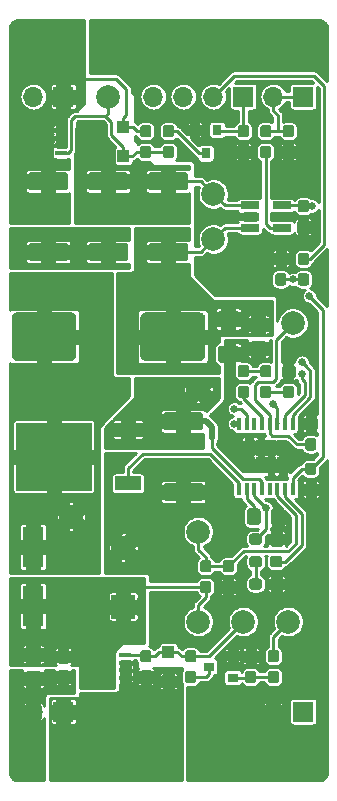
<source format=gbr>
G04 #@! TF.GenerationSoftware,KiCad,Pcbnew,(5.1.2)-2*
G04 #@! TF.CreationDate,2019-08-19T00:47:59-07:00*
G04 #@! TF.ProjectId,Charger SubBoard 0-2,43686172-6765-4722-9053-7562426f6172,rev?*
G04 #@! TF.SameCoordinates,Original*
G04 #@! TF.FileFunction,Copper,L1,Top*
G04 #@! TF.FilePolarity,Positive*
%FSLAX46Y46*%
G04 Gerber Fmt 4.6, Leading zero omitted, Abs format (unit mm)*
G04 Created by KiCad (PCBNEW (5.1.2)-2) date 2019-08-19 00:47:59*
%MOMM*%
%LPD*%
G04 APERTURE LIST*
G04 #@! TA.AperFunction,EtchedComponent*
%ADD10C,0.100000*%
G04 #@! TD*
G04 #@! TA.AperFunction,Conductor*
%ADD11C,0.100000*%
G04 #@! TD*
G04 #@! TA.AperFunction,SMDPad,CuDef*
%ADD12C,0.950000*%
G04 #@! TD*
G04 #@! TA.AperFunction,SMDPad,CuDef*
%ADD13C,4.100000*%
G04 #@! TD*
G04 #@! TA.AperFunction,ComponentPad*
%ADD14C,2.000000*%
G04 #@! TD*
G04 #@! TA.AperFunction,ComponentPad*
%ADD15R,2.000000X2.000000*%
G04 #@! TD*
G04 #@! TA.AperFunction,SMDPad,CuDef*
%ADD16R,0.895000X1.470000*%
G04 #@! TD*
G04 #@! TA.AperFunction,SMDPad,CuDef*
%ADD17R,0.450000X1.050000*%
G04 #@! TD*
G04 #@! TA.AperFunction,SMDPad,CuDef*
%ADD18R,1.560000X0.650000*%
G04 #@! TD*
G04 #@! TA.AperFunction,SMDPad,CuDef*
%ADD19C,1.525000*%
G04 #@! TD*
G04 #@! TA.AperFunction,SMDPad,CuDef*
%ADD20C,1.725000*%
G04 #@! TD*
G04 #@! TA.AperFunction,SMDPad,CuDef*
%ADD21R,0.990000X0.405000*%
G04 #@! TD*
G04 #@! TA.AperFunction,SMDPad,CuDef*
%ADD22R,0.900000X0.800000*%
G04 #@! TD*
G04 #@! TA.AperFunction,SMDPad,CuDef*
%ADD23R,6.400000X5.800000*%
G04 #@! TD*
G04 #@! TA.AperFunction,SMDPad,CuDef*
%ADD24R,2.200000X1.200000*%
G04 #@! TD*
G04 #@! TA.AperFunction,SMDPad,CuDef*
%ADD25R,0.800000X0.900000*%
G04 #@! TD*
G04 #@! TA.AperFunction,Conductor*
%ADD26C,0.500000*%
G04 #@! TD*
G04 #@! TA.AperFunction,ComponentPad*
%ADD27O,1.700000X1.700000*%
G04 #@! TD*
G04 #@! TA.AperFunction,ComponentPad*
%ADD28R,1.700000X1.700000*%
G04 #@! TD*
G04 #@! TA.AperFunction,SMDPad,CuDef*
%ADD29R,1.000000X1.000000*%
G04 #@! TD*
G04 #@! TA.AperFunction,SMDPad,CuDef*
%ADD30R,1.800000X3.500000*%
G04 #@! TD*
G04 #@! TA.AperFunction,SMDPad,CuDef*
%ADD31C,1.150000*%
G04 #@! TD*
G04 #@! TA.AperFunction,SMDPad,CuDef*
%ADD32C,1.425000*%
G04 #@! TD*
G04 #@! TA.AperFunction,ViaPad*
%ADD33C,0.635000*%
G04 #@! TD*
G04 #@! TA.AperFunction,Conductor*
%ADD34C,0.254000*%
G04 #@! TD*
G04 #@! TA.AperFunction,Conductor*
%ADD35C,0.500000*%
G04 #@! TD*
G04 APERTURE END LIST*
D10*
G04 #@! TO.C,NT1*
G36*
X155833000Y-84828000D02*
G01*
X155833000Y-83828000D01*
X156333000Y-83828000D01*
X156333000Y-84828000D01*
X155833000Y-84828000D01*
G37*
G04 #@! TD*
D11*
G04 #@! TO.N,/ILIM*
G04 #@! TO.C,R21*
G36*
X164090779Y-69086144D02*
G01*
X164113834Y-69089563D01*
X164136443Y-69095227D01*
X164158387Y-69103079D01*
X164179457Y-69113044D01*
X164199448Y-69125026D01*
X164218168Y-69138910D01*
X164235438Y-69154562D01*
X164251090Y-69171832D01*
X164264974Y-69190552D01*
X164276956Y-69210543D01*
X164286921Y-69231613D01*
X164294773Y-69253557D01*
X164300437Y-69276166D01*
X164303856Y-69299221D01*
X164305000Y-69322500D01*
X164305000Y-69897500D01*
X164303856Y-69920779D01*
X164300437Y-69943834D01*
X164294773Y-69966443D01*
X164286921Y-69988387D01*
X164276956Y-70009457D01*
X164264974Y-70029448D01*
X164251090Y-70048168D01*
X164235438Y-70065438D01*
X164218168Y-70081090D01*
X164199448Y-70094974D01*
X164179457Y-70106956D01*
X164158387Y-70116921D01*
X164136443Y-70124773D01*
X164113834Y-70130437D01*
X164090779Y-70133856D01*
X164067500Y-70135000D01*
X163592500Y-70135000D01*
X163569221Y-70133856D01*
X163546166Y-70130437D01*
X163523557Y-70124773D01*
X163501613Y-70116921D01*
X163480543Y-70106956D01*
X163460552Y-70094974D01*
X163441832Y-70081090D01*
X163424562Y-70065438D01*
X163408910Y-70048168D01*
X163395026Y-70029448D01*
X163383044Y-70009457D01*
X163373079Y-69988387D01*
X163365227Y-69966443D01*
X163359563Y-69943834D01*
X163356144Y-69920779D01*
X163355000Y-69897500D01*
X163355000Y-69322500D01*
X163356144Y-69299221D01*
X163359563Y-69276166D01*
X163365227Y-69253557D01*
X163373079Y-69231613D01*
X163383044Y-69210543D01*
X163395026Y-69190552D01*
X163408910Y-69171832D01*
X163424562Y-69154562D01*
X163441832Y-69138910D01*
X163460552Y-69125026D01*
X163480543Y-69113044D01*
X163501613Y-69103079D01*
X163523557Y-69095227D01*
X163546166Y-69089563D01*
X163569221Y-69086144D01*
X163592500Y-69085000D01*
X164067500Y-69085000D01*
X164090779Y-69086144D01*
X164090779Y-69086144D01*
G37*
D12*
G04 #@! TD*
G04 #@! TO.P,R21,2*
G04 #@! TO.N,/ILIM*
X163830000Y-69610000D03*
D11*
G04 #@! TO.N,Net-(C11-Pad1)*
G04 #@! TO.C,R21*
G36*
X164090779Y-70836144D02*
G01*
X164113834Y-70839563D01*
X164136443Y-70845227D01*
X164158387Y-70853079D01*
X164179457Y-70863044D01*
X164199448Y-70875026D01*
X164218168Y-70888910D01*
X164235438Y-70904562D01*
X164251090Y-70921832D01*
X164264974Y-70940552D01*
X164276956Y-70960543D01*
X164286921Y-70981613D01*
X164294773Y-71003557D01*
X164300437Y-71026166D01*
X164303856Y-71049221D01*
X164305000Y-71072500D01*
X164305000Y-71647500D01*
X164303856Y-71670779D01*
X164300437Y-71693834D01*
X164294773Y-71716443D01*
X164286921Y-71738387D01*
X164276956Y-71759457D01*
X164264974Y-71779448D01*
X164251090Y-71798168D01*
X164235438Y-71815438D01*
X164218168Y-71831090D01*
X164199448Y-71844974D01*
X164179457Y-71856956D01*
X164158387Y-71866921D01*
X164136443Y-71874773D01*
X164113834Y-71880437D01*
X164090779Y-71883856D01*
X164067500Y-71885000D01*
X163592500Y-71885000D01*
X163569221Y-71883856D01*
X163546166Y-71880437D01*
X163523557Y-71874773D01*
X163501613Y-71866921D01*
X163480543Y-71856956D01*
X163460552Y-71844974D01*
X163441832Y-71831090D01*
X163424562Y-71815438D01*
X163408910Y-71798168D01*
X163395026Y-71779448D01*
X163383044Y-71759457D01*
X163373079Y-71738387D01*
X163365227Y-71716443D01*
X163359563Y-71693834D01*
X163356144Y-71670779D01*
X163355000Y-71647500D01*
X163355000Y-71072500D01*
X163356144Y-71049221D01*
X163359563Y-71026166D01*
X163365227Y-71003557D01*
X163373079Y-70981613D01*
X163383044Y-70960543D01*
X163395026Y-70940552D01*
X163408910Y-70921832D01*
X163424562Y-70904562D01*
X163441832Y-70888910D01*
X163460552Y-70875026D01*
X163480543Y-70863044D01*
X163501613Y-70853079D01*
X163523557Y-70845227D01*
X163546166Y-70839563D01*
X163569221Y-70836144D01*
X163592500Y-70835000D01*
X164067500Y-70835000D01*
X164090779Y-70836144D01*
X164090779Y-70836144D01*
G37*
D12*
G04 #@! TD*
G04 #@! TO.P,R21,1*
G04 #@! TO.N,Net-(C11-Pad1)*
X163830000Y-71360000D03*
D11*
G04 #@! TO.N,GND*
G04 #@! TO.C,C11*
G36*
X162185779Y-69086144D02*
G01*
X162208834Y-69089563D01*
X162231443Y-69095227D01*
X162253387Y-69103079D01*
X162274457Y-69113044D01*
X162294448Y-69125026D01*
X162313168Y-69138910D01*
X162330438Y-69154562D01*
X162346090Y-69171832D01*
X162359974Y-69190552D01*
X162371956Y-69210543D01*
X162381921Y-69231613D01*
X162389773Y-69253557D01*
X162395437Y-69276166D01*
X162398856Y-69299221D01*
X162400000Y-69322500D01*
X162400000Y-69897500D01*
X162398856Y-69920779D01*
X162395437Y-69943834D01*
X162389773Y-69966443D01*
X162381921Y-69988387D01*
X162371956Y-70009457D01*
X162359974Y-70029448D01*
X162346090Y-70048168D01*
X162330438Y-70065438D01*
X162313168Y-70081090D01*
X162294448Y-70094974D01*
X162274457Y-70106956D01*
X162253387Y-70116921D01*
X162231443Y-70124773D01*
X162208834Y-70130437D01*
X162185779Y-70133856D01*
X162162500Y-70135000D01*
X161687500Y-70135000D01*
X161664221Y-70133856D01*
X161641166Y-70130437D01*
X161618557Y-70124773D01*
X161596613Y-70116921D01*
X161575543Y-70106956D01*
X161555552Y-70094974D01*
X161536832Y-70081090D01*
X161519562Y-70065438D01*
X161503910Y-70048168D01*
X161490026Y-70029448D01*
X161478044Y-70009457D01*
X161468079Y-69988387D01*
X161460227Y-69966443D01*
X161454563Y-69943834D01*
X161451144Y-69920779D01*
X161450000Y-69897500D01*
X161450000Y-69322500D01*
X161451144Y-69299221D01*
X161454563Y-69276166D01*
X161460227Y-69253557D01*
X161468079Y-69231613D01*
X161478044Y-69210543D01*
X161490026Y-69190552D01*
X161503910Y-69171832D01*
X161519562Y-69154562D01*
X161536832Y-69138910D01*
X161555552Y-69125026D01*
X161575543Y-69113044D01*
X161596613Y-69103079D01*
X161618557Y-69095227D01*
X161641166Y-69089563D01*
X161664221Y-69086144D01*
X161687500Y-69085000D01*
X162162500Y-69085000D01*
X162185779Y-69086144D01*
X162185779Y-69086144D01*
G37*
D12*
G04 #@! TD*
G04 #@! TO.P,C11,2*
G04 #@! TO.N,GND*
X161925000Y-69610000D03*
D11*
G04 #@! TO.N,Net-(C11-Pad1)*
G04 #@! TO.C,C11*
G36*
X162185779Y-70836144D02*
G01*
X162208834Y-70839563D01*
X162231443Y-70845227D01*
X162253387Y-70853079D01*
X162274457Y-70863044D01*
X162294448Y-70875026D01*
X162313168Y-70888910D01*
X162330438Y-70904562D01*
X162346090Y-70921832D01*
X162359974Y-70940552D01*
X162371956Y-70960543D01*
X162381921Y-70981613D01*
X162389773Y-71003557D01*
X162395437Y-71026166D01*
X162398856Y-71049221D01*
X162400000Y-71072500D01*
X162400000Y-71647500D01*
X162398856Y-71670779D01*
X162395437Y-71693834D01*
X162389773Y-71716443D01*
X162381921Y-71738387D01*
X162371956Y-71759457D01*
X162359974Y-71779448D01*
X162346090Y-71798168D01*
X162330438Y-71815438D01*
X162313168Y-71831090D01*
X162294448Y-71844974D01*
X162274457Y-71856956D01*
X162253387Y-71866921D01*
X162231443Y-71874773D01*
X162208834Y-71880437D01*
X162185779Y-71883856D01*
X162162500Y-71885000D01*
X161687500Y-71885000D01*
X161664221Y-71883856D01*
X161641166Y-71880437D01*
X161618557Y-71874773D01*
X161596613Y-71866921D01*
X161575543Y-71856956D01*
X161555552Y-71844974D01*
X161536832Y-71831090D01*
X161519562Y-71815438D01*
X161503910Y-71798168D01*
X161490026Y-71779448D01*
X161478044Y-71759457D01*
X161468079Y-71738387D01*
X161460227Y-71716443D01*
X161454563Y-71693834D01*
X161451144Y-71670779D01*
X161450000Y-71647500D01*
X161450000Y-71072500D01*
X161451144Y-71049221D01*
X161454563Y-71026166D01*
X161460227Y-71003557D01*
X161468079Y-70981613D01*
X161478044Y-70960543D01*
X161490026Y-70940552D01*
X161503910Y-70921832D01*
X161519562Y-70904562D01*
X161536832Y-70888910D01*
X161555552Y-70875026D01*
X161575543Y-70863044D01*
X161596613Y-70853079D01*
X161618557Y-70845227D01*
X161641166Y-70839563D01*
X161664221Y-70836144D01*
X161687500Y-70835000D01*
X162162500Y-70835000D01*
X162185779Y-70836144D01*
X162185779Y-70836144D01*
G37*
D12*
G04 #@! TD*
G04 #@! TO.P,C11,1*
G04 #@! TO.N,Net-(C11-Pad1)*
X161925000Y-71360000D03*
D11*
G04 #@! TO.N,/SW*
G04 #@! TO.C,L1*
G36*
X144168828Y-74152409D02*
G01*
X144217384Y-74159611D01*
X144265000Y-74171538D01*
X144311218Y-74188075D01*
X144355593Y-74209063D01*
X144397696Y-74234299D01*
X144437124Y-74263540D01*
X144473495Y-74296505D01*
X144506460Y-74332876D01*
X144535701Y-74372304D01*
X144560937Y-74414407D01*
X144581925Y-74458782D01*
X144598462Y-74505000D01*
X144610389Y-74552616D01*
X144617591Y-74601172D01*
X144620000Y-74650200D01*
X144620000Y-77749800D01*
X144617591Y-77798828D01*
X144610389Y-77847384D01*
X144598462Y-77895000D01*
X144581925Y-77941218D01*
X144560937Y-77985593D01*
X144535701Y-78027696D01*
X144506460Y-78067124D01*
X144473495Y-78103495D01*
X144437124Y-78136460D01*
X144397696Y-78165701D01*
X144355593Y-78190937D01*
X144311218Y-78211925D01*
X144265000Y-78228462D01*
X144217384Y-78240389D01*
X144168828Y-78247591D01*
X144119800Y-78250000D01*
X139620200Y-78250000D01*
X139571172Y-78247591D01*
X139522616Y-78240389D01*
X139475000Y-78228462D01*
X139428782Y-78211925D01*
X139384407Y-78190937D01*
X139342304Y-78165701D01*
X139302876Y-78136460D01*
X139266505Y-78103495D01*
X139233540Y-78067124D01*
X139204299Y-78027696D01*
X139179063Y-77985593D01*
X139158075Y-77941218D01*
X139141538Y-77895000D01*
X139129611Y-77847384D01*
X139122409Y-77798828D01*
X139120000Y-77749800D01*
X139120000Y-74650200D01*
X139122409Y-74601172D01*
X139129611Y-74552616D01*
X139141538Y-74505000D01*
X139158075Y-74458782D01*
X139179063Y-74414407D01*
X139204299Y-74372304D01*
X139233540Y-74332876D01*
X139266505Y-74296505D01*
X139302876Y-74263540D01*
X139342304Y-74234299D01*
X139384407Y-74209063D01*
X139428782Y-74188075D01*
X139475000Y-74171538D01*
X139522616Y-74159611D01*
X139571172Y-74152409D01*
X139620200Y-74150000D01*
X144119800Y-74150000D01*
X144168828Y-74152409D01*
X144168828Y-74152409D01*
G37*
D13*
G04 #@! TD*
G04 #@! TO.P,L1,2*
G04 #@! TO.N,/SW*
X141870000Y-76200000D03*
D11*
G04 #@! TO.N,/VIN*
G04 #@! TO.C,L1*
G36*
X155068828Y-74152409D02*
G01*
X155117384Y-74159611D01*
X155165000Y-74171538D01*
X155211218Y-74188075D01*
X155255593Y-74209063D01*
X155297696Y-74234299D01*
X155337124Y-74263540D01*
X155373495Y-74296505D01*
X155406460Y-74332876D01*
X155435701Y-74372304D01*
X155460937Y-74414407D01*
X155481925Y-74458782D01*
X155498462Y-74505000D01*
X155510389Y-74552616D01*
X155517591Y-74601172D01*
X155520000Y-74650200D01*
X155520000Y-77749800D01*
X155517591Y-77798828D01*
X155510389Y-77847384D01*
X155498462Y-77895000D01*
X155481925Y-77941218D01*
X155460937Y-77985593D01*
X155435701Y-78027696D01*
X155406460Y-78067124D01*
X155373495Y-78103495D01*
X155337124Y-78136460D01*
X155297696Y-78165701D01*
X155255593Y-78190937D01*
X155211218Y-78211925D01*
X155165000Y-78228462D01*
X155117384Y-78240389D01*
X155068828Y-78247591D01*
X155019800Y-78250000D01*
X150520200Y-78250000D01*
X150471172Y-78247591D01*
X150422616Y-78240389D01*
X150375000Y-78228462D01*
X150328782Y-78211925D01*
X150284407Y-78190937D01*
X150242304Y-78165701D01*
X150202876Y-78136460D01*
X150166505Y-78103495D01*
X150133540Y-78067124D01*
X150104299Y-78027696D01*
X150079063Y-77985593D01*
X150058075Y-77941218D01*
X150041538Y-77895000D01*
X150029611Y-77847384D01*
X150022409Y-77798828D01*
X150020000Y-77749800D01*
X150020000Y-74650200D01*
X150022409Y-74601172D01*
X150029611Y-74552616D01*
X150041538Y-74505000D01*
X150058075Y-74458782D01*
X150079063Y-74414407D01*
X150104299Y-74372304D01*
X150133540Y-74332876D01*
X150166505Y-74296505D01*
X150202876Y-74263540D01*
X150242304Y-74234299D01*
X150284407Y-74209063D01*
X150328782Y-74188075D01*
X150375000Y-74171538D01*
X150422616Y-74159611D01*
X150471172Y-74152409D01*
X150520200Y-74150000D01*
X155019800Y-74150000D01*
X155068828Y-74152409D01*
X155068828Y-74152409D01*
G37*
D13*
G04 #@! TD*
G04 #@! TO.P,L1,1*
G04 #@! TO.N,/VIN*
X152770000Y-76200000D03*
D14*
G04 #@! TO.P,C7,2*
G04 #@! TO.N,GND*
X148590000Y-94060000D03*
D15*
G04 #@! TO.P,C7,1*
G04 #@! TO.N,/PRE_VOUT*
X148590000Y-99060000D03*
G04 #@! TD*
D16*
G04 #@! TO.P,U2,17*
G04 #@! TO.N,GND*
X161997500Y-85625000D03*
X161102500Y-85625000D03*
X160207500Y-85625000D03*
X159312500Y-85625000D03*
X161997500Y-87095000D03*
X161102500Y-87095000D03*
X160207500Y-87095000D03*
X159312500Y-87095000D03*
D17*
G04 #@! TO.P,U2,16*
G04 #@! TO.N,/RUN*
X162930000Y-89135000D03*
G04 #@! TO.P,U2,15*
G04 #@! TO.N,Net-(R20-Pad1)*
X162280000Y-89135000D03*
G04 #@! TO.P,U2,14*
G04 #@! TO.N,Net-(R13-Pad2)*
X161630000Y-89135000D03*
G04 #@! TO.P,U2,13*
G04 #@! TO.N,N/C*
X160980000Y-89135000D03*
G04 #@! TO.P,U2,12*
G04 #@! TO.N,Net-(NT1-Pad1)*
X160330000Y-89135000D03*
G04 #@! TO.P,U2,11*
G04 #@! TO.N,/VIN*
X159680000Y-89135000D03*
G04 #@! TO.P,U2,10*
G04 #@! TO.N,Net-(C6-Pad1)*
X159030000Y-89135000D03*
G04 #@! TO.P,U2,9*
G04 #@! TO.N,Net-(Q3-Pad1)*
X158380000Y-89135000D03*
G04 #@! TO.P,U2,8*
G04 #@! TO.N,Net-(R16-Pad2)*
X158380000Y-83585000D03*
G04 #@! TO.P,U2,7*
G04 #@! TO.N,/OUT_EN*
X159030000Y-83585000D03*
G04 #@! TO.P,U2,6*
G04 #@! TO.N,N/C*
X159680000Y-83585000D03*
G04 #@! TO.P,U2,5*
G04 #@! TO.N,Net-(R10-Pad1)*
X160330000Y-83585000D03*
G04 #@! TO.P,U2,4*
G04 #@! TO.N,Net-(R15-Pad1)*
X160980000Y-83585000D03*
G04 #@! TO.P,U2,3*
G04 #@! TO.N,Net-(C11-Pad1)*
X161630000Y-83585000D03*
G04 #@! TO.P,U2,2*
G04 #@! TO.N,/PRE_SH*
X162280000Y-83585000D03*
G04 #@! TO.P,U2,1*
G04 #@! TO.N,/VIN*
X162930000Y-83585000D03*
G04 #@! TD*
D18*
G04 #@! TO.P,U1,5*
G04 #@! TO.N,+3V3*
X162005000Y-65090000D03*
G04 #@! TO.P,U1,4*
G04 #@! TO.N,Net-(R1-Pad1)*
X162005000Y-66990000D03*
G04 #@! TO.P,U1,3*
G04 #@! TO.N,/VIN*
X159305000Y-66990000D03*
G04 #@! TO.P,U1,2*
G04 #@! TO.N,GND*
X159305000Y-66040000D03*
G04 #@! TO.P,U1,1*
G04 #@! TO.N,/PRE_SH*
X159305000Y-65090000D03*
G04 #@! TD*
D14*
G04 #@! TO.P,TP10,1*
G04 #@! TO.N,Net-(D3-Pad2)*
X158750000Y-100330000D03*
G04 #@! TD*
G04 #@! TO.P,TP9,1*
G04 #@! TO.N,Net-(R15-Pad1)*
X162941000Y-75057000D03*
G04 #@! TD*
G04 #@! TO.P,TP8,1*
G04 #@! TO.N,/PRE_VOUT*
X154940000Y-100330000D03*
G04 #@! TD*
G04 #@! TO.P,TP7,1*
G04 #@! TO.N,Net-(R16-Pad2)*
X162560000Y-100330000D03*
G04 #@! TD*
G04 #@! TO.P,TP6,1*
G04 #@! TO.N,Net-(R13-Pad2)*
X154940000Y-92710000D03*
G04 #@! TD*
G04 #@! TO.P,TP5,1*
G04 #@! TO.N,Net-(NT1-Pad2)*
X154940000Y-80645000D03*
G04 #@! TD*
G04 #@! TO.P,TP4,1*
G04 #@! TO.N,/SW*
X144145000Y-91440000D03*
G04 #@! TD*
G04 #@! TO.P,TP3,1*
G04 #@! TO.N,/VIN*
X156210000Y-67945000D03*
G04 #@! TD*
G04 #@! TO.P,TP2,1*
G04 #@! TO.N,/PRE_SH*
X156210000Y-64135000D03*
G04 #@! TD*
G04 #@! TO.P,TP1,1*
G04 #@! TO.N,Net-(D1-Pad2)*
X147320000Y-55880000D03*
G04 #@! TD*
D11*
G04 #@! TO.N,Net-(C10-Pad1)*
G04 #@! TO.C,R20*
G36*
X160090779Y-94776144D02*
G01*
X160113834Y-94779563D01*
X160136443Y-94785227D01*
X160158387Y-94793079D01*
X160179457Y-94803044D01*
X160199448Y-94815026D01*
X160218168Y-94828910D01*
X160235438Y-94844562D01*
X160251090Y-94861832D01*
X160264974Y-94880552D01*
X160276956Y-94900543D01*
X160286921Y-94921613D01*
X160294773Y-94943557D01*
X160300437Y-94966166D01*
X160303856Y-94989221D01*
X160305000Y-95012500D01*
X160305000Y-95487500D01*
X160303856Y-95510779D01*
X160300437Y-95533834D01*
X160294773Y-95556443D01*
X160286921Y-95578387D01*
X160276956Y-95599457D01*
X160264974Y-95619448D01*
X160251090Y-95638168D01*
X160235438Y-95655438D01*
X160218168Y-95671090D01*
X160199448Y-95684974D01*
X160179457Y-95696956D01*
X160158387Y-95706921D01*
X160136443Y-95714773D01*
X160113834Y-95720437D01*
X160090779Y-95723856D01*
X160067500Y-95725000D01*
X159492500Y-95725000D01*
X159469221Y-95723856D01*
X159446166Y-95720437D01*
X159423557Y-95714773D01*
X159401613Y-95706921D01*
X159380543Y-95696956D01*
X159360552Y-95684974D01*
X159341832Y-95671090D01*
X159324562Y-95655438D01*
X159308910Y-95638168D01*
X159295026Y-95619448D01*
X159283044Y-95599457D01*
X159273079Y-95578387D01*
X159265227Y-95556443D01*
X159259563Y-95533834D01*
X159256144Y-95510779D01*
X159255000Y-95487500D01*
X159255000Y-95012500D01*
X159256144Y-94989221D01*
X159259563Y-94966166D01*
X159265227Y-94943557D01*
X159273079Y-94921613D01*
X159283044Y-94900543D01*
X159295026Y-94880552D01*
X159308910Y-94861832D01*
X159324562Y-94844562D01*
X159341832Y-94828910D01*
X159360552Y-94815026D01*
X159380543Y-94803044D01*
X159401613Y-94793079D01*
X159423557Y-94785227D01*
X159446166Y-94779563D01*
X159469221Y-94776144D01*
X159492500Y-94775000D01*
X160067500Y-94775000D01*
X160090779Y-94776144D01*
X160090779Y-94776144D01*
G37*
D12*
G04 #@! TD*
G04 #@! TO.P,R20,2*
G04 #@! TO.N,Net-(C10-Pad1)*
X159780000Y-95250000D03*
D11*
G04 #@! TO.N,Net-(R20-Pad1)*
G04 #@! TO.C,R20*
G36*
X161840779Y-94776144D02*
G01*
X161863834Y-94779563D01*
X161886443Y-94785227D01*
X161908387Y-94793079D01*
X161929457Y-94803044D01*
X161949448Y-94815026D01*
X161968168Y-94828910D01*
X161985438Y-94844562D01*
X162001090Y-94861832D01*
X162014974Y-94880552D01*
X162026956Y-94900543D01*
X162036921Y-94921613D01*
X162044773Y-94943557D01*
X162050437Y-94966166D01*
X162053856Y-94989221D01*
X162055000Y-95012500D01*
X162055000Y-95487500D01*
X162053856Y-95510779D01*
X162050437Y-95533834D01*
X162044773Y-95556443D01*
X162036921Y-95578387D01*
X162026956Y-95599457D01*
X162014974Y-95619448D01*
X162001090Y-95638168D01*
X161985438Y-95655438D01*
X161968168Y-95671090D01*
X161949448Y-95684974D01*
X161929457Y-95696956D01*
X161908387Y-95706921D01*
X161886443Y-95714773D01*
X161863834Y-95720437D01*
X161840779Y-95723856D01*
X161817500Y-95725000D01*
X161242500Y-95725000D01*
X161219221Y-95723856D01*
X161196166Y-95720437D01*
X161173557Y-95714773D01*
X161151613Y-95706921D01*
X161130543Y-95696956D01*
X161110552Y-95684974D01*
X161091832Y-95671090D01*
X161074562Y-95655438D01*
X161058910Y-95638168D01*
X161045026Y-95619448D01*
X161033044Y-95599457D01*
X161023079Y-95578387D01*
X161015227Y-95556443D01*
X161009563Y-95533834D01*
X161006144Y-95510779D01*
X161005000Y-95487500D01*
X161005000Y-95012500D01*
X161006144Y-94989221D01*
X161009563Y-94966166D01*
X161015227Y-94943557D01*
X161023079Y-94921613D01*
X161033044Y-94900543D01*
X161045026Y-94880552D01*
X161058910Y-94861832D01*
X161074562Y-94844562D01*
X161091832Y-94828910D01*
X161110552Y-94815026D01*
X161130543Y-94803044D01*
X161151613Y-94793079D01*
X161173557Y-94785227D01*
X161196166Y-94779563D01*
X161219221Y-94776144D01*
X161242500Y-94775000D01*
X161817500Y-94775000D01*
X161840779Y-94776144D01*
X161840779Y-94776144D01*
G37*
D12*
G04 #@! TD*
G04 #@! TO.P,R20,1*
G04 #@! TO.N,Net-(R20-Pad1)*
X161530000Y-95250000D03*
D11*
G04 #@! TO.N,Net-(D3-Pad2)*
G04 #@! TO.C,R19*
G36*
X150755779Y-102741144D02*
G01*
X150778834Y-102744563D01*
X150801443Y-102750227D01*
X150823387Y-102758079D01*
X150844457Y-102768044D01*
X150864448Y-102780026D01*
X150883168Y-102793910D01*
X150900438Y-102809562D01*
X150916090Y-102826832D01*
X150929974Y-102845552D01*
X150941956Y-102865543D01*
X150951921Y-102886613D01*
X150959773Y-102908557D01*
X150965437Y-102931166D01*
X150968856Y-102954221D01*
X150970000Y-102977500D01*
X150970000Y-103552500D01*
X150968856Y-103575779D01*
X150965437Y-103598834D01*
X150959773Y-103621443D01*
X150951921Y-103643387D01*
X150941956Y-103664457D01*
X150929974Y-103684448D01*
X150916090Y-103703168D01*
X150900438Y-103720438D01*
X150883168Y-103736090D01*
X150864448Y-103749974D01*
X150844457Y-103761956D01*
X150823387Y-103771921D01*
X150801443Y-103779773D01*
X150778834Y-103785437D01*
X150755779Y-103788856D01*
X150732500Y-103790000D01*
X150257500Y-103790000D01*
X150234221Y-103788856D01*
X150211166Y-103785437D01*
X150188557Y-103779773D01*
X150166613Y-103771921D01*
X150145543Y-103761956D01*
X150125552Y-103749974D01*
X150106832Y-103736090D01*
X150089562Y-103720438D01*
X150073910Y-103703168D01*
X150060026Y-103684448D01*
X150048044Y-103664457D01*
X150038079Y-103643387D01*
X150030227Y-103621443D01*
X150024563Y-103598834D01*
X150021144Y-103575779D01*
X150020000Y-103552500D01*
X150020000Y-102977500D01*
X150021144Y-102954221D01*
X150024563Y-102931166D01*
X150030227Y-102908557D01*
X150038079Y-102886613D01*
X150048044Y-102865543D01*
X150060026Y-102845552D01*
X150073910Y-102826832D01*
X150089562Y-102809562D01*
X150106832Y-102793910D01*
X150125552Y-102780026D01*
X150145543Y-102768044D01*
X150166613Y-102758079D01*
X150188557Y-102750227D01*
X150211166Y-102744563D01*
X150234221Y-102741144D01*
X150257500Y-102740000D01*
X150732500Y-102740000D01*
X150755779Y-102741144D01*
X150755779Y-102741144D01*
G37*
D12*
G04 #@! TD*
G04 #@! TO.P,R19,2*
G04 #@! TO.N,Net-(D3-Pad2)*
X150495000Y-103265000D03*
D11*
G04 #@! TO.N,/VOUT*
G04 #@! TO.C,R19*
G36*
X150755779Y-104491144D02*
G01*
X150778834Y-104494563D01*
X150801443Y-104500227D01*
X150823387Y-104508079D01*
X150844457Y-104518044D01*
X150864448Y-104530026D01*
X150883168Y-104543910D01*
X150900438Y-104559562D01*
X150916090Y-104576832D01*
X150929974Y-104595552D01*
X150941956Y-104615543D01*
X150951921Y-104636613D01*
X150959773Y-104658557D01*
X150965437Y-104681166D01*
X150968856Y-104704221D01*
X150970000Y-104727500D01*
X150970000Y-105302500D01*
X150968856Y-105325779D01*
X150965437Y-105348834D01*
X150959773Y-105371443D01*
X150951921Y-105393387D01*
X150941956Y-105414457D01*
X150929974Y-105434448D01*
X150916090Y-105453168D01*
X150900438Y-105470438D01*
X150883168Y-105486090D01*
X150864448Y-105499974D01*
X150844457Y-105511956D01*
X150823387Y-105521921D01*
X150801443Y-105529773D01*
X150778834Y-105535437D01*
X150755779Y-105538856D01*
X150732500Y-105540000D01*
X150257500Y-105540000D01*
X150234221Y-105538856D01*
X150211166Y-105535437D01*
X150188557Y-105529773D01*
X150166613Y-105521921D01*
X150145543Y-105511956D01*
X150125552Y-105499974D01*
X150106832Y-105486090D01*
X150089562Y-105470438D01*
X150073910Y-105453168D01*
X150060026Y-105434448D01*
X150048044Y-105414457D01*
X150038079Y-105393387D01*
X150030227Y-105371443D01*
X150024563Y-105348834D01*
X150021144Y-105325779D01*
X150020000Y-105302500D01*
X150020000Y-104727500D01*
X150021144Y-104704221D01*
X150024563Y-104681166D01*
X150030227Y-104658557D01*
X150038079Y-104636613D01*
X150048044Y-104615543D01*
X150060026Y-104595552D01*
X150073910Y-104576832D01*
X150089562Y-104559562D01*
X150106832Y-104543910D01*
X150125552Y-104530026D01*
X150145543Y-104518044D01*
X150166613Y-104508079D01*
X150188557Y-104500227D01*
X150211166Y-104494563D01*
X150234221Y-104491144D01*
X150257500Y-104490000D01*
X150732500Y-104490000D01*
X150755779Y-104491144D01*
X150755779Y-104491144D01*
G37*
D12*
G04 #@! TD*
G04 #@! TO.P,R19,1*
G04 #@! TO.N,/VOUT*
X150495000Y-105015000D03*
D11*
G04 #@! TO.N,Net-(Q4-Pad3)*
G04 #@! TO.C,R18*
G36*
X154565779Y-104491144D02*
G01*
X154588834Y-104494563D01*
X154611443Y-104500227D01*
X154633387Y-104508079D01*
X154654457Y-104518044D01*
X154674448Y-104530026D01*
X154693168Y-104543910D01*
X154710438Y-104559562D01*
X154726090Y-104576832D01*
X154739974Y-104595552D01*
X154751956Y-104615543D01*
X154761921Y-104636613D01*
X154769773Y-104658557D01*
X154775437Y-104681166D01*
X154778856Y-104704221D01*
X154780000Y-104727500D01*
X154780000Y-105302500D01*
X154778856Y-105325779D01*
X154775437Y-105348834D01*
X154769773Y-105371443D01*
X154761921Y-105393387D01*
X154751956Y-105414457D01*
X154739974Y-105434448D01*
X154726090Y-105453168D01*
X154710438Y-105470438D01*
X154693168Y-105486090D01*
X154674448Y-105499974D01*
X154654457Y-105511956D01*
X154633387Y-105521921D01*
X154611443Y-105529773D01*
X154588834Y-105535437D01*
X154565779Y-105538856D01*
X154542500Y-105540000D01*
X154067500Y-105540000D01*
X154044221Y-105538856D01*
X154021166Y-105535437D01*
X153998557Y-105529773D01*
X153976613Y-105521921D01*
X153955543Y-105511956D01*
X153935552Y-105499974D01*
X153916832Y-105486090D01*
X153899562Y-105470438D01*
X153883910Y-105453168D01*
X153870026Y-105434448D01*
X153858044Y-105414457D01*
X153848079Y-105393387D01*
X153840227Y-105371443D01*
X153834563Y-105348834D01*
X153831144Y-105325779D01*
X153830000Y-105302500D01*
X153830000Y-104727500D01*
X153831144Y-104704221D01*
X153834563Y-104681166D01*
X153840227Y-104658557D01*
X153848079Y-104636613D01*
X153858044Y-104615543D01*
X153870026Y-104595552D01*
X153883910Y-104576832D01*
X153899562Y-104559562D01*
X153916832Y-104543910D01*
X153935552Y-104530026D01*
X153955543Y-104518044D01*
X153976613Y-104508079D01*
X153998557Y-104500227D01*
X154021166Y-104494563D01*
X154044221Y-104491144D01*
X154067500Y-104490000D01*
X154542500Y-104490000D01*
X154565779Y-104491144D01*
X154565779Y-104491144D01*
G37*
D12*
G04 #@! TD*
G04 #@! TO.P,R18,2*
G04 #@! TO.N,Net-(Q4-Pad3)*
X154305000Y-105015000D03*
D11*
G04 #@! TO.N,Net-(D3-Pad2)*
G04 #@! TO.C,R18*
G36*
X154565779Y-102741144D02*
G01*
X154588834Y-102744563D01*
X154611443Y-102750227D01*
X154633387Y-102758079D01*
X154654457Y-102768044D01*
X154674448Y-102780026D01*
X154693168Y-102793910D01*
X154710438Y-102809562D01*
X154726090Y-102826832D01*
X154739974Y-102845552D01*
X154751956Y-102865543D01*
X154761921Y-102886613D01*
X154769773Y-102908557D01*
X154775437Y-102931166D01*
X154778856Y-102954221D01*
X154780000Y-102977500D01*
X154780000Y-103552500D01*
X154778856Y-103575779D01*
X154775437Y-103598834D01*
X154769773Y-103621443D01*
X154761921Y-103643387D01*
X154751956Y-103664457D01*
X154739974Y-103684448D01*
X154726090Y-103703168D01*
X154710438Y-103720438D01*
X154693168Y-103736090D01*
X154674448Y-103749974D01*
X154654457Y-103761956D01*
X154633387Y-103771921D01*
X154611443Y-103779773D01*
X154588834Y-103785437D01*
X154565779Y-103788856D01*
X154542500Y-103790000D01*
X154067500Y-103790000D01*
X154044221Y-103788856D01*
X154021166Y-103785437D01*
X153998557Y-103779773D01*
X153976613Y-103771921D01*
X153955543Y-103761956D01*
X153935552Y-103749974D01*
X153916832Y-103736090D01*
X153899562Y-103720438D01*
X153883910Y-103703168D01*
X153870026Y-103684448D01*
X153858044Y-103664457D01*
X153848079Y-103643387D01*
X153840227Y-103621443D01*
X153834563Y-103598834D01*
X153831144Y-103575779D01*
X153830000Y-103552500D01*
X153830000Y-102977500D01*
X153831144Y-102954221D01*
X153834563Y-102931166D01*
X153840227Y-102908557D01*
X153848079Y-102886613D01*
X153858044Y-102865543D01*
X153870026Y-102845552D01*
X153883910Y-102826832D01*
X153899562Y-102809562D01*
X153916832Y-102793910D01*
X153935552Y-102780026D01*
X153955543Y-102768044D01*
X153976613Y-102758079D01*
X153998557Y-102750227D01*
X154021166Y-102744563D01*
X154044221Y-102741144D01*
X154067500Y-102740000D01*
X154542500Y-102740000D01*
X154565779Y-102741144D01*
X154565779Y-102741144D01*
G37*
D12*
G04 #@! TD*
G04 #@! TO.P,R18,1*
G04 #@! TO.N,Net-(D3-Pad2)*
X154305000Y-103265000D03*
D11*
G04 #@! TO.N,Net-(Q4-Pad1)*
G04 #@! TO.C,R17*
G36*
X159645779Y-104491144D02*
G01*
X159668834Y-104494563D01*
X159691443Y-104500227D01*
X159713387Y-104508079D01*
X159734457Y-104518044D01*
X159754448Y-104530026D01*
X159773168Y-104543910D01*
X159790438Y-104559562D01*
X159806090Y-104576832D01*
X159819974Y-104595552D01*
X159831956Y-104615543D01*
X159841921Y-104636613D01*
X159849773Y-104658557D01*
X159855437Y-104681166D01*
X159858856Y-104704221D01*
X159860000Y-104727500D01*
X159860000Y-105302500D01*
X159858856Y-105325779D01*
X159855437Y-105348834D01*
X159849773Y-105371443D01*
X159841921Y-105393387D01*
X159831956Y-105414457D01*
X159819974Y-105434448D01*
X159806090Y-105453168D01*
X159790438Y-105470438D01*
X159773168Y-105486090D01*
X159754448Y-105499974D01*
X159734457Y-105511956D01*
X159713387Y-105521921D01*
X159691443Y-105529773D01*
X159668834Y-105535437D01*
X159645779Y-105538856D01*
X159622500Y-105540000D01*
X159147500Y-105540000D01*
X159124221Y-105538856D01*
X159101166Y-105535437D01*
X159078557Y-105529773D01*
X159056613Y-105521921D01*
X159035543Y-105511956D01*
X159015552Y-105499974D01*
X158996832Y-105486090D01*
X158979562Y-105470438D01*
X158963910Y-105453168D01*
X158950026Y-105434448D01*
X158938044Y-105414457D01*
X158928079Y-105393387D01*
X158920227Y-105371443D01*
X158914563Y-105348834D01*
X158911144Y-105325779D01*
X158910000Y-105302500D01*
X158910000Y-104727500D01*
X158911144Y-104704221D01*
X158914563Y-104681166D01*
X158920227Y-104658557D01*
X158928079Y-104636613D01*
X158938044Y-104615543D01*
X158950026Y-104595552D01*
X158963910Y-104576832D01*
X158979562Y-104559562D01*
X158996832Y-104543910D01*
X159015552Y-104530026D01*
X159035543Y-104518044D01*
X159056613Y-104508079D01*
X159078557Y-104500227D01*
X159101166Y-104494563D01*
X159124221Y-104491144D01*
X159147500Y-104490000D01*
X159622500Y-104490000D01*
X159645779Y-104491144D01*
X159645779Y-104491144D01*
G37*
D12*
G04 #@! TD*
G04 #@! TO.P,R17,2*
G04 #@! TO.N,Net-(Q4-Pad1)*
X159385000Y-105015000D03*
D11*
G04 #@! TO.N,GND*
G04 #@! TO.C,R17*
G36*
X159645779Y-102741144D02*
G01*
X159668834Y-102744563D01*
X159691443Y-102750227D01*
X159713387Y-102758079D01*
X159734457Y-102768044D01*
X159754448Y-102780026D01*
X159773168Y-102793910D01*
X159790438Y-102809562D01*
X159806090Y-102826832D01*
X159819974Y-102845552D01*
X159831956Y-102865543D01*
X159841921Y-102886613D01*
X159849773Y-102908557D01*
X159855437Y-102931166D01*
X159858856Y-102954221D01*
X159860000Y-102977500D01*
X159860000Y-103552500D01*
X159858856Y-103575779D01*
X159855437Y-103598834D01*
X159849773Y-103621443D01*
X159841921Y-103643387D01*
X159831956Y-103664457D01*
X159819974Y-103684448D01*
X159806090Y-103703168D01*
X159790438Y-103720438D01*
X159773168Y-103736090D01*
X159754448Y-103749974D01*
X159734457Y-103761956D01*
X159713387Y-103771921D01*
X159691443Y-103779773D01*
X159668834Y-103785437D01*
X159645779Y-103788856D01*
X159622500Y-103790000D01*
X159147500Y-103790000D01*
X159124221Y-103788856D01*
X159101166Y-103785437D01*
X159078557Y-103779773D01*
X159056613Y-103771921D01*
X159035543Y-103761956D01*
X159015552Y-103749974D01*
X158996832Y-103736090D01*
X158979562Y-103720438D01*
X158963910Y-103703168D01*
X158950026Y-103684448D01*
X158938044Y-103664457D01*
X158928079Y-103643387D01*
X158920227Y-103621443D01*
X158914563Y-103598834D01*
X158911144Y-103575779D01*
X158910000Y-103552500D01*
X158910000Y-102977500D01*
X158911144Y-102954221D01*
X158914563Y-102931166D01*
X158920227Y-102908557D01*
X158928079Y-102886613D01*
X158938044Y-102865543D01*
X158950026Y-102845552D01*
X158963910Y-102826832D01*
X158979562Y-102809562D01*
X158996832Y-102793910D01*
X159015552Y-102780026D01*
X159035543Y-102768044D01*
X159056613Y-102758079D01*
X159078557Y-102750227D01*
X159101166Y-102744563D01*
X159124221Y-102741144D01*
X159147500Y-102740000D01*
X159622500Y-102740000D01*
X159645779Y-102741144D01*
X159645779Y-102741144D01*
G37*
D12*
G04 #@! TD*
G04 #@! TO.P,R17,1*
G04 #@! TO.N,GND*
X159385000Y-103265000D03*
D11*
G04 #@! TO.N,Net-(R16-Pad2)*
G04 #@! TO.C,R16*
G36*
X161550779Y-102741144D02*
G01*
X161573834Y-102744563D01*
X161596443Y-102750227D01*
X161618387Y-102758079D01*
X161639457Y-102768044D01*
X161659448Y-102780026D01*
X161678168Y-102793910D01*
X161695438Y-102809562D01*
X161711090Y-102826832D01*
X161724974Y-102845552D01*
X161736956Y-102865543D01*
X161746921Y-102886613D01*
X161754773Y-102908557D01*
X161760437Y-102931166D01*
X161763856Y-102954221D01*
X161765000Y-102977500D01*
X161765000Y-103552500D01*
X161763856Y-103575779D01*
X161760437Y-103598834D01*
X161754773Y-103621443D01*
X161746921Y-103643387D01*
X161736956Y-103664457D01*
X161724974Y-103684448D01*
X161711090Y-103703168D01*
X161695438Y-103720438D01*
X161678168Y-103736090D01*
X161659448Y-103749974D01*
X161639457Y-103761956D01*
X161618387Y-103771921D01*
X161596443Y-103779773D01*
X161573834Y-103785437D01*
X161550779Y-103788856D01*
X161527500Y-103790000D01*
X161052500Y-103790000D01*
X161029221Y-103788856D01*
X161006166Y-103785437D01*
X160983557Y-103779773D01*
X160961613Y-103771921D01*
X160940543Y-103761956D01*
X160920552Y-103749974D01*
X160901832Y-103736090D01*
X160884562Y-103720438D01*
X160868910Y-103703168D01*
X160855026Y-103684448D01*
X160843044Y-103664457D01*
X160833079Y-103643387D01*
X160825227Y-103621443D01*
X160819563Y-103598834D01*
X160816144Y-103575779D01*
X160815000Y-103552500D01*
X160815000Y-102977500D01*
X160816144Y-102954221D01*
X160819563Y-102931166D01*
X160825227Y-102908557D01*
X160833079Y-102886613D01*
X160843044Y-102865543D01*
X160855026Y-102845552D01*
X160868910Y-102826832D01*
X160884562Y-102809562D01*
X160901832Y-102793910D01*
X160920552Y-102780026D01*
X160940543Y-102768044D01*
X160961613Y-102758079D01*
X160983557Y-102750227D01*
X161006166Y-102744563D01*
X161029221Y-102741144D01*
X161052500Y-102740000D01*
X161527500Y-102740000D01*
X161550779Y-102741144D01*
X161550779Y-102741144D01*
G37*
D12*
G04 #@! TD*
G04 #@! TO.P,R16,2*
G04 #@! TO.N,Net-(R16-Pad2)*
X161290000Y-103265000D03*
D11*
G04 #@! TO.N,Net-(Q4-Pad1)*
G04 #@! TO.C,R16*
G36*
X161550779Y-104491144D02*
G01*
X161573834Y-104494563D01*
X161596443Y-104500227D01*
X161618387Y-104508079D01*
X161639457Y-104518044D01*
X161659448Y-104530026D01*
X161678168Y-104543910D01*
X161695438Y-104559562D01*
X161711090Y-104576832D01*
X161724974Y-104595552D01*
X161736956Y-104615543D01*
X161746921Y-104636613D01*
X161754773Y-104658557D01*
X161760437Y-104681166D01*
X161763856Y-104704221D01*
X161765000Y-104727500D01*
X161765000Y-105302500D01*
X161763856Y-105325779D01*
X161760437Y-105348834D01*
X161754773Y-105371443D01*
X161746921Y-105393387D01*
X161736956Y-105414457D01*
X161724974Y-105434448D01*
X161711090Y-105453168D01*
X161695438Y-105470438D01*
X161678168Y-105486090D01*
X161659448Y-105499974D01*
X161639457Y-105511956D01*
X161618387Y-105521921D01*
X161596443Y-105529773D01*
X161573834Y-105535437D01*
X161550779Y-105538856D01*
X161527500Y-105540000D01*
X161052500Y-105540000D01*
X161029221Y-105538856D01*
X161006166Y-105535437D01*
X160983557Y-105529773D01*
X160961613Y-105521921D01*
X160940543Y-105511956D01*
X160920552Y-105499974D01*
X160901832Y-105486090D01*
X160884562Y-105470438D01*
X160868910Y-105453168D01*
X160855026Y-105434448D01*
X160843044Y-105414457D01*
X160833079Y-105393387D01*
X160825227Y-105371443D01*
X160819563Y-105348834D01*
X160816144Y-105325779D01*
X160815000Y-105302500D01*
X160815000Y-104727500D01*
X160816144Y-104704221D01*
X160819563Y-104681166D01*
X160825227Y-104658557D01*
X160833079Y-104636613D01*
X160843044Y-104615543D01*
X160855026Y-104595552D01*
X160868910Y-104576832D01*
X160884562Y-104559562D01*
X160901832Y-104543910D01*
X160920552Y-104530026D01*
X160940543Y-104518044D01*
X160961613Y-104508079D01*
X160983557Y-104500227D01*
X161006166Y-104494563D01*
X161029221Y-104491144D01*
X161052500Y-104490000D01*
X161527500Y-104490000D01*
X161550779Y-104491144D01*
X161550779Y-104491144D01*
G37*
D12*
G04 #@! TD*
G04 #@! TO.P,R16,1*
G04 #@! TO.N,Net-(Q4-Pad1)*
X161290000Y-105015000D03*
D11*
G04 #@! TO.N,GND*
G04 #@! TO.C,R15*
G36*
X164725779Y-83056144D02*
G01*
X164748834Y-83059563D01*
X164771443Y-83065227D01*
X164793387Y-83073079D01*
X164814457Y-83083044D01*
X164834448Y-83095026D01*
X164853168Y-83108910D01*
X164870438Y-83124562D01*
X164886090Y-83141832D01*
X164899974Y-83160552D01*
X164911956Y-83180543D01*
X164921921Y-83201613D01*
X164929773Y-83223557D01*
X164935437Y-83246166D01*
X164938856Y-83269221D01*
X164940000Y-83292500D01*
X164940000Y-83867500D01*
X164938856Y-83890779D01*
X164935437Y-83913834D01*
X164929773Y-83936443D01*
X164921921Y-83958387D01*
X164911956Y-83979457D01*
X164899974Y-83999448D01*
X164886090Y-84018168D01*
X164870438Y-84035438D01*
X164853168Y-84051090D01*
X164834448Y-84064974D01*
X164814457Y-84076956D01*
X164793387Y-84086921D01*
X164771443Y-84094773D01*
X164748834Y-84100437D01*
X164725779Y-84103856D01*
X164702500Y-84105000D01*
X164227500Y-84105000D01*
X164204221Y-84103856D01*
X164181166Y-84100437D01*
X164158557Y-84094773D01*
X164136613Y-84086921D01*
X164115543Y-84076956D01*
X164095552Y-84064974D01*
X164076832Y-84051090D01*
X164059562Y-84035438D01*
X164043910Y-84018168D01*
X164030026Y-83999448D01*
X164018044Y-83979457D01*
X164008079Y-83958387D01*
X164000227Y-83936443D01*
X163994563Y-83913834D01*
X163991144Y-83890779D01*
X163990000Y-83867500D01*
X163990000Y-83292500D01*
X163991144Y-83269221D01*
X163994563Y-83246166D01*
X164000227Y-83223557D01*
X164008079Y-83201613D01*
X164018044Y-83180543D01*
X164030026Y-83160552D01*
X164043910Y-83141832D01*
X164059562Y-83124562D01*
X164076832Y-83108910D01*
X164095552Y-83095026D01*
X164115543Y-83083044D01*
X164136613Y-83073079D01*
X164158557Y-83065227D01*
X164181166Y-83059563D01*
X164204221Y-83056144D01*
X164227500Y-83055000D01*
X164702500Y-83055000D01*
X164725779Y-83056144D01*
X164725779Y-83056144D01*
G37*
D12*
G04 #@! TD*
G04 #@! TO.P,R15,2*
G04 #@! TO.N,GND*
X164465000Y-83580000D03*
D11*
G04 #@! TO.N,Net-(R15-Pad1)*
G04 #@! TO.C,R15*
G36*
X164725779Y-84806144D02*
G01*
X164748834Y-84809563D01*
X164771443Y-84815227D01*
X164793387Y-84823079D01*
X164814457Y-84833044D01*
X164834448Y-84845026D01*
X164853168Y-84858910D01*
X164870438Y-84874562D01*
X164886090Y-84891832D01*
X164899974Y-84910552D01*
X164911956Y-84930543D01*
X164921921Y-84951613D01*
X164929773Y-84973557D01*
X164935437Y-84996166D01*
X164938856Y-85019221D01*
X164940000Y-85042500D01*
X164940000Y-85617500D01*
X164938856Y-85640779D01*
X164935437Y-85663834D01*
X164929773Y-85686443D01*
X164921921Y-85708387D01*
X164911956Y-85729457D01*
X164899974Y-85749448D01*
X164886090Y-85768168D01*
X164870438Y-85785438D01*
X164853168Y-85801090D01*
X164834448Y-85814974D01*
X164814457Y-85826956D01*
X164793387Y-85836921D01*
X164771443Y-85844773D01*
X164748834Y-85850437D01*
X164725779Y-85853856D01*
X164702500Y-85855000D01*
X164227500Y-85855000D01*
X164204221Y-85853856D01*
X164181166Y-85850437D01*
X164158557Y-85844773D01*
X164136613Y-85836921D01*
X164115543Y-85826956D01*
X164095552Y-85814974D01*
X164076832Y-85801090D01*
X164059562Y-85785438D01*
X164043910Y-85768168D01*
X164030026Y-85749448D01*
X164018044Y-85729457D01*
X164008079Y-85708387D01*
X164000227Y-85686443D01*
X163994563Y-85663834D01*
X163991144Y-85640779D01*
X163990000Y-85617500D01*
X163990000Y-85042500D01*
X163991144Y-85019221D01*
X163994563Y-84996166D01*
X164000227Y-84973557D01*
X164008079Y-84951613D01*
X164018044Y-84930543D01*
X164030026Y-84910552D01*
X164043910Y-84891832D01*
X164059562Y-84874562D01*
X164076832Y-84858910D01*
X164095552Y-84845026D01*
X164115543Y-84833044D01*
X164136613Y-84823079D01*
X164158557Y-84815227D01*
X164181166Y-84809563D01*
X164204221Y-84806144D01*
X164227500Y-84805000D01*
X164702500Y-84805000D01*
X164725779Y-84806144D01*
X164725779Y-84806144D01*
G37*
D12*
G04 #@! TD*
G04 #@! TO.P,R15,1*
G04 #@! TO.N,Net-(R15-Pad1)*
X164465000Y-85330000D03*
D11*
G04 #@! TO.N,GND*
G04 #@! TO.C,R14*
G36*
X157740779Y-96871144D02*
G01*
X157763834Y-96874563D01*
X157786443Y-96880227D01*
X157808387Y-96888079D01*
X157829457Y-96898044D01*
X157849448Y-96910026D01*
X157868168Y-96923910D01*
X157885438Y-96939562D01*
X157901090Y-96956832D01*
X157914974Y-96975552D01*
X157926956Y-96995543D01*
X157936921Y-97016613D01*
X157944773Y-97038557D01*
X157950437Y-97061166D01*
X157953856Y-97084221D01*
X157955000Y-97107500D01*
X157955000Y-97682500D01*
X157953856Y-97705779D01*
X157950437Y-97728834D01*
X157944773Y-97751443D01*
X157936921Y-97773387D01*
X157926956Y-97794457D01*
X157914974Y-97814448D01*
X157901090Y-97833168D01*
X157885438Y-97850438D01*
X157868168Y-97866090D01*
X157849448Y-97879974D01*
X157829457Y-97891956D01*
X157808387Y-97901921D01*
X157786443Y-97909773D01*
X157763834Y-97915437D01*
X157740779Y-97918856D01*
X157717500Y-97920000D01*
X157242500Y-97920000D01*
X157219221Y-97918856D01*
X157196166Y-97915437D01*
X157173557Y-97909773D01*
X157151613Y-97901921D01*
X157130543Y-97891956D01*
X157110552Y-97879974D01*
X157091832Y-97866090D01*
X157074562Y-97850438D01*
X157058910Y-97833168D01*
X157045026Y-97814448D01*
X157033044Y-97794457D01*
X157023079Y-97773387D01*
X157015227Y-97751443D01*
X157009563Y-97728834D01*
X157006144Y-97705779D01*
X157005000Y-97682500D01*
X157005000Y-97107500D01*
X157006144Y-97084221D01*
X157009563Y-97061166D01*
X157015227Y-97038557D01*
X157023079Y-97016613D01*
X157033044Y-96995543D01*
X157045026Y-96975552D01*
X157058910Y-96956832D01*
X157074562Y-96939562D01*
X157091832Y-96923910D01*
X157110552Y-96910026D01*
X157130543Y-96898044D01*
X157151613Y-96888079D01*
X157173557Y-96880227D01*
X157196166Y-96874563D01*
X157219221Y-96871144D01*
X157242500Y-96870000D01*
X157717500Y-96870000D01*
X157740779Y-96871144D01*
X157740779Y-96871144D01*
G37*
D12*
G04 #@! TD*
G04 #@! TO.P,R14,2*
G04 #@! TO.N,GND*
X157480000Y-97395000D03*
D11*
G04 #@! TO.N,Net-(R13-Pad2)*
G04 #@! TO.C,R14*
G36*
X157740779Y-95121144D02*
G01*
X157763834Y-95124563D01*
X157786443Y-95130227D01*
X157808387Y-95138079D01*
X157829457Y-95148044D01*
X157849448Y-95160026D01*
X157868168Y-95173910D01*
X157885438Y-95189562D01*
X157901090Y-95206832D01*
X157914974Y-95225552D01*
X157926956Y-95245543D01*
X157936921Y-95266613D01*
X157944773Y-95288557D01*
X157950437Y-95311166D01*
X157953856Y-95334221D01*
X157955000Y-95357500D01*
X157955000Y-95932500D01*
X157953856Y-95955779D01*
X157950437Y-95978834D01*
X157944773Y-96001443D01*
X157936921Y-96023387D01*
X157926956Y-96044457D01*
X157914974Y-96064448D01*
X157901090Y-96083168D01*
X157885438Y-96100438D01*
X157868168Y-96116090D01*
X157849448Y-96129974D01*
X157829457Y-96141956D01*
X157808387Y-96151921D01*
X157786443Y-96159773D01*
X157763834Y-96165437D01*
X157740779Y-96168856D01*
X157717500Y-96170000D01*
X157242500Y-96170000D01*
X157219221Y-96168856D01*
X157196166Y-96165437D01*
X157173557Y-96159773D01*
X157151613Y-96151921D01*
X157130543Y-96141956D01*
X157110552Y-96129974D01*
X157091832Y-96116090D01*
X157074562Y-96100438D01*
X157058910Y-96083168D01*
X157045026Y-96064448D01*
X157033044Y-96044457D01*
X157023079Y-96023387D01*
X157015227Y-96001443D01*
X157009563Y-95978834D01*
X157006144Y-95955779D01*
X157005000Y-95932500D01*
X157005000Y-95357500D01*
X157006144Y-95334221D01*
X157009563Y-95311166D01*
X157015227Y-95288557D01*
X157023079Y-95266613D01*
X157033044Y-95245543D01*
X157045026Y-95225552D01*
X157058910Y-95206832D01*
X157074562Y-95189562D01*
X157091832Y-95173910D01*
X157110552Y-95160026D01*
X157130543Y-95148044D01*
X157151613Y-95138079D01*
X157173557Y-95130227D01*
X157196166Y-95124563D01*
X157219221Y-95121144D01*
X157242500Y-95120000D01*
X157717500Y-95120000D01*
X157740779Y-95121144D01*
X157740779Y-95121144D01*
G37*
D12*
G04 #@! TD*
G04 #@! TO.P,R14,1*
G04 #@! TO.N,Net-(R13-Pad2)*
X157480000Y-95645000D03*
D11*
G04 #@! TO.N,Net-(R13-Pad2)*
G04 #@! TO.C,R13*
G36*
X155835779Y-95121144D02*
G01*
X155858834Y-95124563D01*
X155881443Y-95130227D01*
X155903387Y-95138079D01*
X155924457Y-95148044D01*
X155944448Y-95160026D01*
X155963168Y-95173910D01*
X155980438Y-95189562D01*
X155996090Y-95206832D01*
X156009974Y-95225552D01*
X156021956Y-95245543D01*
X156031921Y-95266613D01*
X156039773Y-95288557D01*
X156045437Y-95311166D01*
X156048856Y-95334221D01*
X156050000Y-95357500D01*
X156050000Y-95932500D01*
X156048856Y-95955779D01*
X156045437Y-95978834D01*
X156039773Y-96001443D01*
X156031921Y-96023387D01*
X156021956Y-96044457D01*
X156009974Y-96064448D01*
X155996090Y-96083168D01*
X155980438Y-96100438D01*
X155963168Y-96116090D01*
X155944448Y-96129974D01*
X155924457Y-96141956D01*
X155903387Y-96151921D01*
X155881443Y-96159773D01*
X155858834Y-96165437D01*
X155835779Y-96168856D01*
X155812500Y-96170000D01*
X155337500Y-96170000D01*
X155314221Y-96168856D01*
X155291166Y-96165437D01*
X155268557Y-96159773D01*
X155246613Y-96151921D01*
X155225543Y-96141956D01*
X155205552Y-96129974D01*
X155186832Y-96116090D01*
X155169562Y-96100438D01*
X155153910Y-96083168D01*
X155140026Y-96064448D01*
X155128044Y-96044457D01*
X155118079Y-96023387D01*
X155110227Y-96001443D01*
X155104563Y-95978834D01*
X155101144Y-95955779D01*
X155100000Y-95932500D01*
X155100000Y-95357500D01*
X155101144Y-95334221D01*
X155104563Y-95311166D01*
X155110227Y-95288557D01*
X155118079Y-95266613D01*
X155128044Y-95245543D01*
X155140026Y-95225552D01*
X155153910Y-95206832D01*
X155169562Y-95189562D01*
X155186832Y-95173910D01*
X155205552Y-95160026D01*
X155225543Y-95148044D01*
X155246613Y-95138079D01*
X155268557Y-95130227D01*
X155291166Y-95124563D01*
X155314221Y-95121144D01*
X155337500Y-95120000D01*
X155812500Y-95120000D01*
X155835779Y-95121144D01*
X155835779Y-95121144D01*
G37*
D12*
G04 #@! TD*
G04 #@! TO.P,R13,2*
G04 #@! TO.N,Net-(R13-Pad2)*
X155575000Y-95645000D03*
D11*
G04 #@! TO.N,/PRE_VOUT*
G04 #@! TO.C,R13*
G36*
X155835779Y-96871144D02*
G01*
X155858834Y-96874563D01*
X155881443Y-96880227D01*
X155903387Y-96888079D01*
X155924457Y-96898044D01*
X155944448Y-96910026D01*
X155963168Y-96923910D01*
X155980438Y-96939562D01*
X155996090Y-96956832D01*
X156009974Y-96975552D01*
X156021956Y-96995543D01*
X156031921Y-97016613D01*
X156039773Y-97038557D01*
X156045437Y-97061166D01*
X156048856Y-97084221D01*
X156050000Y-97107500D01*
X156050000Y-97682500D01*
X156048856Y-97705779D01*
X156045437Y-97728834D01*
X156039773Y-97751443D01*
X156031921Y-97773387D01*
X156021956Y-97794457D01*
X156009974Y-97814448D01*
X155996090Y-97833168D01*
X155980438Y-97850438D01*
X155963168Y-97866090D01*
X155944448Y-97879974D01*
X155924457Y-97891956D01*
X155903387Y-97901921D01*
X155881443Y-97909773D01*
X155858834Y-97915437D01*
X155835779Y-97918856D01*
X155812500Y-97920000D01*
X155337500Y-97920000D01*
X155314221Y-97918856D01*
X155291166Y-97915437D01*
X155268557Y-97909773D01*
X155246613Y-97901921D01*
X155225543Y-97891956D01*
X155205552Y-97879974D01*
X155186832Y-97866090D01*
X155169562Y-97850438D01*
X155153910Y-97833168D01*
X155140026Y-97814448D01*
X155128044Y-97794457D01*
X155118079Y-97773387D01*
X155110227Y-97751443D01*
X155104563Y-97728834D01*
X155101144Y-97705779D01*
X155100000Y-97682500D01*
X155100000Y-97107500D01*
X155101144Y-97084221D01*
X155104563Y-97061166D01*
X155110227Y-97038557D01*
X155118079Y-97016613D01*
X155128044Y-96995543D01*
X155140026Y-96975552D01*
X155153910Y-96956832D01*
X155169562Y-96939562D01*
X155186832Y-96923910D01*
X155205552Y-96910026D01*
X155225543Y-96898044D01*
X155246613Y-96888079D01*
X155268557Y-96880227D01*
X155291166Y-96874563D01*
X155314221Y-96871144D01*
X155337500Y-96870000D01*
X155812500Y-96870000D01*
X155835779Y-96871144D01*
X155835779Y-96871144D01*
G37*
D12*
G04 #@! TD*
G04 #@! TO.P,R13,1*
G04 #@! TO.N,/PRE_VOUT*
X155575000Y-97395000D03*
D11*
G04 #@! TO.N,Net-(NT1-Pad2)*
G04 #@! TO.C,R12*
G36*
X155119505Y-82611204D02*
G01*
X155143773Y-82614804D01*
X155167572Y-82620765D01*
X155190671Y-82629030D01*
X155212850Y-82639520D01*
X155233893Y-82652132D01*
X155253599Y-82666747D01*
X155271777Y-82683223D01*
X155288253Y-82701401D01*
X155302868Y-82721107D01*
X155315480Y-82742150D01*
X155325970Y-82764329D01*
X155334235Y-82787428D01*
X155340196Y-82811227D01*
X155343796Y-82835495D01*
X155345000Y-82859999D01*
X155345000Y-83885001D01*
X155343796Y-83909505D01*
X155340196Y-83933773D01*
X155334235Y-83957572D01*
X155325970Y-83980671D01*
X155315480Y-84002850D01*
X155302868Y-84023893D01*
X155288253Y-84043599D01*
X155271777Y-84061777D01*
X155253599Y-84078253D01*
X155233893Y-84092868D01*
X155212850Y-84105480D01*
X155190671Y-84115970D01*
X155167572Y-84124235D01*
X155143773Y-84130196D01*
X155119505Y-84133796D01*
X155095001Y-84135000D01*
X152244999Y-84135000D01*
X152220495Y-84133796D01*
X152196227Y-84130196D01*
X152172428Y-84124235D01*
X152149329Y-84115970D01*
X152127150Y-84105480D01*
X152106107Y-84092868D01*
X152086401Y-84078253D01*
X152068223Y-84061777D01*
X152051747Y-84043599D01*
X152037132Y-84023893D01*
X152024520Y-84002850D01*
X152014030Y-83980671D01*
X152005765Y-83957572D01*
X151999804Y-83933773D01*
X151996204Y-83909505D01*
X151995000Y-83885001D01*
X151995000Y-82859999D01*
X151996204Y-82835495D01*
X151999804Y-82811227D01*
X152005765Y-82787428D01*
X152014030Y-82764329D01*
X152024520Y-82742150D01*
X152037132Y-82721107D01*
X152051747Y-82701401D01*
X152068223Y-82683223D01*
X152086401Y-82666747D01*
X152106107Y-82652132D01*
X152127150Y-82639520D01*
X152149329Y-82629030D01*
X152172428Y-82620765D01*
X152196227Y-82614804D01*
X152220495Y-82611204D01*
X152244999Y-82610000D01*
X155095001Y-82610000D01*
X155119505Y-82611204D01*
X155119505Y-82611204D01*
G37*
D19*
G04 #@! TD*
G04 #@! TO.P,R12,2*
G04 #@! TO.N,Net-(NT1-Pad2)*
X153670000Y-83372500D03*
D11*
G04 #@! TO.N,GND*
G04 #@! TO.C,R12*
G36*
X155119505Y-88586204D02*
G01*
X155143773Y-88589804D01*
X155167572Y-88595765D01*
X155190671Y-88604030D01*
X155212850Y-88614520D01*
X155233893Y-88627132D01*
X155253599Y-88641747D01*
X155271777Y-88658223D01*
X155288253Y-88676401D01*
X155302868Y-88696107D01*
X155315480Y-88717150D01*
X155325970Y-88739329D01*
X155334235Y-88762428D01*
X155340196Y-88786227D01*
X155343796Y-88810495D01*
X155345000Y-88834999D01*
X155345000Y-89860001D01*
X155343796Y-89884505D01*
X155340196Y-89908773D01*
X155334235Y-89932572D01*
X155325970Y-89955671D01*
X155315480Y-89977850D01*
X155302868Y-89998893D01*
X155288253Y-90018599D01*
X155271777Y-90036777D01*
X155253599Y-90053253D01*
X155233893Y-90067868D01*
X155212850Y-90080480D01*
X155190671Y-90090970D01*
X155167572Y-90099235D01*
X155143773Y-90105196D01*
X155119505Y-90108796D01*
X155095001Y-90110000D01*
X152244999Y-90110000D01*
X152220495Y-90108796D01*
X152196227Y-90105196D01*
X152172428Y-90099235D01*
X152149329Y-90090970D01*
X152127150Y-90080480D01*
X152106107Y-90067868D01*
X152086401Y-90053253D01*
X152068223Y-90036777D01*
X152051747Y-90018599D01*
X152037132Y-89998893D01*
X152024520Y-89977850D01*
X152014030Y-89955671D01*
X152005765Y-89932572D01*
X151999804Y-89908773D01*
X151996204Y-89884505D01*
X151995000Y-89860001D01*
X151995000Y-88834999D01*
X151996204Y-88810495D01*
X151999804Y-88786227D01*
X152005765Y-88762428D01*
X152014030Y-88739329D01*
X152024520Y-88717150D01*
X152037132Y-88696107D01*
X152051747Y-88676401D01*
X152068223Y-88658223D01*
X152086401Y-88641747D01*
X152106107Y-88627132D01*
X152127150Y-88614520D01*
X152149329Y-88604030D01*
X152172428Y-88595765D01*
X152196227Y-88589804D01*
X152220495Y-88586204D01*
X152244999Y-88585000D01*
X155095001Y-88585000D01*
X155119505Y-88586204D01*
X155119505Y-88586204D01*
G37*
D19*
G04 #@! TD*
G04 #@! TO.P,R12,1*
G04 #@! TO.N,GND*
X153670000Y-89347500D03*
D11*
G04 #@! TO.N,GND*
G04 #@! TO.C,R11*
G36*
X164725779Y-88616144D02*
G01*
X164748834Y-88619563D01*
X164771443Y-88625227D01*
X164793387Y-88633079D01*
X164814457Y-88643044D01*
X164834448Y-88655026D01*
X164853168Y-88668910D01*
X164870438Y-88684562D01*
X164886090Y-88701832D01*
X164899974Y-88720552D01*
X164911956Y-88740543D01*
X164921921Y-88761613D01*
X164929773Y-88783557D01*
X164935437Y-88806166D01*
X164938856Y-88829221D01*
X164940000Y-88852500D01*
X164940000Y-89427500D01*
X164938856Y-89450779D01*
X164935437Y-89473834D01*
X164929773Y-89496443D01*
X164921921Y-89518387D01*
X164911956Y-89539457D01*
X164899974Y-89559448D01*
X164886090Y-89578168D01*
X164870438Y-89595438D01*
X164853168Y-89611090D01*
X164834448Y-89624974D01*
X164814457Y-89636956D01*
X164793387Y-89646921D01*
X164771443Y-89654773D01*
X164748834Y-89660437D01*
X164725779Y-89663856D01*
X164702500Y-89665000D01*
X164227500Y-89665000D01*
X164204221Y-89663856D01*
X164181166Y-89660437D01*
X164158557Y-89654773D01*
X164136613Y-89646921D01*
X164115543Y-89636956D01*
X164095552Y-89624974D01*
X164076832Y-89611090D01*
X164059562Y-89595438D01*
X164043910Y-89578168D01*
X164030026Y-89559448D01*
X164018044Y-89539457D01*
X164008079Y-89518387D01*
X164000227Y-89496443D01*
X163994563Y-89473834D01*
X163991144Y-89450779D01*
X163990000Y-89427500D01*
X163990000Y-88852500D01*
X163991144Y-88829221D01*
X163994563Y-88806166D01*
X164000227Y-88783557D01*
X164008079Y-88761613D01*
X164018044Y-88740543D01*
X164030026Y-88720552D01*
X164043910Y-88701832D01*
X164059562Y-88684562D01*
X164076832Y-88668910D01*
X164095552Y-88655026D01*
X164115543Y-88643044D01*
X164136613Y-88633079D01*
X164158557Y-88625227D01*
X164181166Y-88619563D01*
X164204221Y-88616144D01*
X164227500Y-88615000D01*
X164702500Y-88615000D01*
X164725779Y-88616144D01*
X164725779Y-88616144D01*
G37*
D12*
G04 #@! TD*
G04 #@! TO.P,R11,2*
G04 #@! TO.N,GND*
X164465000Y-89140000D03*
D11*
G04 #@! TO.N,/RUN*
G04 #@! TO.C,R11*
G36*
X164725779Y-86866144D02*
G01*
X164748834Y-86869563D01*
X164771443Y-86875227D01*
X164793387Y-86883079D01*
X164814457Y-86893044D01*
X164834448Y-86905026D01*
X164853168Y-86918910D01*
X164870438Y-86934562D01*
X164886090Y-86951832D01*
X164899974Y-86970552D01*
X164911956Y-86990543D01*
X164921921Y-87011613D01*
X164929773Y-87033557D01*
X164935437Y-87056166D01*
X164938856Y-87079221D01*
X164940000Y-87102500D01*
X164940000Y-87677500D01*
X164938856Y-87700779D01*
X164935437Y-87723834D01*
X164929773Y-87746443D01*
X164921921Y-87768387D01*
X164911956Y-87789457D01*
X164899974Y-87809448D01*
X164886090Y-87828168D01*
X164870438Y-87845438D01*
X164853168Y-87861090D01*
X164834448Y-87874974D01*
X164814457Y-87886956D01*
X164793387Y-87896921D01*
X164771443Y-87904773D01*
X164748834Y-87910437D01*
X164725779Y-87913856D01*
X164702500Y-87915000D01*
X164227500Y-87915000D01*
X164204221Y-87913856D01*
X164181166Y-87910437D01*
X164158557Y-87904773D01*
X164136613Y-87896921D01*
X164115543Y-87886956D01*
X164095552Y-87874974D01*
X164076832Y-87861090D01*
X164059562Y-87845438D01*
X164043910Y-87828168D01*
X164030026Y-87809448D01*
X164018044Y-87789457D01*
X164008079Y-87768387D01*
X164000227Y-87746443D01*
X163994563Y-87723834D01*
X163991144Y-87700779D01*
X163990000Y-87677500D01*
X163990000Y-87102500D01*
X163991144Y-87079221D01*
X163994563Y-87056166D01*
X164000227Y-87033557D01*
X164008079Y-87011613D01*
X164018044Y-86990543D01*
X164030026Y-86970552D01*
X164043910Y-86951832D01*
X164059562Y-86934562D01*
X164076832Y-86918910D01*
X164095552Y-86905026D01*
X164115543Y-86893044D01*
X164136613Y-86883079D01*
X164158557Y-86875227D01*
X164181166Y-86869563D01*
X164204221Y-86866144D01*
X164227500Y-86865000D01*
X164702500Y-86865000D01*
X164725779Y-86866144D01*
X164725779Y-86866144D01*
G37*
D12*
G04 #@! TD*
G04 #@! TO.P,R11,1*
G04 #@! TO.N,/RUN*
X164465000Y-87390000D03*
D11*
G04 #@! TO.N,Net-(R10-Pad2)*
G04 #@! TO.C,R10*
G36*
X159010779Y-78611144D02*
G01*
X159033834Y-78614563D01*
X159056443Y-78620227D01*
X159078387Y-78628079D01*
X159099457Y-78638044D01*
X159119448Y-78650026D01*
X159138168Y-78663910D01*
X159155438Y-78679562D01*
X159171090Y-78696832D01*
X159184974Y-78715552D01*
X159196956Y-78735543D01*
X159206921Y-78756613D01*
X159214773Y-78778557D01*
X159220437Y-78801166D01*
X159223856Y-78824221D01*
X159225000Y-78847500D01*
X159225000Y-79422500D01*
X159223856Y-79445779D01*
X159220437Y-79468834D01*
X159214773Y-79491443D01*
X159206921Y-79513387D01*
X159196956Y-79534457D01*
X159184974Y-79554448D01*
X159171090Y-79573168D01*
X159155438Y-79590438D01*
X159138168Y-79606090D01*
X159119448Y-79619974D01*
X159099457Y-79631956D01*
X159078387Y-79641921D01*
X159056443Y-79649773D01*
X159033834Y-79655437D01*
X159010779Y-79658856D01*
X158987500Y-79660000D01*
X158512500Y-79660000D01*
X158489221Y-79658856D01*
X158466166Y-79655437D01*
X158443557Y-79649773D01*
X158421613Y-79641921D01*
X158400543Y-79631956D01*
X158380552Y-79619974D01*
X158361832Y-79606090D01*
X158344562Y-79590438D01*
X158328910Y-79573168D01*
X158315026Y-79554448D01*
X158303044Y-79534457D01*
X158293079Y-79513387D01*
X158285227Y-79491443D01*
X158279563Y-79468834D01*
X158276144Y-79445779D01*
X158275000Y-79422500D01*
X158275000Y-78847500D01*
X158276144Y-78824221D01*
X158279563Y-78801166D01*
X158285227Y-78778557D01*
X158293079Y-78756613D01*
X158303044Y-78735543D01*
X158315026Y-78715552D01*
X158328910Y-78696832D01*
X158344562Y-78679562D01*
X158361832Y-78663910D01*
X158380552Y-78650026D01*
X158400543Y-78638044D01*
X158421613Y-78628079D01*
X158443557Y-78620227D01*
X158466166Y-78614563D01*
X158489221Y-78611144D01*
X158512500Y-78610000D01*
X158987500Y-78610000D01*
X159010779Y-78611144D01*
X159010779Y-78611144D01*
G37*
D12*
G04 #@! TD*
G04 #@! TO.P,R10,2*
G04 #@! TO.N,Net-(R10-Pad2)*
X158750000Y-79135000D03*
D11*
G04 #@! TO.N,Net-(R10-Pad1)*
G04 #@! TO.C,R10*
G36*
X159010779Y-80361144D02*
G01*
X159033834Y-80364563D01*
X159056443Y-80370227D01*
X159078387Y-80378079D01*
X159099457Y-80388044D01*
X159119448Y-80400026D01*
X159138168Y-80413910D01*
X159155438Y-80429562D01*
X159171090Y-80446832D01*
X159184974Y-80465552D01*
X159196956Y-80485543D01*
X159206921Y-80506613D01*
X159214773Y-80528557D01*
X159220437Y-80551166D01*
X159223856Y-80574221D01*
X159225000Y-80597500D01*
X159225000Y-81172500D01*
X159223856Y-81195779D01*
X159220437Y-81218834D01*
X159214773Y-81241443D01*
X159206921Y-81263387D01*
X159196956Y-81284457D01*
X159184974Y-81304448D01*
X159171090Y-81323168D01*
X159155438Y-81340438D01*
X159138168Y-81356090D01*
X159119448Y-81369974D01*
X159099457Y-81381956D01*
X159078387Y-81391921D01*
X159056443Y-81399773D01*
X159033834Y-81405437D01*
X159010779Y-81408856D01*
X158987500Y-81410000D01*
X158512500Y-81410000D01*
X158489221Y-81408856D01*
X158466166Y-81405437D01*
X158443557Y-81399773D01*
X158421613Y-81391921D01*
X158400543Y-81381956D01*
X158380552Y-81369974D01*
X158361832Y-81356090D01*
X158344562Y-81340438D01*
X158328910Y-81323168D01*
X158315026Y-81304448D01*
X158303044Y-81284457D01*
X158293079Y-81263387D01*
X158285227Y-81241443D01*
X158279563Y-81218834D01*
X158276144Y-81195779D01*
X158275000Y-81172500D01*
X158275000Y-80597500D01*
X158276144Y-80574221D01*
X158279563Y-80551166D01*
X158285227Y-80528557D01*
X158293079Y-80506613D01*
X158303044Y-80485543D01*
X158315026Y-80465552D01*
X158328910Y-80446832D01*
X158344562Y-80429562D01*
X158361832Y-80413910D01*
X158380552Y-80400026D01*
X158400543Y-80388044D01*
X158421613Y-80378079D01*
X158443557Y-80370227D01*
X158466166Y-80364563D01*
X158489221Y-80361144D01*
X158512500Y-80360000D01*
X158987500Y-80360000D01*
X159010779Y-80361144D01*
X159010779Y-80361144D01*
G37*
D12*
G04 #@! TD*
G04 #@! TO.P,R10,1*
G04 #@! TO.N,Net-(R10-Pad1)*
X158750000Y-80885000D03*
D11*
G04 #@! TO.N,/PRE_SH*
G04 #@! TO.C,R9*
G36*
X153849505Y-62291204D02*
G01*
X153873773Y-62294804D01*
X153897572Y-62300765D01*
X153920671Y-62309030D01*
X153942850Y-62319520D01*
X153963893Y-62332132D01*
X153983599Y-62346747D01*
X154001777Y-62363223D01*
X154018253Y-62381401D01*
X154032868Y-62401107D01*
X154045480Y-62422150D01*
X154055970Y-62444329D01*
X154064235Y-62467428D01*
X154070196Y-62491227D01*
X154073796Y-62515495D01*
X154075000Y-62539999D01*
X154075000Y-63565001D01*
X154073796Y-63589505D01*
X154070196Y-63613773D01*
X154064235Y-63637572D01*
X154055970Y-63660671D01*
X154045480Y-63682850D01*
X154032868Y-63703893D01*
X154018253Y-63723599D01*
X154001777Y-63741777D01*
X153983599Y-63758253D01*
X153963893Y-63772868D01*
X153942850Y-63785480D01*
X153920671Y-63795970D01*
X153897572Y-63804235D01*
X153873773Y-63810196D01*
X153849505Y-63813796D01*
X153825001Y-63815000D01*
X150974999Y-63815000D01*
X150950495Y-63813796D01*
X150926227Y-63810196D01*
X150902428Y-63804235D01*
X150879329Y-63795970D01*
X150857150Y-63785480D01*
X150836107Y-63772868D01*
X150816401Y-63758253D01*
X150798223Y-63741777D01*
X150781747Y-63723599D01*
X150767132Y-63703893D01*
X150754520Y-63682850D01*
X150744030Y-63660671D01*
X150735765Y-63637572D01*
X150729804Y-63613773D01*
X150726204Y-63589505D01*
X150725000Y-63565001D01*
X150725000Y-62539999D01*
X150726204Y-62515495D01*
X150729804Y-62491227D01*
X150735765Y-62467428D01*
X150744030Y-62444329D01*
X150754520Y-62422150D01*
X150767132Y-62401107D01*
X150781747Y-62381401D01*
X150798223Y-62363223D01*
X150816401Y-62346747D01*
X150836107Y-62332132D01*
X150857150Y-62319520D01*
X150879329Y-62309030D01*
X150902428Y-62300765D01*
X150926227Y-62294804D01*
X150950495Y-62291204D01*
X150974999Y-62290000D01*
X153825001Y-62290000D01*
X153849505Y-62291204D01*
X153849505Y-62291204D01*
G37*
D19*
G04 #@! TD*
G04 #@! TO.P,R9,2*
G04 #@! TO.N,/PRE_SH*
X152400000Y-63052500D03*
D11*
G04 #@! TO.N,/VIN*
G04 #@! TO.C,R9*
G36*
X153849505Y-68266204D02*
G01*
X153873773Y-68269804D01*
X153897572Y-68275765D01*
X153920671Y-68284030D01*
X153942850Y-68294520D01*
X153963893Y-68307132D01*
X153983599Y-68321747D01*
X154001777Y-68338223D01*
X154018253Y-68356401D01*
X154032868Y-68376107D01*
X154045480Y-68397150D01*
X154055970Y-68419329D01*
X154064235Y-68442428D01*
X154070196Y-68466227D01*
X154073796Y-68490495D01*
X154075000Y-68514999D01*
X154075000Y-69540001D01*
X154073796Y-69564505D01*
X154070196Y-69588773D01*
X154064235Y-69612572D01*
X154055970Y-69635671D01*
X154045480Y-69657850D01*
X154032868Y-69678893D01*
X154018253Y-69698599D01*
X154001777Y-69716777D01*
X153983599Y-69733253D01*
X153963893Y-69747868D01*
X153942850Y-69760480D01*
X153920671Y-69770970D01*
X153897572Y-69779235D01*
X153873773Y-69785196D01*
X153849505Y-69788796D01*
X153825001Y-69790000D01*
X150974999Y-69790000D01*
X150950495Y-69788796D01*
X150926227Y-69785196D01*
X150902428Y-69779235D01*
X150879329Y-69770970D01*
X150857150Y-69760480D01*
X150836107Y-69747868D01*
X150816401Y-69733253D01*
X150798223Y-69716777D01*
X150781747Y-69698599D01*
X150767132Y-69678893D01*
X150754520Y-69657850D01*
X150744030Y-69635671D01*
X150735765Y-69612572D01*
X150729804Y-69588773D01*
X150726204Y-69564505D01*
X150725000Y-69540001D01*
X150725000Y-68514999D01*
X150726204Y-68490495D01*
X150729804Y-68466227D01*
X150735765Y-68442428D01*
X150744030Y-68419329D01*
X150754520Y-68397150D01*
X150767132Y-68376107D01*
X150781747Y-68356401D01*
X150798223Y-68338223D01*
X150816401Y-68321747D01*
X150836107Y-68307132D01*
X150857150Y-68294520D01*
X150879329Y-68284030D01*
X150902428Y-68275765D01*
X150926227Y-68269804D01*
X150950495Y-68266204D01*
X150974999Y-68265000D01*
X153825001Y-68265000D01*
X153849505Y-68266204D01*
X153849505Y-68266204D01*
G37*
D19*
G04 #@! TD*
G04 #@! TO.P,R9,1*
G04 #@! TO.N,/VIN*
X152400000Y-69027500D03*
D11*
G04 #@! TO.N,Net-(R10-Pad2)*
G04 #@! TO.C,R8*
G36*
X160915779Y-78611144D02*
G01*
X160938834Y-78614563D01*
X160961443Y-78620227D01*
X160983387Y-78628079D01*
X161004457Y-78638044D01*
X161024448Y-78650026D01*
X161043168Y-78663910D01*
X161060438Y-78679562D01*
X161076090Y-78696832D01*
X161089974Y-78715552D01*
X161101956Y-78735543D01*
X161111921Y-78756613D01*
X161119773Y-78778557D01*
X161125437Y-78801166D01*
X161128856Y-78824221D01*
X161130000Y-78847500D01*
X161130000Y-79422500D01*
X161128856Y-79445779D01*
X161125437Y-79468834D01*
X161119773Y-79491443D01*
X161111921Y-79513387D01*
X161101956Y-79534457D01*
X161089974Y-79554448D01*
X161076090Y-79573168D01*
X161060438Y-79590438D01*
X161043168Y-79606090D01*
X161024448Y-79619974D01*
X161004457Y-79631956D01*
X160983387Y-79641921D01*
X160961443Y-79649773D01*
X160938834Y-79655437D01*
X160915779Y-79658856D01*
X160892500Y-79660000D01*
X160417500Y-79660000D01*
X160394221Y-79658856D01*
X160371166Y-79655437D01*
X160348557Y-79649773D01*
X160326613Y-79641921D01*
X160305543Y-79631956D01*
X160285552Y-79619974D01*
X160266832Y-79606090D01*
X160249562Y-79590438D01*
X160233910Y-79573168D01*
X160220026Y-79554448D01*
X160208044Y-79534457D01*
X160198079Y-79513387D01*
X160190227Y-79491443D01*
X160184563Y-79468834D01*
X160181144Y-79445779D01*
X160180000Y-79422500D01*
X160180000Y-78847500D01*
X160181144Y-78824221D01*
X160184563Y-78801166D01*
X160190227Y-78778557D01*
X160198079Y-78756613D01*
X160208044Y-78735543D01*
X160220026Y-78715552D01*
X160233910Y-78696832D01*
X160249562Y-78679562D01*
X160266832Y-78663910D01*
X160285552Y-78650026D01*
X160305543Y-78638044D01*
X160326613Y-78628079D01*
X160348557Y-78620227D01*
X160371166Y-78614563D01*
X160394221Y-78611144D01*
X160417500Y-78610000D01*
X160892500Y-78610000D01*
X160915779Y-78611144D01*
X160915779Y-78611144D01*
G37*
D12*
G04 #@! TD*
G04 #@! TO.P,R8,2*
G04 #@! TO.N,Net-(R10-Pad2)*
X160655000Y-79135000D03*
D11*
G04 #@! TO.N,Net-(R7-Pad1)*
G04 #@! TO.C,R8*
G36*
X160915779Y-80361144D02*
G01*
X160938834Y-80364563D01*
X160961443Y-80370227D01*
X160983387Y-80378079D01*
X161004457Y-80388044D01*
X161024448Y-80400026D01*
X161043168Y-80413910D01*
X161060438Y-80429562D01*
X161076090Y-80446832D01*
X161089974Y-80465552D01*
X161101956Y-80485543D01*
X161111921Y-80506613D01*
X161119773Y-80528557D01*
X161125437Y-80551166D01*
X161128856Y-80574221D01*
X161130000Y-80597500D01*
X161130000Y-81172500D01*
X161128856Y-81195779D01*
X161125437Y-81218834D01*
X161119773Y-81241443D01*
X161111921Y-81263387D01*
X161101956Y-81284457D01*
X161089974Y-81304448D01*
X161076090Y-81323168D01*
X161060438Y-81340438D01*
X161043168Y-81356090D01*
X161024448Y-81369974D01*
X161004457Y-81381956D01*
X160983387Y-81391921D01*
X160961443Y-81399773D01*
X160938834Y-81405437D01*
X160915779Y-81408856D01*
X160892500Y-81410000D01*
X160417500Y-81410000D01*
X160394221Y-81408856D01*
X160371166Y-81405437D01*
X160348557Y-81399773D01*
X160326613Y-81391921D01*
X160305543Y-81381956D01*
X160285552Y-81369974D01*
X160266832Y-81356090D01*
X160249562Y-81340438D01*
X160233910Y-81323168D01*
X160220026Y-81304448D01*
X160208044Y-81284457D01*
X160198079Y-81263387D01*
X160190227Y-81241443D01*
X160184563Y-81218834D01*
X160181144Y-81195779D01*
X160180000Y-81172500D01*
X160180000Y-80597500D01*
X160181144Y-80574221D01*
X160184563Y-80551166D01*
X160190227Y-80528557D01*
X160198079Y-80506613D01*
X160208044Y-80485543D01*
X160220026Y-80465552D01*
X160233910Y-80446832D01*
X160249562Y-80429562D01*
X160266832Y-80413910D01*
X160285552Y-80400026D01*
X160305543Y-80388044D01*
X160326613Y-80378079D01*
X160348557Y-80370227D01*
X160371166Y-80364563D01*
X160394221Y-80361144D01*
X160417500Y-80360000D01*
X160892500Y-80360000D01*
X160915779Y-80361144D01*
X160915779Y-80361144D01*
G37*
D12*
G04 #@! TD*
G04 #@! TO.P,R8,1*
G04 #@! TO.N,Net-(R7-Pad1)*
X160655000Y-80885000D03*
D11*
G04 #@! TO.N,GND*
G04 #@! TO.C,R7*
G36*
X162820779Y-78611144D02*
G01*
X162843834Y-78614563D01*
X162866443Y-78620227D01*
X162888387Y-78628079D01*
X162909457Y-78638044D01*
X162929448Y-78650026D01*
X162948168Y-78663910D01*
X162965438Y-78679562D01*
X162981090Y-78696832D01*
X162994974Y-78715552D01*
X163006956Y-78735543D01*
X163016921Y-78756613D01*
X163024773Y-78778557D01*
X163030437Y-78801166D01*
X163033856Y-78824221D01*
X163035000Y-78847500D01*
X163035000Y-79422500D01*
X163033856Y-79445779D01*
X163030437Y-79468834D01*
X163024773Y-79491443D01*
X163016921Y-79513387D01*
X163006956Y-79534457D01*
X162994974Y-79554448D01*
X162981090Y-79573168D01*
X162965438Y-79590438D01*
X162948168Y-79606090D01*
X162929448Y-79619974D01*
X162909457Y-79631956D01*
X162888387Y-79641921D01*
X162866443Y-79649773D01*
X162843834Y-79655437D01*
X162820779Y-79658856D01*
X162797500Y-79660000D01*
X162322500Y-79660000D01*
X162299221Y-79658856D01*
X162276166Y-79655437D01*
X162253557Y-79649773D01*
X162231613Y-79641921D01*
X162210543Y-79631956D01*
X162190552Y-79619974D01*
X162171832Y-79606090D01*
X162154562Y-79590438D01*
X162138910Y-79573168D01*
X162125026Y-79554448D01*
X162113044Y-79534457D01*
X162103079Y-79513387D01*
X162095227Y-79491443D01*
X162089563Y-79468834D01*
X162086144Y-79445779D01*
X162085000Y-79422500D01*
X162085000Y-78847500D01*
X162086144Y-78824221D01*
X162089563Y-78801166D01*
X162095227Y-78778557D01*
X162103079Y-78756613D01*
X162113044Y-78735543D01*
X162125026Y-78715552D01*
X162138910Y-78696832D01*
X162154562Y-78679562D01*
X162171832Y-78663910D01*
X162190552Y-78650026D01*
X162210543Y-78638044D01*
X162231613Y-78628079D01*
X162253557Y-78620227D01*
X162276166Y-78614563D01*
X162299221Y-78611144D01*
X162322500Y-78610000D01*
X162797500Y-78610000D01*
X162820779Y-78611144D01*
X162820779Y-78611144D01*
G37*
D12*
G04 #@! TD*
G04 #@! TO.P,R7,2*
G04 #@! TO.N,GND*
X162560000Y-79135000D03*
D11*
G04 #@! TO.N,Net-(R7-Pad1)*
G04 #@! TO.C,R7*
G36*
X162820779Y-80361144D02*
G01*
X162843834Y-80364563D01*
X162866443Y-80370227D01*
X162888387Y-80378079D01*
X162909457Y-80388044D01*
X162929448Y-80400026D01*
X162948168Y-80413910D01*
X162965438Y-80429562D01*
X162981090Y-80446832D01*
X162994974Y-80465552D01*
X163006956Y-80485543D01*
X163016921Y-80506613D01*
X163024773Y-80528557D01*
X163030437Y-80551166D01*
X163033856Y-80574221D01*
X163035000Y-80597500D01*
X163035000Y-81172500D01*
X163033856Y-81195779D01*
X163030437Y-81218834D01*
X163024773Y-81241443D01*
X163016921Y-81263387D01*
X163006956Y-81284457D01*
X162994974Y-81304448D01*
X162981090Y-81323168D01*
X162965438Y-81340438D01*
X162948168Y-81356090D01*
X162929448Y-81369974D01*
X162909457Y-81381956D01*
X162888387Y-81391921D01*
X162866443Y-81399773D01*
X162843834Y-81405437D01*
X162820779Y-81408856D01*
X162797500Y-81410000D01*
X162322500Y-81410000D01*
X162299221Y-81408856D01*
X162276166Y-81405437D01*
X162253557Y-81399773D01*
X162231613Y-81391921D01*
X162210543Y-81381956D01*
X162190552Y-81369974D01*
X162171832Y-81356090D01*
X162154562Y-81340438D01*
X162138910Y-81323168D01*
X162125026Y-81304448D01*
X162113044Y-81284457D01*
X162103079Y-81263387D01*
X162095227Y-81241443D01*
X162089563Y-81218834D01*
X162086144Y-81195779D01*
X162085000Y-81172500D01*
X162085000Y-80597500D01*
X162086144Y-80574221D01*
X162089563Y-80551166D01*
X162095227Y-80528557D01*
X162103079Y-80506613D01*
X162113044Y-80485543D01*
X162125026Y-80465552D01*
X162138910Y-80446832D01*
X162154562Y-80429562D01*
X162171832Y-80413910D01*
X162190552Y-80400026D01*
X162210543Y-80388044D01*
X162231613Y-80378079D01*
X162253557Y-80370227D01*
X162276166Y-80364563D01*
X162299221Y-80361144D01*
X162322500Y-80360000D01*
X162797500Y-80360000D01*
X162820779Y-80361144D01*
X162820779Y-80361144D01*
G37*
D12*
G04 #@! TD*
G04 #@! TO.P,R7,1*
G04 #@! TO.N,Net-(R7-Pad1)*
X162560000Y-80885000D03*
D11*
G04 #@! TO.N,/PRE_SH*
G04 #@! TO.C,R6*
G36*
X148769505Y-62291204D02*
G01*
X148793773Y-62294804D01*
X148817572Y-62300765D01*
X148840671Y-62309030D01*
X148862850Y-62319520D01*
X148883893Y-62332132D01*
X148903599Y-62346747D01*
X148921777Y-62363223D01*
X148938253Y-62381401D01*
X148952868Y-62401107D01*
X148965480Y-62422150D01*
X148975970Y-62444329D01*
X148984235Y-62467428D01*
X148990196Y-62491227D01*
X148993796Y-62515495D01*
X148995000Y-62539999D01*
X148995000Y-63565001D01*
X148993796Y-63589505D01*
X148990196Y-63613773D01*
X148984235Y-63637572D01*
X148975970Y-63660671D01*
X148965480Y-63682850D01*
X148952868Y-63703893D01*
X148938253Y-63723599D01*
X148921777Y-63741777D01*
X148903599Y-63758253D01*
X148883893Y-63772868D01*
X148862850Y-63785480D01*
X148840671Y-63795970D01*
X148817572Y-63804235D01*
X148793773Y-63810196D01*
X148769505Y-63813796D01*
X148745001Y-63815000D01*
X145894999Y-63815000D01*
X145870495Y-63813796D01*
X145846227Y-63810196D01*
X145822428Y-63804235D01*
X145799329Y-63795970D01*
X145777150Y-63785480D01*
X145756107Y-63772868D01*
X145736401Y-63758253D01*
X145718223Y-63741777D01*
X145701747Y-63723599D01*
X145687132Y-63703893D01*
X145674520Y-63682850D01*
X145664030Y-63660671D01*
X145655765Y-63637572D01*
X145649804Y-63613773D01*
X145646204Y-63589505D01*
X145645000Y-63565001D01*
X145645000Y-62539999D01*
X145646204Y-62515495D01*
X145649804Y-62491227D01*
X145655765Y-62467428D01*
X145664030Y-62444329D01*
X145674520Y-62422150D01*
X145687132Y-62401107D01*
X145701747Y-62381401D01*
X145718223Y-62363223D01*
X145736401Y-62346747D01*
X145756107Y-62332132D01*
X145777150Y-62319520D01*
X145799329Y-62309030D01*
X145822428Y-62300765D01*
X145846227Y-62294804D01*
X145870495Y-62291204D01*
X145894999Y-62290000D01*
X148745001Y-62290000D01*
X148769505Y-62291204D01*
X148769505Y-62291204D01*
G37*
D19*
G04 #@! TD*
G04 #@! TO.P,R6,2*
G04 #@! TO.N,/PRE_SH*
X147320000Y-63052500D03*
D11*
G04 #@! TO.N,Net-(R4-Pad2)*
G04 #@! TO.C,R6*
G36*
X148769505Y-68266204D02*
G01*
X148793773Y-68269804D01*
X148817572Y-68275765D01*
X148840671Y-68284030D01*
X148862850Y-68294520D01*
X148883893Y-68307132D01*
X148903599Y-68321747D01*
X148921777Y-68338223D01*
X148938253Y-68356401D01*
X148952868Y-68376107D01*
X148965480Y-68397150D01*
X148975970Y-68419329D01*
X148984235Y-68442428D01*
X148990196Y-68466227D01*
X148993796Y-68490495D01*
X148995000Y-68514999D01*
X148995000Y-69540001D01*
X148993796Y-69564505D01*
X148990196Y-69588773D01*
X148984235Y-69612572D01*
X148975970Y-69635671D01*
X148965480Y-69657850D01*
X148952868Y-69678893D01*
X148938253Y-69698599D01*
X148921777Y-69716777D01*
X148903599Y-69733253D01*
X148883893Y-69747868D01*
X148862850Y-69760480D01*
X148840671Y-69770970D01*
X148817572Y-69779235D01*
X148793773Y-69785196D01*
X148769505Y-69788796D01*
X148745001Y-69790000D01*
X145894999Y-69790000D01*
X145870495Y-69788796D01*
X145846227Y-69785196D01*
X145822428Y-69779235D01*
X145799329Y-69770970D01*
X145777150Y-69760480D01*
X145756107Y-69747868D01*
X145736401Y-69733253D01*
X145718223Y-69716777D01*
X145701747Y-69698599D01*
X145687132Y-69678893D01*
X145674520Y-69657850D01*
X145664030Y-69635671D01*
X145655765Y-69612572D01*
X145649804Y-69588773D01*
X145646204Y-69564505D01*
X145645000Y-69540001D01*
X145645000Y-68514999D01*
X145646204Y-68490495D01*
X145649804Y-68466227D01*
X145655765Y-68442428D01*
X145664030Y-68419329D01*
X145674520Y-68397150D01*
X145687132Y-68376107D01*
X145701747Y-68356401D01*
X145718223Y-68338223D01*
X145736401Y-68321747D01*
X145756107Y-68307132D01*
X145777150Y-68294520D01*
X145799329Y-68284030D01*
X145822428Y-68275765D01*
X145846227Y-68269804D01*
X145870495Y-68266204D01*
X145894999Y-68265000D01*
X148745001Y-68265000D01*
X148769505Y-68266204D01*
X148769505Y-68266204D01*
G37*
D19*
G04 #@! TD*
G04 #@! TO.P,R6,1*
G04 #@! TO.N,Net-(R4-Pad2)*
X147320000Y-69027500D03*
D11*
G04 #@! TO.N,Net-(Q1-Pad3)*
G04 #@! TO.C,R5*
G36*
X152660779Y-58291144D02*
G01*
X152683834Y-58294563D01*
X152706443Y-58300227D01*
X152728387Y-58308079D01*
X152749457Y-58318044D01*
X152769448Y-58330026D01*
X152788168Y-58343910D01*
X152805438Y-58359562D01*
X152821090Y-58376832D01*
X152834974Y-58395552D01*
X152846956Y-58415543D01*
X152856921Y-58436613D01*
X152864773Y-58458557D01*
X152870437Y-58481166D01*
X152873856Y-58504221D01*
X152875000Y-58527500D01*
X152875000Y-59102500D01*
X152873856Y-59125779D01*
X152870437Y-59148834D01*
X152864773Y-59171443D01*
X152856921Y-59193387D01*
X152846956Y-59214457D01*
X152834974Y-59234448D01*
X152821090Y-59253168D01*
X152805438Y-59270438D01*
X152788168Y-59286090D01*
X152769448Y-59299974D01*
X152749457Y-59311956D01*
X152728387Y-59321921D01*
X152706443Y-59329773D01*
X152683834Y-59335437D01*
X152660779Y-59338856D01*
X152637500Y-59340000D01*
X152162500Y-59340000D01*
X152139221Y-59338856D01*
X152116166Y-59335437D01*
X152093557Y-59329773D01*
X152071613Y-59321921D01*
X152050543Y-59311956D01*
X152030552Y-59299974D01*
X152011832Y-59286090D01*
X151994562Y-59270438D01*
X151978910Y-59253168D01*
X151965026Y-59234448D01*
X151953044Y-59214457D01*
X151943079Y-59193387D01*
X151935227Y-59171443D01*
X151929563Y-59148834D01*
X151926144Y-59125779D01*
X151925000Y-59102500D01*
X151925000Y-58527500D01*
X151926144Y-58504221D01*
X151929563Y-58481166D01*
X151935227Y-58458557D01*
X151943079Y-58436613D01*
X151953044Y-58415543D01*
X151965026Y-58395552D01*
X151978910Y-58376832D01*
X151994562Y-58359562D01*
X152011832Y-58343910D01*
X152030552Y-58330026D01*
X152050543Y-58318044D01*
X152071613Y-58308079D01*
X152093557Y-58300227D01*
X152116166Y-58294563D01*
X152139221Y-58291144D01*
X152162500Y-58290000D01*
X152637500Y-58290000D01*
X152660779Y-58291144D01*
X152660779Y-58291144D01*
G37*
D12*
G04 #@! TD*
G04 #@! TO.P,R5,2*
G04 #@! TO.N,Net-(Q1-Pad3)*
X152400000Y-58815000D03*
D11*
G04 #@! TO.N,Net-(D1-Pad2)*
G04 #@! TO.C,R5*
G36*
X152660779Y-60041144D02*
G01*
X152683834Y-60044563D01*
X152706443Y-60050227D01*
X152728387Y-60058079D01*
X152749457Y-60068044D01*
X152769448Y-60080026D01*
X152788168Y-60093910D01*
X152805438Y-60109562D01*
X152821090Y-60126832D01*
X152834974Y-60145552D01*
X152846956Y-60165543D01*
X152856921Y-60186613D01*
X152864773Y-60208557D01*
X152870437Y-60231166D01*
X152873856Y-60254221D01*
X152875000Y-60277500D01*
X152875000Y-60852500D01*
X152873856Y-60875779D01*
X152870437Y-60898834D01*
X152864773Y-60921443D01*
X152856921Y-60943387D01*
X152846956Y-60964457D01*
X152834974Y-60984448D01*
X152821090Y-61003168D01*
X152805438Y-61020438D01*
X152788168Y-61036090D01*
X152769448Y-61049974D01*
X152749457Y-61061956D01*
X152728387Y-61071921D01*
X152706443Y-61079773D01*
X152683834Y-61085437D01*
X152660779Y-61088856D01*
X152637500Y-61090000D01*
X152162500Y-61090000D01*
X152139221Y-61088856D01*
X152116166Y-61085437D01*
X152093557Y-61079773D01*
X152071613Y-61071921D01*
X152050543Y-61061956D01*
X152030552Y-61049974D01*
X152011832Y-61036090D01*
X151994562Y-61020438D01*
X151978910Y-61003168D01*
X151965026Y-60984448D01*
X151953044Y-60964457D01*
X151943079Y-60943387D01*
X151935227Y-60921443D01*
X151929563Y-60898834D01*
X151926144Y-60875779D01*
X151925000Y-60852500D01*
X151925000Y-60277500D01*
X151926144Y-60254221D01*
X151929563Y-60231166D01*
X151935227Y-60208557D01*
X151943079Y-60186613D01*
X151953044Y-60165543D01*
X151965026Y-60145552D01*
X151978910Y-60126832D01*
X151994562Y-60109562D01*
X152011832Y-60093910D01*
X152030552Y-60080026D01*
X152050543Y-60068044D01*
X152071613Y-60058079D01*
X152093557Y-60050227D01*
X152116166Y-60044563D01*
X152139221Y-60041144D01*
X152162500Y-60040000D01*
X152637500Y-60040000D01*
X152660779Y-60041144D01*
X152660779Y-60041144D01*
G37*
D12*
G04 #@! TD*
G04 #@! TO.P,R5,1*
G04 #@! TO.N,Net-(D1-Pad2)*
X152400000Y-60565000D03*
D11*
G04 #@! TO.N,Net-(R4-Pad2)*
G04 #@! TO.C,R4*
G36*
X143689505Y-68266204D02*
G01*
X143713773Y-68269804D01*
X143737572Y-68275765D01*
X143760671Y-68284030D01*
X143782850Y-68294520D01*
X143803893Y-68307132D01*
X143823599Y-68321747D01*
X143841777Y-68338223D01*
X143858253Y-68356401D01*
X143872868Y-68376107D01*
X143885480Y-68397150D01*
X143895970Y-68419329D01*
X143904235Y-68442428D01*
X143910196Y-68466227D01*
X143913796Y-68490495D01*
X143915000Y-68514999D01*
X143915000Y-69540001D01*
X143913796Y-69564505D01*
X143910196Y-69588773D01*
X143904235Y-69612572D01*
X143895970Y-69635671D01*
X143885480Y-69657850D01*
X143872868Y-69678893D01*
X143858253Y-69698599D01*
X143841777Y-69716777D01*
X143823599Y-69733253D01*
X143803893Y-69747868D01*
X143782850Y-69760480D01*
X143760671Y-69770970D01*
X143737572Y-69779235D01*
X143713773Y-69785196D01*
X143689505Y-69788796D01*
X143665001Y-69790000D01*
X140814999Y-69790000D01*
X140790495Y-69788796D01*
X140766227Y-69785196D01*
X140742428Y-69779235D01*
X140719329Y-69770970D01*
X140697150Y-69760480D01*
X140676107Y-69747868D01*
X140656401Y-69733253D01*
X140638223Y-69716777D01*
X140621747Y-69698599D01*
X140607132Y-69678893D01*
X140594520Y-69657850D01*
X140584030Y-69635671D01*
X140575765Y-69612572D01*
X140569804Y-69588773D01*
X140566204Y-69564505D01*
X140565000Y-69540001D01*
X140565000Y-68514999D01*
X140566204Y-68490495D01*
X140569804Y-68466227D01*
X140575765Y-68442428D01*
X140584030Y-68419329D01*
X140594520Y-68397150D01*
X140607132Y-68376107D01*
X140621747Y-68356401D01*
X140638223Y-68338223D01*
X140656401Y-68321747D01*
X140676107Y-68307132D01*
X140697150Y-68294520D01*
X140719329Y-68284030D01*
X140742428Y-68275765D01*
X140766227Y-68269804D01*
X140790495Y-68266204D01*
X140814999Y-68265000D01*
X143665001Y-68265000D01*
X143689505Y-68266204D01*
X143689505Y-68266204D01*
G37*
D19*
G04 #@! TD*
G04 #@! TO.P,R4,2*
G04 #@! TO.N,Net-(R4-Pad2)*
X142240000Y-69027500D03*
D11*
G04 #@! TO.N,/PRE_VIN*
G04 #@! TO.C,R4*
G36*
X143689505Y-62291204D02*
G01*
X143713773Y-62294804D01*
X143737572Y-62300765D01*
X143760671Y-62309030D01*
X143782850Y-62319520D01*
X143803893Y-62332132D01*
X143823599Y-62346747D01*
X143841777Y-62363223D01*
X143858253Y-62381401D01*
X143872868Y-62401107D01*
X143885480Y-62422150D01*
X143895970Y-62444329D01*
X143904235Y-62467428D01*
X143910196Y-62491227D01*
X143913796Y-62515495D01*
X143915000Y-62539999D01*
X143915000Y-63565001D01*
X143913796Y-63589505D01*
X143910196Y-63613773D01*
X143904235Y-63637572D01*
X143895970Y-63660671D01*
X143885480Y-63682850D01*
X143872868Y-63703893D01*
X143858253Y-63723599D01*
X143841777Y-63741777D01*
X143823599Y-63758253D01*
X143803893Y-63772868D01*
X143782850Y-63785480D01*
X143760671Y-63795970D01*
X143737572Y-63804235D01*
X143713773Y-63810196D01*
X143689505Y-63813796D01*
X143665001Y-63815000D01*
X140814999Y-63815000D01*
X140790495Y-63813796D01*
X140766227Y-63810196D01*
X140742428Y-63804235D01*
X140719329Y-63795970D01*
X140697150Y-63785480D01*
X140676107Y-63772868D01*
X140656401Y-63758253D01*
X140638223Y-63741777D01*
X140621747Y-63723599D01*
X140607132Y-63703893D01*
X140594520Y-63682850D01*
X140584030Y-63660671D01*
X140575765Y-63637572D01*
X140569804Y-63613773D01*
X140566204Y-63589505D01*
X140565000Y-63565001D01*
X140565000Y-62539999D01*
X140566204Y-62515495D01*
X140569804Y-62491227D01*
X140575765Y-62467428D01*
X140584030Y-62444329D01*
X140594520Y-62422150D01*
X140607132Y-62401107D01*
X140621747Y-62381401D01*
X140638223Y-62363223D01*
X140656401Y-62346747D01*
X140676107Y-62332132D01*
X140697150Y-62319520D01*
X140719329Y-62309030D01*
X140742428Y-62300765D01*
X140766227Y-62294804D01*
X140790495Y-62291204D01*
X140814999Y-62290000D01*
X143665001Y-62290000D01*
X143689505Y-62291204D01*
X143689505Y-62291204D01*
G37*
D19*
G04 #@! TD*
G04 #@! TO.P,R4,1*
G04 #@! TO.N,/PRE_VIN*
X142240000Y-63052500D03*
D11*
G04 #@! TO.N,GND*
G04 #@! TO.C,R3*
G36*
X159010779Y-60041144D02*
G01*
X159033834Y-60044563D01*
X159056443Y-60050227D01*
X159078387Y-60058079D01*
X159099457Y-60068044D01*
X159119448Y-60080026D01*
X159138168Y-60093910D01*
X159155438Y-60109562D01*
X159171090Y-60126832D01*
X159184974Y-60145552D01*
X159196956Y-60165543D01*
X159206921Y-60186613D01*
X159214773Y-60208557D01*
X159220437Y-60231166D01*
X159223856Y-60254221D01*
X159225000Y-60277500D01*
X159225000Y-60852500D01*
X159223856Y-60875779D01*
X159220437Y-60898834D01*
X159214773Y-60921443D01*
X159206921Y-60943387D01*
X159196956Y-60964457D01*
X159184974Y-60984448D01*
X159171090Y-61003168D01*
X159155438Y-61020438D01*
X159138168Y-61036090D01*
X159119448Y-61049974D01*
X159099457Y-61061956D01*
X159078387Y-61071921D01*
X159056443Y-61079773D01*
X159033834Y-61085437D01*
X159010779Y-61088856D01*
X158987500Y-61090000D01*
X158512500Y-61090000D01*
X158489221Y-61088856D01*
X158466166Y-61085437D01*
X158443557Y-61079773D01*
X158421613Y-61071921D01*
X158400543Y-61061956D01*
X158380552Y-61049974D01*
X158361832Y-61036090D01*
X158344562Y-61020438D01*
X158328910Y-61003168D01*
X158315026Y-60984448D01*
X158303044Y-60964457D01*
X158293079Y-60943387D01*
X158285227Y-60921443D01*
X158279563Y-60898834D01*
X158276144Y-60875779D01*
X158275000Y-60852500D01*
X158275000Y-60277500D01*
X158276144Y-60254221D01*
X158279563Y-60231166D01*
X158285227Y-60208557D01*
X158293079Y-60186613D01*
X158303044Y-60165543D01*
X158315026Y-60145552D01*
X158328910Y-60126832D01*
X158344562Y-60109562D01*
X158361832Y-60093910D01*
X158380552Y-60080026D01*
X158400543Y-60068044D01*
X158421613Y-60058079D01*
X158443557Y-60050227D01*
X158466166Y-60044563D01*
X158489221Y-60041144D01*
X158512500Y-60040000D01*
X158987500Y-60040000D01*
X159010779Y-60041144D01*
X159010779Y-60041144D01*
G37*
D12*
G04 #@! TD*
G04 #@! TO.P,R3,2*
G04 #@! TO.N,GND*
X158750000Y-60565000D03*
D11*
G04 #@! TO.N,/PRE*
G04 #@! TO.C,R3*
G36*
X159010779Y-58291144D02*
G01*
X159033834Y-58294563D01*
X159056443Y-58300227D01*
X159078387Y-58308079D01*
X159099457Y-58318044D01*
X159119448Y-58330026D01*
X159138168Y-58343910D01*
X159155438Y-58359562D01*
X159171090Y-58376832D01*
X159184974Y-58395552D01*
X159196956Y-58415543D01*
X159206921Y-58436613D01*
X159214773Y-58458557D01*
X159220437Y-58481166D01*
X159223856Y-58504221D01*
X159225000Y-58527500D01*
X159225000Y-59102500D01*
X159223856Y-59125779D01*
X159220437Y-59148834D01*
X159214773Y-59171443D01*
X159206921Y-59193387D01*
X159196956Y-59214457D01*
X159184974Y-59234448D01*
X159171090Y-59253168D01*
X159155438Y-59270438D01*
X159138168Y-59286090D01*
X159119448Y-59299974D01*
X159099457Y-59311956D01*
X159078387Y-59321921D01*
X159056443Y-59329773D01*
X159033834Y-59335437D01*
X159010779Y-59338856D01*
X158987500Y-59340000D01*
X158512500Y-59340000D01*
X158489221Y-59338856D01*
X158466166Y-59335437D01*
X158443557Y-59329773D01*
X158421613Y-59321921D01*
X158400543Y-59311956D01*
X158380552Y-59299974D01*
X158361832Y-59286090D01*
X158344562Y-59270438D01*
X158328910Y-59253168D01*
X158315026Y-59234448D01*
X158303044Y-59214457D01*
X158293079Y-59193387D01*
X158285227Y-59171443D01*
X158279563Y-59148834D01*
X158276144Y-59125779D01*
X158275000Y-59102500D01*
X158275000Y-58527500D01*
X158276144Y-58504221D01*
X158279563Y-58481166D01*
X158285227Y-58458557D01*
X158293079Y-58436613D01*
X158303044Y-58415543D01*
X158315026Y-58395552D01*
X158328910Y-58376832D01*
X158344562Y-58359562D01*
X158361832Y-58343910D01*
X158380552Y-58330026D01*
X158400543Y-58318044D01*
X158421613Y-58308079D01*
X158443557Y-58300227D01*
X158466166Y-58294563D01*
X158489221Y-58291144D01*
X158512500Y-58290000D01*
X158987500Y-58290000D01*
X159010779Y-58291144D01*
X159010779Y-58291144D01*
G37*
D12*
G04 #@! TD*
G04 #@! TO.P,R3,1*
G04 #@! TO.N,/PRE*
X158750000Y-58815000D03*
D11*
G04 #@! TO.N,/PRE_VIN*
G04 #@! TO.C,R2*
G36*
X150755779Y-58291144D02*
G01*
X150778834Y-58294563D01*
X150801443Y-58300227D01*
X150823387Y-58308079D01*
X150844457Y-58318044D01*
X150864448Y-58330026D01*
X150883168Y-58343910D01*
X150900438Y-58359562D01*
X150916090Y-58376832D01*
X150929974Y-58395552D01*
X150941956Y-58415543D01*
X150951921Y-58436613D01*
X150959773Y-58458557D01*
X150965437Y-58481166D01*
X150968856Y-58504221D01*
X150970000Y-58527500D01*
X150970000Y-59102500D01*
X150968856Y-59125779D01*
X150965437Y-59148834D01*
X150959773Y-59171443D01*
X150951921Y-59193387D01*
X150941956Y-59214457D01*
X150929974Y-59234448D01*
X150916090Y-59253168D01*
X150900438Y-59270438D01*
X150883168Y-59286090D01*
X150864448Y-59299974D01*
X150844457Y-59311956D01*
X150823387Y-59321921D01*
X150801443Y-59329773D01*
X150778834Y-59335437D01*
X150755779Y-59338856D01*
X150732500Y-59340000D01*
X150257500Y-59340000D01*
X150234221Y-59338856D01*
X150211166Y-59335437D01*
X150188557Y-59329773D01*
X150166613Y-59321921D01*
X150145543Y-59311956D01*
X150125552Y-59299974D01*
X150106832Y-59286090D01*
X150089562Y-59270438D01*
X150073910Y-59253168D01*
X150060026Y-59234448D01*
X150048044Y-59214457D01*
X150038079Y-59193387D01*
X150030227Y-59171443D01*
X150024563Y-59148834D01*
X150021144Y-59125779D01*
X150020000Y-59102500D01*
X150020000Y-58527500D01*
X150021144Y-58504221D01*
X150024563Y-58481166D01*
X150030227Y-58458557D01*
X150038079Y-58436613D01*
X150048044Y-58415543D01*
X150060026Y-58395552D01*
X150073910Y-58376832D01*
X150089562Y-58359562D01*
X150106832Y-58343910D01*
X150125552Y-58330026D01*
X150145543Y-58318044D01*
X150166613Y-58308079D01*
X150188557Y-58300227D01*
X150211166Y-58294563D01*
X150234221Y-58291144D01*
X150257500Y-58290000D01*
X150732500Y-58290000D01*
X150755779Y-58291144D01*
X150755779Y-58291144D01*
G37*
D12*
G04 #@! TD*
G04 #@! TO.P,R2,2*
G04 #@! TO.N,/PRE_VIN*
X150495000Y-58815000D03*
D11*
G04 #@! TO.N,Net-(D1-Pad2)*
G04 #@! TO.C,R2*
G36*
X150755779Y-60041144D02*
G01*
X150778834Y-60044563D01*
X150801443Y-60050227D01*
X150823387Y-60058079D01*
X150844457Y-60068044D01*
X150864448Y-60080026D01*
X150883168Y-60093910D01*
X150900438Y-60109562D01*
X150916090Y-60126832D01*
X150929974Y-60145552D01*
X150941956Y-60165543D01*
X150951921Y-60186613D01*
X150959773Y-60208557D01*
X150965437Y-60231166D01*
X150968856Y-60254221D01*
X150970000Y-60277500D01*
X150970000Y-60852500D01*
X150968856Y-60875779D01*
X150965437Y-60898834D01*
X150959773Y-60921443D01*
X150951921Y-60943387D01*
X150941956Y-60964457D01*
X150929974Y-60984448D01*
X150916090Y-61003168D01*
X150900438Y-61020438D01*
X150883168Y-61036090D01*
X150864448Y-61049974D01*
X150844457Y-61061956D01*
X150823387Y-61071921D01*
X150801443Y-61079773D01*
X150778834Y-61085437D01*
X150755779Y-61088856D01*
X150732500Y-61090000D01*
X150257500Y-61090000D01*
X150234221Y-61088856D01*
X150211166Y-61085437D01*
X150188557Y-61079773D01*
X150166613Y-61071921D01*
X150145543Y-61061956D01*
X150125552Y-61049974D01*
X150106832Y-61036090D01*
X150089562Y-61020438D01*
X150073910Y-61003168D01*
X150060026Y-60984448D01*
X150048044Y-60964457D01*
X150038079Y-60943387D01*
X150030227Y-60921443D01*
X150024563Y-60898834D01*
X150021144Y-60875779D01*
X150020000Y-60852500D01*
X150020000Y-60277500D01*
X150021144Y-60254221D01*
X150024563Y-60231166D01*
X150030227Y-60208557D01*
X150038079Y-60186613D01*
X150048044Y-60165543D01*
X150060026Y-60145552D01*
X150073910Y-60126832D01*
X150089562Y-60109562D01*
X150106832Y-60093910D01*
X150125552Y-60080026D01*
X150145543Y-60068044D01*
X150166613Y-60058079D01*
X150188557Y-60050227D01*
X150211166Y-60044563D01*
X150234221Y-60041144D01*
X150257500Y-60040000D01*
X150732500Y-60040000D01*
X150755779Y-60041144D01*
X150755779Y-60041144D01*
G37*
D12*
G04 #@! TD*
G04 #@! TO.P,R2,1*
G04 #@! TO.N,Net-(D1-Pad2)*
X150495000Y-60565000D03*
D11*
G04 #@! TO.N,/I_IN*
G04 #@! TO.C,R1*
G36*
X160915779Y-58291144D02*
G01*
X160938834Y-58294563D01*
X160961443Y-58300227D01*
X160983387Y-58308079D01*
X161004457Y-58318044D01*
X161024448Y-58330026D01*
X161043168Y-58343910D01*
X161060438Y-58359562D01*
X161076090Y-58376832D01*
X161089974Y-58395552D01*
X161101956Y-58415543D01*
X161111921Y-58436613D01*
X161119773Y-58458557D01*
X161125437Y-58481166D01*
X161128856Y-58504221D01*
X161130000Y-58527500D01*
X161130000Y-59102500D01*
X161128856Y-59125779D01*
X161125437Y-59148834D01*
X161119773Y-59171443D01*
X161111921Y-59193387D01*
X161101956Y-59214457D01*
X161089974Y-59234448D01*
X161076090Y-59253168D01*
X161060438Y-59270438D01*
X161043168Y-59286090D01*
X161024448Y-59299974D01*
X161004457Y-59311956D01*
X160983387Y-59321921D01*
X160961443Y-59329773D01*
X160938834Y-59335437D01*
X160915779Y-59338856D01*
X160892500Y-59340000D01*
X160417500Y-59340000D01*
X160394221Y-59338856D01*
X160371166Y-59335437D01*
X160348557Y-59329773D01*
X160326613Y-59321921D01*
X160305543Y-59311956D01*
X160285552Y-59299974D01*
X160266832Y-59286090D01*
X160249562Y-59270438D01*
X160233910Y-59253168D01*
X160220026Y-59234448D01*
X160208044Y-59214457D01*
X160198079Y-59193387D01*
X160190227Y-59171443D01*
X160184563Y-59148834D01*
X160181144Y-59125779D01*
X160180000Y-59102500D01*
X160180000Y-58527500D01*
X160181144Y-58504221D01*
X160184563Y-58481166D01*
X160190227Y-58458557D01*
X160198079Y-58436613D01*
X160208044Y-58415543D01*
X160220026Y-58395552D01*
X160233910Y-58376832D01*
X160249562Y-58359562D01*
X160266832Y-58343910D01*
X160285552Y-58330026D01*
X160305543Y-58318044D01*
X160326613Y-58308079D01*
X160348557Y-58300227D01*
X160371166Y-58294563D01*
X160394221Y-58291144D01*
X160417500Y-58290000D01*
X160892500Y-58290000D01*
X160915779Y-58291144D01*
X160915779Y-58291144D01*
G37*
D12*
G04 #@! TD*
G04 #@! TO.P,R1,2*
G04 #@! TO.N,/I_IN*
X160655000Y-58815000D03*
D11*
G04 #@! TO.N,Net-(R1-Pad1)*
G04 #@! TO.C,R1*
G36*
X160915779Y-60041144D02*
G01*
X160938834Y-60044563D01*
X160961443Y-60050227D01*
X160983387Y-60058079D01*
X161004457Y-60068044D01*
X161024448Y-60080026D01*
X161043168Y-60093910D01*
X161060438Y-60109562D01*
X161076090Y-60126832D01*
X161089974Y-60145552D01*
X161101956Y-60165543D01*
X161111921Y-60186613D01*
X161119773Y-60208557D01*
X161125437Y-60231166D01*
X161128856Y-60254221D01*
X161130000Y-60277500D01*
X161130000Y-60852500D01*
X161128856Y-60875779D01*
X161125437Y-60898834D01*
X161119773Y-60921443D01*
X161111921Y-60943387D01*
X161101956Y-60964457D01*
X161089974Y-60984448D01*
X161076090Y-61003168D01*
X161060438Y-61020438D01*
X161043168Y-61036090D01*
X161024448Y-61049974D01*
X161004457Y-61061956D01*
X160983387Y-61071921D01*
X160961443Y-61079773D01*
X160938834Y-61085437D01*
X160915779Y-61088856D01*
X160892500Y-61090000D01*
X160417500Y-61090000D01*
X160394221Y-61088856D01*
X160371166Y-61085437D01*
X160348557Y-61079773D01*
X160326613Y-61071921D01*
X160305543Y-61061956D01*
X160285552Y-61049974D01*
X160266832Y-61036090D01*
X160249562Y-61020438D01*
X160233910Y-61003168D01*
X160220026Y-60984448D01*
X160208044Y-60964457D01*
X160198079Y-60943387D01*
X160190227Y-60921443D01*
X160184563Y-60898834D01*
X160181144Y-60875779D01*
X160180000Y-60852500D01*
X160180000Y-60277500D01*
X160181144Y-60254221D01*
X160184563Y-60231166D01*
X160190227Y-60208557D01*
X160198079Y-60186613D01*
X160208044Y-60165543D01*
X160220026Y-60145552D01*
X160233910Y-60126832D01*
X160249562Y-60109562D01*
X160266832Y-60093910D01*
X160285552Y-60080026D01*
X160305543Y-60068044D01*
X160326613Y-60058079D01*
X160348557Y-60050227D01*
X160371166Y-60044563D01*
X160394221Y-60041144D01*
X160417500Y-60040000D01*
X160892500Y-60040000D01*
X160915779Y-60041144D01*
X160915779Y-60041144D01*
G37*
D12*
G04 #@! TD*
G04 #@! TO.P,R1,1*
G04 #@! TO.N,Net-(R1-Pad1)*
X160655000Y-60565000D03*
D20*
G04 #@! TO.P,Q5,5*
G04 #@! TO.N,/PRE_VOUT*
X146762500Y-104140000D03*
D11*
G04 #@! TD*
G04 #@! TO.N,/PRE_VOUT*
G04 #@! TO.C,Q5*
G36*
X145390000Y-104927500D02*
G01*
X145900000Y-104927500D01*
X145900000Y-104672500D01*
X145390000Y-104672500D01*
X145390000Y-104267500D01*
X145900000Y-104267500D01*
X145900000Y-104012500D01*
X145390000Y-104012500D01*
X145390000Y-103607500D01*
X145900000Y-103607500D01*
X145900000Y-103352500D01*
X145390000Y-103352500D01*
X145390000Y-102945000D01*
X146150000Y-102945000D01*
X146150000Y-103022500D01*
X147625000Y-103022500D01*
X147625000Y-105257500D01*
X146150000Y-105257500D01*
X146150000Y-105335000D01*
X145390000Y-105335000D01*
X145390000Y-104927500D01*
X145390000Y-104927500D01*
G37*
D21*
G04 #@! TO.P,Q5,4*
G04 #@! TO.N,Net-(D3-Pad2)*
X148755000Y-103150000D03*
G04 #@! TO.P,Q5,3*
G04 #@! TO.N,/VOUT*
X148755000Y-103810000D03*
G04 #@! TO.P,Q5,2*
X148755000Y-104470000D03*
G04 #@! TO.P,Q5,1*
X148755000Y-105130000D03*
G04 #@! TD*
D22*
G04 #@! TO.P,Q4,3*
G04 #@! TO.N,Net-(Q4-Pad3)*
X155845000Y-104140000D03*
G04 #@! TO.P,Q4,2*
G04 #@! TO.N,GND*
X157845000Y-103190000D03*
G04 #@! TO.P,Q4,1*
G04 #@! TO.N,Net-(Q4-Pad1)*
X157845000Y-105090000D03*
G04 #@! TD*
D23*
G04 #@! TO.P,Q3,2*
G04 #@! TO.N,/SW*
X142680000Y-86360000D03*
D24*
G04 #@! TO.P,Q3,3*
G04 #@! TO.N,Net-(NT1-Pad2)*
X148980000Y-84080000D03*
G04 #@! TO.P,Q3,1*
G04 #@! TO.N,Net-(Q3-Pad1)*
X148980000Y-88640000D03*
G04 #@! TD*
D20*
G04 #@! TO.P,Q2,5*
G04 #@! TO.N,/PRE_SH*
X145337500Y-59690000D03*
D11*
G04 #@! TD*
G04 #@! TO.N,/PRE_SH*
G04 #@! TO.C,Q2*
G36*
X146710000Y-58902500D02*
G01*
X146200000Y-58902500D01*
X146200000Y-59157500D01*
X146710000Y-59157500D01*
X146710000Y-59562500D01*
X146200000Y-59562500D01*
X146200000Y-59817500D01*
X146710000Y-59817500D01*
X146710000Y-60222500D01*
X146200000Y-60222500D01*
X146200000Y-60477500D01*
X146710000Y-60477500D01*
X146710000Y-60885000D01*
X145950000Y-60885000D01*
X145950000Y-60807500D01*
X144475000Y-60807500D01*
X144475000Y-58572500D01*
X145950000Y-58572500D01*
X145950000Y-58495000D01*
X146710000Y-58495000D01*
X146710000Y-58902500D01*
X146710000Y-58902500D01*
G37*
D21*
G04 #@! TO.P,Q2,4*
G04 #@! TO.N,Net-(D1-Pad2)*
X143345000Y-60680000D03*
G04 #@! TO.P,Q2,3*
G04 #@! TO.N,/PRE_VIN*
X143345000Y-60020000D03*
G04 #@! TO.P,Q2,2*
X143345000Y-59360000D03*
G04 #@! TO.P,Q2,1*
X143345000Y-58700000D03*
G04 #@! TD*
D25*
G04 #@! TO.P,Q1,3*
G04 #@! TO.N,Net-(Q1-Pad3)*
X155575000Y-60690000D03*
G04 #@! TO.P,Q1,2*
G04 #@! TO.N,GND*
X154625000Y-58690000D03*
G04 #@! TO.P,Q1,1*
G04 #@! TO.N,/PRE*
X156525000Y-58690000D03*
G04 #@! TD*
D26*
G04 #@! TO.N,Net-(NT1-Pad2)*
G04 #@! TO.C,NT1*
X156083000Y-83828000D03*
G04 #@! TO.N,Net-(NT1-Pad1)*
X156083000Y-84828000D03*
G04 #@! TD*
D27*
G04 #@! TO.P,J5,2*
G04 #@! TO.N,GND*
X161290000Y-107950000D03*
D28*
G04 #@! TO.P,J5,1*
G04 #@! TO.N,+3V3*
X163830000Y-107950000D03*
G04 #@! TD*
D27*
G04 #@! TO.P,J4,2*
G04 #@! TO.N,GND*
X140970000Y-107950000D03*
D28*
G04 #@! TO.P,J4,1*
G04 #@! TO.N,/VOUT*
X143510000Y-107950000D03*
G04 #@! TD*
D27*
G04 #@! TO.P,J3,4*
G04 #@! TO.N,/RUN*
X151130000Y-55880000D03*
G04 #@! TO.P,J3,3*
G04 #@! TO.N,/OUT_EN*
X153670000Y-55880000D03*
G04 #@! TO.P,J3,2*
G04 #@! TO.N,/ILIM*
X156210000Y-55880000D03*
D28*
G04 #@! TO.P,J3,1*
G04 #@! TO.N,/PRE*
X158750000Y-55880000D03*
G04 #@! TD*
D27*
G04 #@! TO.P,J2,2*
G04 #@! TO.N,GND*
X140970000Y-55880000D03*
D28*
G04 #@! TO.P,J2,1*
G04 #@! TO.N,/PRE_VIN*
X143510000Y-55880000D03*
G04 #@! TD*
D27*
G04 #@! TO.P,J1,2*
G04 #@! TO.N,/I_IN*
X161290000Y-55880000D03*
D28*
G04 #@! TO.P,J1,1*
X163830000Y-55880000D03*
G04 #@! TD*
D29*
G04 #@! TO.P,D3,2*
G04 #@! TO.N,Net-(D3-Pad2)*
X152400000Y-102890000D03*
G04 #@! TO.P,D3,1*
G04 #@! TO.N,/VOUT*
X152400000Y-105390000D03*
G04 #@! TD*
D30*
G04 #@! TO.P,D2,2*
G04 #@! TO.N,/SW*
X140970000Y-94020000D03*
G04 #@! TO.P,D2,1*
G04 #@! TO.N,/PRE_VOUT*
X140970000Y-99020000D03*
G04 #@! TD*
D29*
G04 #@! TO.P,D1,2*
G04 #@! TO.N,Net-(D1-Pad2)*
X148590000Y-60940000D03*
G04 #@! TO.P,D1,1*
G04 #@! TO.N,/PRE_VIN*
X148590000Y-58440000D03*
G04 #@! TD*
D11*
G04 #@! TO.N,GND*
G04 #@! TO.C,C10*
G36*
X161840779Y-96681144D02*
G01*
X161863834Y-96684563D01*
X161886443Y-96690227D01*
X161908387Y-96698079D01*
X161929457Y-96708044D01*
X161949448Y-96720026D01*
X161968168Y-96733910D01*
X161985438Y-96749562D01*
X162001090Y-96766832D01*
X162014974Y-96785552D01*
X162026956Y-96805543D01*
X162036921Y-96826613D01*
X162044773Y-96848557D01*
X162050437Y-96871166D01*
X162053856Y-96894221D01*
X162055000Y-96917500D01*
X162055000Y-97392500D01*
X162053856Y-97415779D01*
X162050437Y-97438834D01*
X162044773Y-97461443D01*
X162036921Y-97483387D01*
X162026956Y-97504457D01*
X162014974Y-97524448D01*
X162001090Y-97543168D01*
X161985438Y-97560438D01*
X161968168Y-97576090D01*
X161949448Y-97589974D01*
X161929457Y-97601956D01*
X161908387Y-97611921D01*
X161886443Y-97619773D01*
X161863834Y-97625437D01*
X161840779Y-97628856D01*
X161817500Y-97630000D01*
X161242500Y-97630000D01*
X161219221Y-97628856D01*
X161196166Y-97625437D01*
X161173557Y-97619773D01*
X161151613Y-97611921D01*
X161130543Y-97601956D01*
X161110552Y-97589974D01*
X161091832Y-97576090D01*
X161074562Y-97560438D01*
X161058910Y-97543168D01*
X161045026Y-97524448D01*
X161033044Y-97504457D01*
X161023079Y-97483387D01*
X161015227Y-97461443D01*
X161009563Y-97438834D01*
X161006144Y-97415779D01*
X161005000Y-97392500D01*
X161005000Y-96917500D01*
X161006144Y-96894221D01*
X161009563Y-96871166D01*
X161015227Y-96848557D01*
X161023079Y-96826613D01*
X161033044Y-96805543D01*
X161045026Y-96785552D01*
X161058910Y-96766832D01*
X161074562Y-96749562D01*
X161091832Y-96733910D01*
X161110552Y-96720026D01*
X161130543Y-96708044D01*
X161151613Y-96698079D01*
X161173557Y-96690227D01*
X161196166Y-96684563D01*
X161219221Y-96681144D01*
X161242500Y-96680000D01*
X161817500Y-96680000D01*
X161840779Y-96681144D01*
X161840779Y-96681144D01*
G37*
D12*
G04 #@! TD*
G04 #@! TO.P,C10,2*
G04 #@! TO.N,GND*
X161530000Y-97155000D03*
D11*
G04 #@! TO.N,Net-(C10-Pad1)*
G04 #@! TO.C,C10*
G36*
X160090779Y-96681144D02*
G01*
X160113834Y-96684563D01*
X160136443Y-96690227D01*
X160158387Y-96698079D01*
X160179457Y-96708044D01*
X160199448Y-96720026D01*
X160218168Y-96733910D01*
X160235438Y-96749562D01*
X160251090Y-96766832D01*
X160264974Y-96785552D01*
X160276956Y-96805543D01*
X160286921Y-96826613D01*
X160294773Y-96848557D01*
X160300437Y-96871166D01*
X160303856Y-96894221D01*
X160305000Y-96917500D01*
X160305000Y-97392500D01*
X160303856Y-97415779D01*
X160300437Y-97438834D01*
X160294773Y-97461443D01*
X160286921Y-97483387D01*
X160276956Y-97504457D01*
X160264974Y-97524448D01*
X160251090Y-97543168D01*
X160235438Y-97560438D01*
X160218168Y-97576090D01*
X160199448Y-97589974D01*
X160179457Y-97601956D01*
X160158387Y-97611921D01*
X160136443Y-97619773D01*
X160113834Y-97625437D01*
X160090779Y-97628856D01*
X160067500Y-97630000D01*
X159492500Y-97630000D01*
X159469221Y-97628856D01*
X159446166Y-97625437D01*
X159423557Y-97619773D01*
X159401613Y-97611921D01*
X159380543Y-97601956D01*
X159360552Y-97589974D01*
X159341832Y-97576090D01*
X159324562Y-97560438D01*
X159308910Y-97543168D01*
X159295026Y-97524448D01*
X159283044Y-97504457D01*
X159273079Y-97483387D01*
X159265227Y-97461443D01*
X159259563Y-97438834D01*
X159256144Y-97415779D01*
X159255000Y-97392500D01*
X159255000Y-96917500D01*
X159256144Y-96894221D01*
X159259563Y-96871166D01*
X159265227Y-96848557D01*
X159273079Y-96826613D01*
X159283044Y-96805543D01*
X159295026Y-96785552D01*
X159308910Y-96766832D01*
X159324562Y-96749562D01*
X159341832Y-96733910D01*
X159360552Y-96720026D01*
X159380543Y-96708044D01*
X159401613Y-96698079D01*
X159423557Y-96690227D01*
X159446166Y-96684563D01*
X159469221Y-96681144D01*
X159492500Y-96680000D01*
X160067500Y-96680000D01*
X160090779Y-96681144D01*
X160090779Y-96681144D01*
G37*
D12*
G04 #@! TD*
G04 #@! TO.P,C10,1*
G04 #@! TO.N,Net-(C10-Pad1)*
X159780000Y-97155000D03*
D11*
G04 #@! TO.N,GND*
G04 #@! TO.C,C9*
G36*
X143770779Y-104491144D02*
G01*
X143793834Y-104494563D01*
X143816443Y-104500227D01*
X143838387Y-104508079D01*
X143859457Y-104518044D01*
X143879448Y-104530026D01*
X143898168Y-104543910D01*
X143915438Y-104559562D01*
X143931090Y-104576832D01*
X143944974Y-104595552D01*
X143956956Y-104615543D01*
X143966921Y-104636613D01*
X143974773Y-104658557D01*
X143980437Y-104681166D01*
X143983856Y-104704221D01*
X143985000Y-104727500D01*
X143985000Y-105302500D01*
X143983856Y-105325779D01*
X143980437Y-105348834D01*
X143974773Y-105371443D01*
X143966921Y-105393387D01*
X143956956Y-105414457D01*
X143944974Y-105434448D01*
X143931090Y-105453168D01*
X143915438Y-105470438D01*
X143898168Y-105486090D01*
X143879448Y-105499974D01*
X143859457Y-105511956D01*
X143838387Y-105521921D01*
X143816443Y-105529773D01*
X143793834Y-105535437D01*
X143770779Y-105538856D01*
X143747500Y-105540000D01*
X143272500Y-105540000D01*
X143249221Y-105538856D01*
X143226166Y-105535437D01*
X143203557Y-105529773D01*
X143181613Y-105521921D01*
X143160543Y-105511956D01*
X143140552Y-105499974D01*
X143121832Y-105486090D01*
X143104562Y-105470438D01*
X143088910Y-105453168D01*
X143075026Y-105434448D01*
X143063044Y-105414457D01*
X143053079Y-105393387D01*
X143045227Y-105371443D01*
X143039563Y-105348834D01*
X143036144Y-105325779D01*
X143035000Y-105302500D01*
X143035000Y-104727500D01*
X143036144Y-104704221D01*
X143039563Y-104681166D01*
X143045227Y-104658557D01*
X143053079Y-104636613D01*
X143063044Y-104615543D01*
X143075026Y-104595552D01*
X143088910Y-104576832D01*
X143104562Y-104559562D01*
X143121832Y-104543910D01*
X143140552Y-104530026D01*
X143160543Y-104518044D01*
X143181613Y-104508079D01*
X143203557Y-104500227D01*
X143226166Y-104494563D01*
X143249221Y-104491144D01*
X143272500Y-104490000D01*
X143747500Y-104490000D01*
X143770779Y-104491144D01*
X143770779Y-104491144D01*
G37*
D12*
G04 #@! TD*
G04 #@! TO.P,C9,2*
G04 #@! TO.N,GND*
X143510000Y-105015000D03*
D11*
G04 #@! TO.N,/PRE_VOUT*
G04 #@! TO.C,C9*
G36*
X143770779Y-102741144D02*
G01*
X143793834Y-102744563D01*
X143816443Y-102750227D01*
X143838387Y-102758079D01*
X143859457Y-102768044D01*
X143879448Y-102780026D01*
X143898168Y-102793910D01*
X143915438Y-102809562D01*
X143931090Y-102826832D01*
X143944974Y-102845552D01*
X143956956Y-102865543D01*
X143966921Y-102886613D01*
X143974773Y-102908557D01*
X143980437Y-102931166D01*
X143983856Y-102954221D01*
X143985000Y-102977500D01*
X143985000Y-103552500D01*
X143983856Y-103575779D01*
X143980437Y-103598834D01*
X143974773Y-103621443D01*
X143966921Y-103643387D01*
X143956956Y-103664457D01*
X143944974Y-103684448D01*
X143931090Y-103703168D01*
X143915438Y-103720438D01*
X143898168Y-103736090D01*
X143879448Y-103749974D01*
X143859457Y-103761956D01*
X143838387Y-103771921D01*
X143816443Y-103779773D01*
X143793834Y-103785437D01*
X143770779Y-103788856D01*
X143747500Y-103790000D01*
X143272500Y-103790000D01*
X143249221Y-103788856D01*
X143226166Y-103785437D01*
X143203557Y-103779773D01*
X143181613Y-103771921D01*
X143160543Y-103761956D01*
X143140552Y-103749974D01*
X143121832Y-103736090D01*
X143104562Y-103720438D01*
X143088910Y-103703168D01*
X143075026Y-103684448D01*
X143063044Y-103664457D01*
X143053079Y-103643387D01*
X143045227Y-103621443D01*
X143039563Y-103598834D01*
X143036144Y-103575779D01*
X143035000Y-103552500D01*
X143035000Y-102977500D01*
X143036144Y-102954221D01*
X143039563Y-102931166D01*
X143045227Y-102908557D01*
X143053079Y-102886613D01*
X143063044Y-102865543D01*
X143075026Y-102845552D01*
X143088910Y-102826832D01*
X143104562Y-102809562D01*
X143121832Y-102793910D01*
X143140552Y-102780026D01*
X143160543Y-102768044D01*
X143181613Y-102758079D01*
X143203557Y-102750227D01*
X143226166Y-102744563D01*
X143249221Y-102741144D01*
X143272500Y-102740000D01*
X143747500Y-102740000D01*
X143770779Y-102741144D01*
X143770779Y-102741144D01*
G37*
D12*
G04 #@! TD*
G04 #@! TO.P,C9,1*
G04 #@! TO.N,/PRE_VOUT*
X143510000Y-103265000D03*
D11*
G04 #@! TO.N,GND*
G04 #@! TO.C,C8*
G36*
X141444505Y-104591204D02*
G01*
X141468773Y-104594804D01*
X141492572Y-104600765D01*
X141515671Y-104609030D01*
X141537850Y-104619520D01*
X141558893Y-104632132D01*
X141578599Y-104646747D01*
X141596777Y-104663223D01*
X141613253Y-104681401D01*
X141627868Y-104701107D01*
X141640480Y-104722150D01*
X141650970Y-104744329D01*
X141659235Y-104767428D01*
X141665196Y-104791227D01*
X141668796Y-104815495D01*
X141670000Y-104839999D01*
X141670000Y-105490001D01*
X141668796Y-105514505D01*
X141665196Y-105538773D01*
X141659235Y-105562572D01*
X141650970Y-105585671D01*
X141640480Y-105607850D01*
X141627868Y-105628893D01*
X141613253Y-105648599D01*
X141596777Y-105666777D01*
X141578599Y-105683253D01*
X141558893Y-105697868D01*
X141537850Y-105710480D01*
X141515671Y-105720970D01*
X141492572Y-105729235D01*
X141468773Y-105735196D01*
X141444505Y-105738796D01*
X141420001Y-105740000D01*
X140519999Y-105740000D01*
X140495495Y-105738796D01*
X140471227Y-105735196D01*
X140447428Y-105729235D01*
X140424329Y-105720970D01*
X140402150Y-105710480D01*
X140381107Y-105697868D01*
X140361401Y-105683253D01*
X140343223Y-105666777D01*
X140326747Y-105648599D01*
X140312132Y-105628893D01*
X140299520Y-105607850D01*
X140289030Y-105585671D01*
X140280765Y-105562572D01*
X140274804Y-105538773D01*
X140271204Y-105514505D01*
X140270000Y-105490001D01*
X140270000Y-104839999D01*
X140271204Y-104815495D01*
X140274804Y-104791227D01*
X140280765Y-104767428D01*
X140289030Y-104744329D01*
X140299520Y-104722150D01*
X140312132Y-104701107D01*
X140326747Y-104681401D01*
X140343223Y-104663223D01*
X140361401Y-104646747D01*
X140381107Y-104632132D01*
X140402150Y-104619520D01*
X140424329Y-104609030D01*
X140447428Y-104600765D01*
X140471227Y-104594804D01*
X140495495Y-104591204D01*
X140519999Y-104590000D01*
X141420001Y-104590000D01*
X141444505Y-104591204D01*
X141444505Y-104591204D01*
G37*
D31*
G04 #@! TD*
G04 #@! TO.P,C8,2*
G04 #@! TO.N,GND*
X140970000Y-105165000D03*
D11*
G04 #@! TO.N,/PRE_VOUT*
G04 #@! TO.C,C8*
G36*
X141444505Y-102541204D02*
G01*
X141468773Y-102544804D01*
X141492572Y-102550765D01*
X141515671Y-102559030D01*
X141537850Y-102569520D01*
X141558893Y-102582132D01*
X141578599Y-102596747D01*
X141596777Y-102613223D01*
X141613253Y-102631401D01*
X141627868Y-102651107D01*
X141640480Y-102672150D01*
X141650970Y-102694329D01*
X141659235Y-102717428D01*
X141665196Y-102741227D01*
X141668796Y-102765495D01*
X141670000Y-102789999D01*
X141670000Y-103440001D01*
X141668796Y-103464505D01*
X141665196Y-103488773D01*
X141659235Y-103512572D01*
X141650970Y-103535671D01*
X141640480Y-103557850D01*
X141627868Y-103578893D01*
X141613253Y-103598599D01*
X141596777Y-103616777D01*
X141578599Y-103633253D01*
X141558893Y-103647868D01*
X141537850Y-103660480D01*
X141515671Y-103670970D01*
X141492572Y-103679235D01*
X141468773Y-103685196D01*
X141444505Y-103688796D01*
X141420001Y-103690000D01*
X140519999Y-103690000D01*
X140495495Y-103688796D01*
X140471227Y-103685196D01*
X140447428Y-103679235D01*
X140424329Y-103670970D01*
X140402150Y-103660480D01*
X140381107Y-103647868D01*
X140361401Y-103633253D01*
X140343223Y-103616777D01*
X140326747Y-103598599D01*
X140312132Y-103578893D01*
X140299520Y-103557850D01*
X140289030Y-103535671D01*
X140280765Y-103512572D01*
X140274804Y-103488773D01*
X140271204Y-103464505D01*
X140270000Y-103440001D01*
X140270000Y-102789999D01*
X140271204Y-102765495D01*
X140274804Y-102741227D01*
X140280765Y-102717428D01*
X140289030Y-102694329D01*
X140299520Y-102672150D01*
X140312132Y-102651107D01*
X140326747Y-102631401D01*
X140343223Y-102613223D01*
X140361401Y-102596747D01*
X140381107Y-102582132D01*
X140402150Y-102569520D01*
X140424329Y-102559030D01*
X140447428Y-102550765D01*
X140471227Y-102544804D01*
X140495495Y-102541204D01*
X140519999Y-102540000D01*
X141420001Y-102540000D01*
X141444505Y-102541204D01*
X141444505Y-102541204D01*
G37*
D31*
G04 #@! TD*
G04 #@! TO.P,C8,1*
G04 #@! TO.N,/PRE_VOUT*
X140970000Y-103115000D03*
D11*
G04 #@! TO.N,GND*
G04 #@! TO.C,C6*
G36*
X162029505Y-90741204D02*
G01*
X162053773Y-90744804D01*
X162077572Y-90750765D01*
X162100671Y-90759030D01*
X162122850Y-90769520D01*
X162143893Y-90782132D01*
X162163599Y-90796747D01*
X162181777Y-90813223D01*
X162198253Y-90831401D01*
X162212868Y-90851107D01*
X162225480Y-90872150D01*
X162235970Y-90894329D01*
X162244235Y-90917428D01*
X162250196Y-90941227D01*
X162253796Y-90965495D01*
X162255000Y-90989999D01*
X162255000Y-91890001D01*
X162253796Y-91914505D01*
X162250196Y-91938773D01*
X162244235Y-91962572D01*
X162235970Y-91985671D01*
X162225480Y-92007850D01*
X162212868Y-92028893D01*
X162198253Y-92048599D01*
X162181777Y-92066777D01*
X162163599Y-92083253D01*
X162143893Y-92097868D01*
X162122850Y-92110480D01*
X162100671Y-92120970D01*
X162077572Y-92129235D01*
X162053773Y-92135196D01*
X162029505Y-92138796D01*
X162005001Y-92140000D01*
X161354999Y-92140000D01*
X161330495Y-92138796D01*
X161306227Y-92135196D01*
X161282428Y-92129235D01*
X161259329Y-92120970D01*
X161237150Y-92110480D01*
X161216107Y-92097868D01*
X161196401Y-92083253D01*
X161178223Y-92066777D01*
X161161747Y-92048599D01*
X161147132Y-92028893D01*
X161134520Y-92007850D01*
X161124030Y-91985671D01*
X161115765Y-91962572D01*
X161109804Y-91938773D01*
X161106204Y-91914505D01*
X161105000Y-91890001D01*
X161105000Y-90989999D01*
X161106204Y-90965495D01*
X161109804Y-90941227D01*
X161115765Y-90917428D01*
X161124030Y-90894329D01*
X161134520Y-90872150D01*
X161147132Y-90851107D01*
X161161747Y-90831401D01*
X161178223Y-90813223D01*
X161196401Y-90796747D01*
X161216107Y-90782132D01*
X161237150Y-90769520D01*
X161259329Y-90759030D01*
X161282428Y-90750765D01*
X161306227Y-90744804D01*
X161330495Y-90741204D01*
X161354999Y-90740000D01*
X162005001Y-90740000D01*
X162029505Y-90741204D01*
X162029505Y-90741204D01*
G37*
D31*
G04 #@! TD*
G04 #@! TO.P,C6,2*
G04 #@! TO.N,GND*
X161680000Y-91440000D03*
D11*
G04 #@! TO.N,Net-(C6-Pad1)*
G04 #@! TO.C,C6*
G36*
X159979505Y-90741204D02*
G01*
X160003773Y-90744804D01*
X160027572Y-90750765D01*
X160050671Y-90759030D01*
X160072850Y-90769520D01*
X160093893Y-90782132D01*
X160113599Y-90796747D01*
X160131777Y-90813223D01*
X160148253Y-90831401D01*
X160162868Y-90851107D01*
X160175480Y-90872150D01*
X160185970Y-90894329D01*
X160194235Y-90917428D01*
X160200196Y-90941227D01*
X160203796Y-90965495D01*
X160205000Y-90989999D01*
X160205000Y-91890001D01*
X160203796Y-91914505D01*
X160200196Y-91938773D01*
X160194235Y-91962572D01*
X160185970Y-91985671D01*
X160175480Y-92007850D01*
X160162868Y-92028893D01*
X160148253Y-92048599D01*
X160131777Y-92066777D01*
X160113599Y-92083253D01*
X160093893Y-92097868D01*
X160072850Y-92110480D01*
X160050671Y-92120970D01*
X160027572Y-92129235D01*
X160003773Y-92135196D01*
X159979505Y-92138796D01*
X159955001Y-92140000D01*
X159304999Y-92140000D01*
X159280495Y-92138796D01*
X159256227Y-92135196D01*
X159232428Y-92129235D01*
X159209329Y-92120970D01*
X159187150Y-92110480D01*
X159166107Y-92097868D01*
X159146401Y-92083253D01*
X159128223Y-92066777D01*
X159111747Y-92048599D01*
X159097132Y-92028893D01*
X159084520Y-92007850D01*
X159074030Y-91985671D01*
X159065765Y-91962572D01*
X159059804Y-91938773D01*
X159056204Y-91914505D01*
X159055000Y-91890001D01*
X159055000Y-90989999D01*
X159056204Y-90965495D01*
X159059804Y-90941227D01*
X159065765Y-90917428D01*
X159074030Y-90894329D01*
X159084520Y-90872150D01*
X159097132Y-90851107D01*
X159111747Y-90831401D01*
X159128223Y-90813223D01*
X159146401Y-90796747D01*
X159166107Y-90782132D01*
X159187150Y-90769520D01*
X159209329Y-90759030D01*
X159232428Y-90750765D01*
X159256227Y-90744804D01*
X159280495Y-90741204D01*
X159304999Y-90740000D01*
X159955001Y-90740000D01*
X159979505Y-90741204D01*
X159979505Y-90741204D01*
G37*
D31*
G04 #@! TD*
G04 #@! TO.P,C6,1*
G04 #@! TO.N,Net-(C6-Pad1)*
X159630000Y-91440000D03*
D11*
G04 #@! TO.N,GND*
G04 #@! TO.C,C5*
G36*
X160494505Y-76651204D02*
G01*
X160518773Y-76654804D01*
X160542572Y-76660765D01*
X160565671Y-76669030D01*
X160587850Y-76679520D01*
X160608893Y-76692132D01*
X160628599Y-76706747D01*
X160646777Y-76723223D01*
X160663253Y-76741401D01*
X160677868Y-76761107D01*
X160690480Y-76782150D01*
X160700970Y-76804329D01*
X160709235Y-76827428D01*
X160715196Y-76851227D01*
X160718796Y-76875495D01*
X160720000Y-76899999D01*
X160720000Y-77550001D01*
X160718796Y-77574505D01*
X160715196Y-77598773D01*
X160709235Y-77622572D01*
X160700970Y-77645671D01*
X160690480Y-77667850D01*
X160677868Y-77688893D01*
X160663253Y-77708599D01*
X160646777Y-77726777D01*
X160628599Y-77743253D01*
X160608893Y-77757868D01*
X160587850Y-77770480D01*
X160565671Y-77780970D01*
X160542572Y-77789235D01*
X160518773Y-77795196D01*
X160494505Y-77798796D01*
X160470001Y-77800000D01*
X159569999Y-77800000D01*
X159545495Y-77798796D01*
X159521227Y-77795196D01*
X159497428Y-77789235D01*
X159474329Y-77780970D01*
X159452150Y-77770480D01*
X159431107Y-77757868D01*
X159411401Y-77743253D01*
X159393223Y-77726777D01*
X159376747Y-77708599D01*
X159362132Y-77688893D01*
X159349520Y-77667850D01*
X159339030Y-77645671D01*
X159330765Y-77622572D01*
X159324804Y-77598773D01*
X159321204Y-77574505D01*
X159320000Y-77550001D01*
X159320000Y-76899999D01*
X159321204Y-76875495D01*
X159324804Y-76851227D01*
X159330765Y-76827428D01*
X159339030Y-76804329D01*
X159349520Y-76782150D01*
X159362132Y-76761107D01*
X159376747Y-76741401D01*
X159393223Y-76723223D01*
X159411401Y-76706747D01*
X159431107Y-76692132D01*
X159452150Y-76679520D01*
X159474329Y-76669030D01*
X159497428Y-76660765D01*
X159521227Y-76654804D01*
X159545495Y-76651204D01*
X159569999Y-76650000D01*
X160470001Y-76650000D01*
X160494505Y-76651204D01*
X160494505Y-76651204D01*
G37*
D31*
G04 #@! TD*
G04 #@! TO.P,C5,2*
G04 #@! TO.N,GND*
X160020000Y-77225000D03*
D11*
G04 #@! TO.N,/VIN*
G04 #@! TO.C,C5*
G36*
X160494505Y-74601204D02*
G01*
X160518773Y-74604804D01*
X160542572Y-74610765D01*
X160565671Y-74619030D01*
X160587850Y-74629520D01*
X160608893Y-74642132D01*
X160628599Y-74656747D01*
X160646777Y-74673223D01*
X160663253Y-74691401D01*
X160677868Y-74711107D01*
X160690480Y-74732150D01*
X160700970Y-74754329D01*
X160709235Y-74777428D01*
X160715196Y-74801227D01*
X160718796Y-74825495D01*
X160720000Y-74849999D01*
X160720000Y-75500001D01*
X160718796Y-75524505D01*
X160715196Y-75548773D01*
X160709235Y-75572572D01*
X160700970Y-75595671D01*
X160690480Y-75617850D01*
X160677868Y-75638893D01*
X160663253Y-75658599D01*
X160646777Y-75676777D01*
X160628599Y-75693253D01*
X160608893Y-75707868D01*
X160587850Y-75720480D01*
X160565671Y-75730970D01*
X160542572Y-75739235D01*
X160518773Y-75745196D01*
X160494505Y-75748796D01*
X160470001Y-75750000D01*
X159569999Y-75750000D01*
X159545495Y-75748796D01*
X159521227Y-75745196D01*
X159497428Y-75739235D01*
X159474329Y-75730970D01*
X159452150Y-75720480D01*
X159431107Y-75707868D01*
X159411401Y-75693253D01*
X159393223Y-75676777D01*
X159376747Y-75658599D01*
X159362132Y-75638893D01*
X159349520Y-75617850D01*
X159339030Y-75595671D01*
X159330765Y-75572572D01*
X159324804Y-75548773D01*
X159321204Y-75524505D01*
X159320000Y-75500001D01*
X159320000Y-74849999D01*
X159321204Y-74825495D01*
X159324804Y-74801227D01*
X159330765Y-74777428D01*
X159339030Y-74754329D01*
X159349520Y-74732150D01*
X159362132Y-74711107D01*
X159376747Y-74691401D01*
X159393223Y-74673223D01*
X159411401Y-74656747D01*
X159431107Y-74642132D01*
X159452150Y-74629520D01*
X159474329Y-74619030D01*
X159497428Y-74610765D01*
X159521227Y-74604804D01*
X159545495Y-74601204D01*
X159569999Y-74600000D01*
X160470001Y-74600000D01*
X160494505Y-74601204D01*
X160494505Y-74601204D01*
G37*
D31*
G04 #@! TD*
G04 #@! TO.P,C5,1*
G04 #@! TO.N,/VIN*
X160020000Y-75175000D03*
D11*
G04 #@! TO.N,GND*
G04 #@! TO.C,C4*
G36*
X161840779Y-92871144D02*
G01*
X161863834Y-92874563D01*
X161886443Y-92880227D01*
X161908387Y-92888079D01*
X161929457Y-92898044D01*
X161949448Y-92910026D01*
X161968168Y-92923910D01*
X161985438Y-92939562D01*
X162001090Y-92956832D01*
X162014974Y-92975552D01*
X162026956Y-92995543D01*
X162036921Y-93016613D01*
X162044773Y-93038557D01*
X162050437Y-93061166D01*
X162053856Y-93084221D01*
X162055000Y-93107500D01*
X162055000Y-93582500D01*
X162053856Y-93605779D01*
X162050437Y-93628834D01*
X162044773Y-93651443D01*
X162036921Y-93673387D01*
X162026956Y-93694457D01*
X162014974Y-93714448D01*
X162001090Y-93733168D01*
X161985438Y-93750438D01*
X161968168Y-93766090D01*
X161949448Y-93779974D01*
X161929457Y-93791956D01*
X161908387Y-93801921D01*
X161886443Y-93809773D01*
X161863834Y-93815437D01*
X161840779Y-93818856D01*
X161817500Y-93820000D01*
X161242500Y-93820000D01*
X161219221Y-93818856D01*
X161196166Y-93815437D01*
X161173557Y-93809773D01*
X161151613Y-93801921D01*
X161130543Y-93791956D01*
X161110552Y-93779974D01*
X161091832Y-93766090D01*
X161074562Y-93750438D01*
X161058910Y-93733168D01*
X161045026Y-93714448D01*
X161033044Y-93694457D01*
X161023079Y-93673387D01*
X161015227Y-93651443D01*
X161009563Y-93628834D01*
X161006144Y-93605779D01*
X161005000Y-93582500D01*
X161005000Y-93107500D01*
X161006144Y-93084221D01*
X161009563Y-93061166D01*
X161015227Y-93038557D01*
X161023079Y-93016613D01*
X161033044Y-92995543D01*
X161045026Y-92975552D01*
X161058910Y-92956832D01*
X161074562Y-92939562D01*
X161091832Y-92923910D01*
X161110552Y-92910026D01*
X161130543Y-92898044D01*
X161151613Y-92888079D01*
X161173557Y-92880227D01*
X161196166Y-92874563D01*
X161219221Y-92871144D01*
X161242500Y-92870000D01*
X161817500Y-92870000D01*
X161840779Y-92871144D01*
X161840779Y-92871144D01*
G37*
D12*
G04 #@! TD*
G04 #@! TO.P,C4,2*
G04 #@! TO.N,GND*
X161530000Y-93345000D03*
D11*
G04 #@! TO.N,/VIN*
G04 #@! TO.C,C4*
G36*
X160090779Y-92871144D02*
G01*
X160113834Y-92874563D01*
X160136443Y-92880227D01*
X160158387Y-92888079D01*
X160179457Y-92898044D01*
X160199448Y-92910026D01*
X160218168Y-92923910D01*
X160235438Y-92939562D01*
X160251090Y-92956832D01*
X160264974Y-92975552D01*
X160276956Y-92995543D01*
X160286921Y-93016613D01*
X160294773Y-93038557D01*
X160300437Y-93061166D01*
X160303856Y-93084221D01*
X160305000Y-93107500D01*
X160305000Y-93582500D01*
X160303856Y-93605779D01*
X160300437Y-93628834D01*
X160294773Y-93651443D01*
X160286921Y-93673387D01*
X160276956Y-93694457D01*
X160264974Y-93714448D01*
X160251090Y-93733168D01*
X160235438Y-93750438D01*
X160218168Y-93766090D01*
X160199448Y-93779974D01*
X160179457Y-93791956D01*
X160158387Y-93801921D01*
X160136443Y-93809773D01*
X160113834Y-93815437D01*
X160090779Y-93818856D01*
X160067500Y-93820000D01*
X159492500Y-93820000D01*
X159469221Y-93818856D01*
X159446166Y-93815437D01*
X159423557Y-93809773D01*
X159401613Y-93801921D01*
X159380543Y-93791956D01*
X159360552Y-93779974D01*
X159341832Y-93766090D01*
X159324562Y-93750438D01*
X159308910Y-93733168D01*
X159295026Y-93714448D01*
X159283044Y-93694457D01*
X159273079Y-93673387D01*
X159265227Y-93651443D01*
X159259563Y-93628834D01*
X159256144Y-93605779D01*
X159255000Y-93582500D01*
X159255000Y-93107500D01*
X159256144Y-93084221D01*
X159259563Y-93061166D01*
X159265227Y-93038557D01*
X159273079Y-93016613D01*
X159283044Y-92995543D01*
X159295026Y-92975552D01*
X159308910Y-92956832D01*
X159324562Y-92939562D01*
X159341832Y-92923910D01*
X159360552Y-92910026D01*
X159380543Y-92898044D01*
X159401613Y-92888079D01*
X159423557Y-92880227D01*
X159446166Y-92874563D01*
X159469221Y-92871144D01*
X159492500Y-92870000D01*
X160067500Y-92870000D01*
X160090779Y-92871144D01*
X160090779Y-92871144D01*
G37*
D12*
G04 #@! TD*
G04 #@! TO.P,C4,1*
G04 #@! TO.N,/VIN*
X159780000Y-93345000D03*
D11*
G04 #@! TO.N,GND*
G04 #@! TO.C,C3*
G36*
X158129504Y-76976204D02*
G01*
X158153773Y-76979804D01*
X158177571Y-76985765D01*
X158200671Y-76994030D01*
X158222849Y-77004520D01*
X158243893Y-77017133D01*
X158263598Y-77031747D01*
X158281777Y-77048223D01*
X158298253Y-77066402D01*
X158312867Y-77086107D01*
X158325480Y-77107151D01*
X158335970Y-77129329D01*
X158344235Y-77152429D01*
X158350196Y-77176227D01*
X158353796Y-77200496D01*
X158355000Y-77225000D01*
X158355000Y-78150000D01*
X158353796Y-78174504D01*
X158350196Y-78198773D01*
X158344235Y-78222571D01*
X158335970Y-78245671D01*
X158325480Y-78267849D01*
X158312867Y-78288893D01*
X158298253Y-78308598D01*
X158281777Y-78326777D01*
X158263598Y-78343253D01*
X158243893Y-78357867D01*
X158222849Y-78370480D01*
X158200671Y-78380970D01*
X158177571Y-78389235D01*
X158153773Y-78395196D01*
X158129504Y-78398796D01*
X158105000Y-78400000D01*
X156855000Y-78400000D01*
X156830496Y-78398796D01*
X156806227Y-78395196D01*
X156782429Y-78389235D01*
X156759329Y-78380970D01*
X156737151Y-78370480D01*
X156716107Y-78357867D01*
X156696402Y-78343253D01*
X156678223Y-78326777D01*
X156661747Y-78308598D01*
X156647133Y-78288893D01*
X156634520Y-78267849D01*
X156624030Y-78245671D01*
X156615765Y-78222571D01*
X156609804Y-78198773D01*
X156606204Y-78174504D01*
X156605000Y-78150000D01*
X156605000Y-77225000D01*
X156606204Y-77200496D01*
X156609804Y-77176227D01*
X156615765Y-77152429D01*
X156624030Y-77129329D01*
X156634520Y-77107151D01*
X156647133Y-77086107D01*
X156661747Y-77066402D01*
X156678223Y-77048223D01*
X156696402Y-77031747D01*
X156716107Y-77017133D01*
X156737151Y-77004520D01*
X156759329Y-76994030D01*
X156782429Y-76985765D01*
X156806227Y-76979804D01*
X156830496Y-76976204D01*
X156855000Y-76975000D01*
X158105000Y-76975000D01*
X158129504Y-76976204D01*
X158129504Y-76976204D01*
G37*
D32*
G04 #@! TD*
G04 #@! TO.P,C3,2*
G04 #@! TO.N,GND*
X157480000Y-77687500D03*
D11*
G04 #@! TO.N,/VIN*
G04 #@! TO.C,C3*
G36*
X158129504Y-74001204D02*
G01*
X158153773Y-74004804D01*
X158177571Y-74010765D01*
X158200671Y-74019030D01*
X158222849Y-74029520D01*
X158243893Y-74042133D01*
X158263598Y-74056747D01*
X158281777Y-74073223D01*
X158298253Y-74091402D01*
X158312867Y-74111107D01*
X158325480Y-74132151D01*
X158335970Y-74154329D01*
X158344235Y-74177429D01*
X158350196Y-74201227D01*
X158353796Y-74225496D01*
X158355000Y-74250000D01*
X158355000Y-75175000D01*
X158353796Y-75199504D01*
X158350196Y-75223773D01*
X158344235Y-75247571D01*
X158335970Y-75270671D01*
X158325480Y-75292849D01*
X158312867Y-75313893D01*
X158298253Y-75333598D01*
X158281777Y-75351777D01*
X158263598Y-75368253D01*
X158243893Y-75382867D01*
X158222849Y-75395480D01*
X158200671Y-75405970D01*
X158177571Y-75414235D01*
X158153773Y-75420196D01*
X158129504Y-75423796D01*
X158105000Y-75425000D01*
X156855000Y-75425000D01*
X156830496Y-75423796D01*
X156806227Y-75420196D01*
X156782429Y-75414235D01*
X156759329Y-75405970D01*
X156737151Y-75395480D01*
X156716107Y-75382867D01*
X156696402Y-75368253D01*
X156678223Y-75351777D01*
X156661747Y-75333598D01*
X156647133Y-75313893D01*
X156634520Y-75292849D01*
X156624030Y-75270671D01*
X156615765Y-75247571D01*
X156609804Y-75223773D01*
X156606204Y-75199504D01*
X156605000Y-75175000D01*
X156605000Y-74250000D01*
X156606204Y-74225496D01*
X156609804Y-74201227D01*
X156615765Y-74177429D01*
X156624030Y-74154329D01*
X156634520Y-74132151D01*
X156647133Y-74111107D01*
X156661747Y-74091402D01*
X156678223Y-74073223D01*
X156696402Y-74056747D01*
X156716107Y-74042133D01*
X156737151Y-74029520D01*
X156759329Y-74019030D01*
X156782429Y-74010765D01*
X156806227Y-74004804D01*
X156830496Y-74001204D01*
X156855000Y-74000000D01*
X158105000Y-74000000D01*
X158129504Y-74001204D01*
X158129504Y-74001204D01*
G37*
D32*
G04 #@! TD*
G04 #@! TO.P,C3,1*
G04 #@! TO.N,/VIN*
X157480000Y-74712500D03*
D11*
G04 #@! TO.N,GND*
G04 #@! TO.C,C2*
G36*
X164090779Y-66391144D02*
G01*
X164113834Y-66394563D01*
X164136443Y-66400227D01*
X164158387Y-66408079D01*
X164179457Y-66418044D01*
X164199448Y-66430026D01*
X164218168Y-66443910D01*
X164235438Y-66459562D01*
X164251090Y-66476832D01*
X164264974Y-66495552D01*
X164276956Y-66515543D01*
X164286921Y-66536613D01*
X164294773Y-66558557D01*
X164300437Y-66581166D01*
X164303856Y-66604221D01*
X164305000Y-66627500D01*
X164305000Y-67202500D01*
X164303856Y-67225779D01*
X164300437Y-67248834D01*
X164294773Y-67271443D01*
X164286921Y-67293387D01*
X164276956Y-67314457D01*
X164264974Y-67334448D01*
X164251090Y-67353168D01*
X164235438Y-67370438D01*
X164218168Y-67386090D01*
X164199448Y-67399974D01*
X164179457Y-67411956D01*
X164158387Y-67421921D01*
X164136443Y-67429773D01*
X164113834Y-67435437D01*
X164090779Y-67438856D01*
X164067500Y-67440000D01*
X163592500Y-67440000D01*
X163569221Y-67438856D01*
X163546166Y-67435437D01*
X163523557Y-67429773D01*
X163501613Y-67421921D01*
X163480543Y-67411956D01*
X163460552Y-67399974D01*
X163441832Y-67386090D01*
X163424562Y-67370438D01*
X163408910Y-67353168D01*
X163395026Y-67334448D01*
X163383044Y-67314457D01*
X163373079Y-67293387D01*
X163365227Y-67271443D01*
X163359563Y-67248834D01*
X163356144Y-67225779D01*
X163355000Y-67202500D01*
X163355000Y-66627500D01*
X163356144Y-66604221D01*
X163359563Y-66581166D01*
X163365227Y-66558557D01*
X163373079Y-66536613D01*
X163383044Y-66515543D01*
X163395026Y-66495552D01*
X163408910Y-66476832D01*
X163424562Y-66459562D01*
X163441832Y-66443910D01*
X163460552Y-66430026D01*
X163480543Y-66418044D01*
X163501613Y-66408079D01*
X163523557Y-66400227D01*
X163546166Y-66394563D01*
X163569221Y-66391144D01*
X163592500Y-66390000D01*
X164067500Y-66390000D01*
X164090779Y-66391144D01*
X164090779Y-66391144D01*
G37*
D12*
G04 #@! TD*
G04 #@! TO.P,C2,2*
G04 #@! TO.N,GND*
X163830000Y-66915000D03*
D11*
G04 #@! TO.N,+3V3*
G04 #@! TO.C,C2*
G36*
X164090779Y-64641144D02*
G01*
X164113834Y-64644563D01*
X164136443Y-64650227D01*
X164158387Y-64658079D01*
X164179457Y-64668044D01*
X164199448Y-64680026D01*
X164218168Y-64693910D01*
X164235438Y-64709562D01*
X164251090Y-64726832D01*
X164264974Y-64745552D01*
X164276956Y-64765543D01*
X164286921Y-64786613D01*
X164294773Y-64808557D01*
X164300437Y-64831166D01*
X164303856Y-64854221D01*
X164305000Y-64877500D01*
X164305000Y-65452500D01*
X164303856Y-65475779D01*
X164300437Y-65498834D01*
X164294773Y-65521443D01*
X164286921Y-65543387D01*
X164276956Y-65564457D01*
X164264974Y-65584448D01*
X164251090Y-65603168D01*
X164235438Y-65620438D01*
X164218168Y-65636090D01*
X164199448Y-65649974D01*
X164179457Y-65661956D01*
X164158387Y-65671921D01*
X164136443Y-65679773D01*
X164113834Y-65685437D01*
X164090779Y-65688856D01*
X164067500Y-65690000D01*
X163592500Y-65690000D01*
X163569221Y-65688856D01*
X163546166Y-65685437D01*
X163523557Y-65679773D01*
X163501613Y-65671921D01*
X163480543Y-65661956D01*
X163460552Y-65649974D01*
X163441832Y-65636090D01*
X163424562Y-65620438D01*
X163408910Y-65603168D01*
X163395026Y-65584448D01*
X163383044Y-65564457D01*
X163373079Y-65543387D01*
X163365227Y-65521443D01*
X163359563Y-65498834D01*
X163356144Y-65475779D01*
X163355000Y-65452500D01*
X163355000Y-64877500D01*
X163356144Y-64854221D01*
X163359563Y-64831166D01*
X163365227Y-64808557D01*
X163373079Y-64786613D01*
X163383044Y-64765543D01*
X163395026Y-64745552D01*
X163408910Y-64726832D01*
X163424562Y-64709562D01*
X163441832Y-64693910D01*
X163460552Y-64680026D01*
X163480543Y-64668044D01*
X163501613Y-64658079D01*
X163523557Y-64650227D01*
X163546166Y-64644563D01*
X163569221Y-64641144D01*
X163592500Y-64640000D01*
X164067500Y-64640000D01*
X164090779Y-64641144D01*
X164090779Y-64641144D01*
G37*
D12*
G04 #@! TD*
G04 #@! TO.P,C2,1*
G04 #@! TO.N,+3V3*
X163830000Y-65165000D03*
D11*
G04 #@! TO.N,GND*
G04 #@! TO.C,C1*
G36*
X162820779Y-60041144D02*
G01*
X162843834Y-60044563D01*
X162866443Y-60050227D01*
X162888387Y-60058079D01*
X162909457Y-60068044D01*
X162929448Y-60080026D01*
X162948168Y-60093910D01*
X162965438Y-60109562D01*
X162981090Y-60126832D01*
X162994974Y-60145552D01*
X163006956Y-60165543D01*
X163016921Y-60186613D01*
X163024773Y-60208557D01*
X163030437Y-60231166D01*
X163033856Y-60254221D01*
X163035000Y-60277500D01*
X163035000Y-60852500D01*
X163033856Y-60875779D01*
X163030437Y-60898834D01*
X163024773Y-60921443D01*
X163016921Y-60943387D01*
X163006956Y-60964457D01*
X162994974Y-60984448D01*
X162981090Y-61003168D01*
X162965438Y-61020438D01*
X162948168Y-61036090D01*
X162929448Y-61049974D01*
X162909457Y-61061956D01*
X162888387Y-61071921D01*
X162866443Y-61079773D01*
X162843834Y-61085437D01*
X162820779Y-61088856D01*
X162797500Y-61090000D01*
X162322500Y-61090000D01*
X162299221Y-61088856D01*
X162276166Y-61085437D01*
X162253557Y-61079773D01*
X162231613Y-61071921D01*
X162210543Y-61061956D01*
X162190552Y-61049974D01*
X162171832Y-61036090D01*
X162154562Y-61020438D01*
X162138910Y-61003168D01*
X162125026Y-60984448D01*
X162113044Y-60964457D01*
X162103079Y-60943387D01*
X162095227Y-60921443D01*
X162089563Y-60898834D01*
X162086144Y-60875779D01*
X162085000Y-60852500D01*
X162085000Y-60277500D01*
X162086144Y-60254221D01*
X162089563Y-60231166D01*
X162095227Y-60208557D01*
X162103079Y-60186613D01*
X162113044Y-60165543D01*
X162125026Y-60145552D01*
X162138910Y-60126832D01*
X162154562Y-60109562D01*
X162171832Y-60093910D01*
X162190552Y-60080026D01*
X162210543Y-60068044D01*
X162231613Y-60058079D01*
X162253557Y-60050227D01*
X162276166Y-60044563D01*
X162299221Y-60041144D01*
X162322500Y-60040000D01*
X162797500Y-60040000D01*
X162820779Y-60041144D01*
X162820779Y-60041144D01*
G37*
D12*
G04 #@! TD*
G04 #@! TO.P,C1,2*
G04 #@! TO.N,GND*
X162560000Y-60565000D03*
D11*
G04 #@! TO.N,/I_IN*
G04 #@! TO.C,C1*
G36*
X162820779Y-58291144D02*
G01*
X162843834Y-58294563D01*
X162866443Y-58300227D01*
X162888387Y-58308079D01*
X162909457Y-58318044D01*
X162929448Y-58330026D01*
X162948168Y-58343910D01*
X162965438Y-58359562D01*
X162981090Y-58376832D01*
X162994974Y-58395552D01*
X163006956Y-58415543D01*
X163016921Y-58436613D01*
X163024773Y-58458557D01*
X163030437Y-58481166D01*
X163033856Y-58504221D01*
X163035000Y-58527500D01*
X163035000Y-59102500D01*
X163033856Y-59125779D01*
X163030437Y-59148834D01*
X163024773Y-59171443D01*
X163016921Y-59193387D01*
X163006956Y-59214457D01*
X162994974Y-59234448D01*
X162981090Y-59253168D01*
X162965438Y-59270438D01*
X162948168Y-59286090D01*
X162929448Y-59299974D01*
X162909457Y-59311956D01*
X162888387Y-59321921D01*
X162866443Y-59329773D01*
X162843834Y-59335437D01*
X162820779Y-59338856D01*
X162797500Y-59340000D01*
X162322500Y-59340000D01*
X162299221Y-59338856D01*
X162276166Y-59335437D01*
X162253557Y-59329773D01*
X162231613Y-59321921D01*
X162210543Y-59311956D01*
X162190552Y-59299974D01*
X162171832Y-59286090D01*
X162154562Y-59270438D01*
X162138910Y-59253168D01*
X162125026Y-59234448D01*
X162113044Y-59214457D01*
X162103079Y-59193387D01*
X162095227Y-59171443D01*
X162089563Y-59148834D01*
X162086144Y-59125779D01*
X162085000Y-59102500D01*
X162085000Y-58527500D01*
X162086144Y-58504221D01*
X162089563Y-58481166D01*
X162095227Y-58458557D01*
X162103079Y-58436613D01*
X162113044Y-58415543D01*
X162125026Y-58395552D01*
X162138910Y-58376832D01*
X162154562Y-58359562D01*
X162171832Y-58343910D01*
X162190552Y-58330026D01*
X162210543Y-58318044D01*
X162231613Y-58308079D01*
X162253557Y-58300227D01*
X162276166Y-58294563D01*
X162299221Y-58291144D01*
X162322500Y-58290000D01*
X162797500Y-58290000D01*
X162820779Y-58291144D01*
X162820779Y-58291144D01*
G37*
D12*
G04 #@! TD*
G04 #@! TO.P,C1,1*
G04 #@! TO.N,/I_IN*
X162560000Y-58815000D03*
D33*
G04 #@! TO.N,GND*
X161544000Y-92456000D03*
X162433000Y-91694000D03*
X162433000Y-92456000D03*
X162433000Y-93345000D03*
X162814000Y-86360000D03*
X162814000Y-87122000D03*
X158623000Y-87122000D03*
X158623000Y-86360000D03*
X158623000Y-85598000D03*
X157861000Y-86360000D03*
X157861000Y-85598000D03*
X163576000Y-86360000D03*
X163576000Y-84455000D03*
X142367000Y-104775000D03*
X142367000Y-105664000D03*
X139573000Y-104775000D03*
X139573000Y-105664000D03*
X139573000Y-106553000D03*
X140462000Y-106553000D03*
X141351000Y-106553000D03*
X158877000Y-76962000D03*
X158877000Y-77724000D03*
X157607000Y-78994000D03*
X157607000Y-79756000D03*
X157607000Y-80518000D03*
X162433000Y-66040000D03*
X161671000Y-66040000D03*
X158369000Y-66040000D03*
X157607000Y-66040000D03*
X161671000Y-60579000D03*
X158623000Y-103251000D03*
X160274000Y-103251000D03*
X161544000Y-96393000D03*
X158242000Y-97409000D03*
X162560000Y-79883000D03*
X162941000Y-70358000D03*
X162941000Y-68834000D03*
X152146000Y-88011000D03*
X152908000Y-88011000D03*
X153670000Y-88011000D03*
X154432000Y-88011000D03*
X155194000Y-88011000D03*
X153670000Y-90678000D03*
X154432000Y-90678000D03*
X155194000Y-90678000D03*
X152908000Y-90678000D03*
X152146000Y-90678000D03*
G04 #@! TO.N,+3V3*
X164592000Y-65151000D03*
G04 #@! TO.N,Net-(R16-Pad2)*
X157988000Y-83566000D03*
G04 #@! TO.N,/VIN*
X160655000Y-90678000D03*
X156337000Y-78994000D03*
X163703014Y-78359000D03*
G04 #@! TO.N,/PRE_SH*
X163703000Y-79375000D03*
G04 #@! TO.N,Net-(C11-Pad1)*
X162955000Y-71360000D03*
X161290000Y-81915000D03*
G04 #@! TO.N,/RUN*
X164338000Y-72771000D03*
G04 #@! TO.N,/OUT_EN*
X157988000Y-82296000D03*
G04 #@! TD*
D34*
G04 #@! TO.N,+3V3*
X163755000Y-65090000D02*
X163830000Y-65165000D01*
X162005000Y-65090000D02*
X163755000Y-65090000D01*
X163830000Y-65165000D02*
X164578000Y-65165000D01*
X164578000Y-65165000D02*
X164592000Y-65151000D01*
G04 #@! TO.N,Net-(C6-Pad1)*
X159030000Y-89135000D02*
X159030000Y-89942000D01*
X159630000Y-90542000D02*
X159630000Y-91440000D01*
X159030000Y-89942000D02*
X159630000Y-90542000D01*
G04 #@! TO.N,Net-(C10-Pad1)*
X159780000Y-95250000D02*
X159780000Y-97155000D01*
G04 #@! TO.N,Net-(D1-Pad2)*
X144195590Y-60369832D02*
X144195590Y-57861410D01*
X143345000Y-60680000D02*
X143885422Y-60680000D01*
X143885422Y-60680000D02*
X144195590Y-60369832D01*
X144195590Y-57861410D02*
X144526000Y-57531000D01*
X144526000Y-57531000D02*
X147066000Y-57531000D01*
X147066000Y-57531000D02*
X147574000Y-58039000D01*
X148590000Y-60186000D02*
X148590000Y-60940000D01*
X147574000Y-59170000D02*
X148590000Y-60186000D01*
X147574000Y-58039000D02*
X147574000Y-59170000D01*
X147083213Y-57531000D02*
X147066000Y-57531000D01*
X147320000Y-57294213D02*
X147083213Y-57531000D01*
X147320000Y-55880000D02*
X147320000Y-57294213D01*
X149719000Y-60565000D02*
X150495000Y-60565000D01*
X148590000Y-60940000D02*
X149344000Y-60940000D01*
X149344000Y-60940000D02*
X149719000Y-60565000D01*
X150495000Y-60565000D02*
X152400000Y-60565000D01*
G04 #@! TO.N,Net-(D3-Pad2)*
X150380000Y-103150000D02*
X150495000Y-103265000D01*
X148755000Y-103150000D02*
X150380000Y-103150000D01*
X150495000Y-103265000D02*
X151243000Y-103265000D01*
X151618000Y-102890000D02*
X152400000Y-102890000D01*
X151243000Y-103265000D02*
X151618000Y-102890000D01*
X153529000Y-103265000D02*
X154305000Y-103265000D01*
X152400000Y-102890000D02*
X153154000Y-102890000D01*
X153154000Y-102890000D02*
X153529000Y-103265000D01*
X155815000Y-103265000D02*
X158750000Y-100330000D01*
X154305000Y-103265000D02*
X155815000Y-103265000D01*
D35*
G04 #@! TO.N,Net-(NT1-Pad2)*
X155627500Y-83372500D02*
X156083000Y-83828000D01*
X153670000Y-83372500D02*
X155627500Y-83372500D01*
D34*
G04 #@! TO.N,Net-(NT1-Pad1)*
X160330000Y-88532078D02*
X160062922Y-88265000D01*
X160330000Y-89135000D02*
X160330000Y-88532078D01*
X160062922Y-88265000D02*
X158750000Y-88265000D01*
X156083000Y-85598000D02*
X156083000Y-84828000D01*
X158750000Y-88265000D02*
X156083000Y-85598000D01*
G04 #@! TO.N,Net-(Q1-Pad3)*
X153105500Y-58815000D02*
X152400000Y-58815000D01*
X155575000Y-60690000D02*
X154980500Y-60690000D01*
X154980500Y-60690000D02*
X153105500Y-58815000D01*
G04 #@! TO.N,Net-(Q3-Pad1)*
X148980000Y-87367000D02*
X148980000Y-88640000D01*
X150241000Y-86106000D02*
X148980000Y-87367000D01*
X155916000Y-86106000D02*
X150241000Y-86106000D01*
X158380000Y-89135000D02*
X158380000Y-88570000D01*
X158380000Y-88570000D02*
X155916000Y-86106000D01*
G04 #@! TO.N,Net-(Q4-Pad3)*
X155845000Y-104794000D02*
X155845000Y-104140000D01*
X155624000Y-105015000D02*
X155845000Y-104794000D01*
X154305000Y-105015000D02*
X155624000Y-105015000D01*
G04 #@! TO.N,Net-(Q4-Pad1)*
X159385000Y-105015000D02*
X161290000Y-105015000D01*
X159310000Y-105090000D02*
X159385000Y-105015000D01*
X157845000Y-105090000D02*
X159310000Y-105090000D01*
G04 #@! TO.N,Net-(R1-Pad1)*
X160655000Y-61190000D02*
X160655000Y-60565000D01*
X160655000Y-66675000D02*
X160655000Y-61190000D01*
X162005000Y-66990000D02*
X160970000Y-66990000D01*
X160970000Y-66990000D02*
X160655000Y-66675000D01*
G04 #@! TO.N,Net-(R7-Pad1)*
X160655000Y-80885000D02*
X162560000Y-80885000D01*
G04 #@! TO.N,Net-(R10-Pad2)*
X158750000Y-79135000D02*
X160655000Y-79135000D01*
G04 #@! TO.N,Net-(R10-Pad1)*
X158750000Y-81407000D02*
X158750000Y-80885000D01*
X160330000Y-83585000D02*
X160330000Y-82987000D01*
X160330000Y-82987000D02*
X158750000Y-81407000D01*
G04 #@! TO.N,Net-(R13-Pad2)*
X155575000Y-95645000D02*
X157480000Y-95645000D01*
X161630000Y-89737922D02*
X161630000Y-89135000D01*
X163195000Y-91302922D02*
X161630000Y-89737922D01*
X163195000Y-93726000D02*
X163195000Y-91302922D01*
X162560000Y-94361000D02*
X163195000Y-93726000D01*
X157480000Y-95645000D02*
X158764000Y-94361000D01*
X158764000Y-94361000D02*
X162560000Y-94361000D01*
X155575000Y-95645000D02*
X155575000Y-94869000D01*
X154940000Y-94234000D02*
X154940000Y-92710000D01*
X155575000Y-94869000D02*
X154940000Y-94234000D01*
G04 #@! TO.N,Net-(R15-Pad1)*
X163308000Y-85330000D02*
X164465000Y-85330000D01*
X162560000Y-84582000D02*
X163308000Y-85330000D01*
X161198000Y-84582000D02*
X162560000Y-84582000D01*
X160980000Y-83585000D02*
X160980000Y-84364000D01*
X160980000Y-84364000D02*
X161198000Y-84582000D01*
X161544000Y-76454000D02*
X162941000Y-75057000D01*
X161544000Y-79756000D02*
X161544000Y-76454000D01*
X160980000Y-82806000D02*
X159766000Y-81592000D01*
X160980000Y-83585000D02*
X160980000Y-82806000D01*
X159766000Y-81592000D02*
X159766000Y-80264000D01*
X159766000Y-80264000D02*
X160020000Y-80010000D01*
X160020000Y-80010000D02*
X161290000Y-80010000D01*
X161290000Y-80010000D02*
X161544000Y-79756000D01*
G04 #@! TO.N,Net-(R16-Pad2)*
X161290000Y-101600000D02*
X162560000Y-100330000D01*
X161290000Y-103265000D02*
X161290000Y-101600000D01*
X158380000Y-83585000D02*
X158007000Y-83585000D01*
X158007000Y-83585000D02*
X157988000Y-83566000D01*
G04 #@! TO.N,Net-(R20-Pad1)*
X162280000Y-89763000D02*
X162280000Y-89135000D01*
X163703000Y-91186000D02*
X162280000Y-89763000D01*
X163703000Y-93853000D02*
X163703000Y-91186000D01*
X161530000Y-95250000D02*
X162306000Y-95250000D01*
X162306000Y-95250000D02*
X163703000Y-93853000D01*
G04 #@! TO.N,/VIN*
X155127500Y-69027500D02*
X156210000Y-67945000D01*
X152400000Y-69027500D02*
X155127500Y-69027500D01*
X157165000Y-66990000D02*
X156210000Y-67945000D01*
X159305000Y-66990000D02*
X157165000Y-66990000D01*
X159680000Y-89703000D02*
X159680000Y-89135000D01*
X160655000Y-90678000D02*
X159680000Y-89703000D01*
X159780000Y-93345000D02*
X160655000Y-92470000D01*
X160655000Y-92470000D02*
X160655000Y-90678000D01*
X162949000Y-83566000D02*
X162930000Y-83585000D01*
X164020513Y-78676499D02*
X163703014Y-78359000D01*
X164426902Y-79082888D02*
X164020513Y-78676499D01*
X164426902Y-81318098D02*
X164426902Y-79082888D01*
X162930000Y-83585000D02*
X162930000Y-82815000D01*
X162930000Y-82815000D02*
X164426902Y-81318098D01*
G04 #@! TO.N,/PRE_VOUT*
X148590000Y-97806000D02*
X148590000Y-99060000D01*
X149001000Y-97395000D02*
X148590000Y-97806000D01*
X155575000Y-97395000D02*
X149001000Y-97395000D01*
X155575000Y-98280787D02*
X155575000Y-97395000D01*
X154940000Y-100330000D02*
X154940000Y-98915787D01*
X154940000Y-98915787D02*
X155575000Y-98280787D01*
G04 #@! TO.N,/PRE_VIN*
X148590000Y-58440000D02*
X149372000Y-58440000D01*
X149747000Y-58815000D02*
X150495000Y-58815000D01*
X149372000Y-58440000D02*
X149747000Y-58815000D01*
X145288000Y-54356000D02*
X145161000Y-54229000D01*
X147955000Y-54356000D02*
X145288000Y-54356000D01*
X148844000Y-55245000D02*
X147955000Y-54356000D01*
X148844000Y-57432000D02*
X148844000Y-55245000D01*
X148590000Y-58440000D02*
X148590000Y-57686000D01*
X148590000Y-57686000D02*
X148844000Y-57432000D01*
G04 #@! TO.N,/PRE_SH*
X155127500Y-63052500D02*
X156210000Y-64135000D01*
X152400000Y-63052500D02*
X155127500Y-63052500D01*
X157165000Y-65090000D02*
X156210000Y-64135000D01*
X159305000Y-65090000D02*
X157165000Y-65090000D01*
X163703000Y-79824012D02*
X163703000Y-79375000D01*
X163957000Y-80078012D02*
X163703000Y-79824012D01*
X163957000Y-81129000D02*
X163957000Y-80078012D01*
X162280000Y-83585000D02*
X162280000Y-82806000D01*
X162280000Y-82806000D02*
X163957000Y-81129000D01*
G04 #@! TO.N,Net-(C11-Pad1)*
X162800000Y-71360000D02*
X162955000Y-71360000D01*
X162800000Y-71360000D02*
X163830000Y-71360000D01*
X161925000Y-71360000D02*
X162800000Y-71360000D01*
X161671000Y-83544000D02*
X161630000Y-83585000D01*
X161630000Y-83585000D02*
X161630000Y-82255000D01*
X161630000Y-82255000D02*
X161290000Y-81915000D01*
G04 #@! TO.N,/I_IN*
X163830000Y-55880000D02*
X161290000Y-55880000D01*
X161657000Y-57449081D02*
X161657000Y-58815000D01*
X161290000Y-57082081D02*
X161657000Y-57449081D01*
X161290000Y-55880000D02*
X161290000Y-57082081D01*
X160655000Y-58815000D02*
X161657000Y-58815000D01*
X161657000Y-58815000D02*
X162560000Y-58815000D01*
G04 #@! TO.N,/RUN*
X163689000Y-87390000D02*
X164465000Y-87390000D01*
X162930000Y-89135000D02*
X162930000Y-88149000D01*
X162930000Y-88149000D02*
X163689000Y-87390000D01*
X164465000Y-87390000D02*
X165481000Y-86374000D01*
X165481000Y-86374000D02*
X165481000Y-73914000D01*
X165481000Y-73914000D02*
X164592000Y-73025000D01*
X164592000Y-73025000D02*
X164338000Y-72771000D01*
G04 #@! TO.N,/OUT_EN*
X158520000Y-82296000D02*
X157988000Y-82296000D01*
X159030000Y-83585000D02*
X159030000Y-82806000D01*
X159030000Y-82806000D02*
X158520000Y-82296000D01*
G04 #@! TO.N,/ILIM*
X164405000Y-69610000D02*
X165608000Y-68407000D01*
X163830000Y-69610000D02*
X164405000Y-69610000D01*
X165608000Y-68407000D02*
X165608000Y-54991000D01*
X165608000Y-54991000D02*
X164719000Y-54102000D01*
X157988000Y-54102000D02*
X156210000Y-55880000D01*
X164719000Y-54102000D02*
X157988000Y-54102000D01*
G04 #@! TO.N,/PRE*
X156650000Y-58815000D02*
X156525000Y-58690000D01*
X158750000Y-58815000D02*
X156650000Y-58815000D01*
X158750000Y-56984000D02*
X158750000Y-58815000D01*
X158750000Y-55880000D02*
X158750000Y-56984000D01*
G04 #@! TD*
G04 #@! TO.N,GND*
G36*
X148672597Y-87027826D02*
G01*
X148655147Y-87042147D01*
X148598013Y-87111765D01*
X148555559Y-87191192D01*
X148529415Y-87277374D01*
X148522800Y-87344541D01*
X148522800Y-87344550D01*
X148520589Y-87367000D01*
X148522800Y-87389450D01*
X148522800Y-87708203D01*
X147880000Y-87708203D01*
X147815270Y-87714578D01*
X147753027Y-87733460D01*
X147695663Y-87764121D01*
X147645384Y-87805384D01*
X147604121Y-87855663D01*
X147573460Y-87913027D01*
X147554578Y-87975270D01*
X147548203Y-88040000D01*
X147548203Y-89240000D01*
X147554578Y-89304730D01*
X147573460Y-89366973D01*
X147604121Y-89424337D01*
X147645384Y-89474616D01*
X147695663Y-89515879D01*
X147753027Y-89546540D01*
X147815270Y-89565422D01*
X147880000Y-89571797D01*
X150080000Y-89571797D01*
X150144730Y-89565422D01*
X150206973Y-89546540D01*
X150264337Y-89515879D01*
X150314616Y-89474616D01*
X150355879Y-89424337D01*
X150386540Y-89366973D01*
X150405422Y-89304730D01*
X150411797Y-89240000D01*
X150411797Y-88585000D01*
X151714248Y-88585000D01*
X151715600Y-88769650D01*
X151785450Y-88839500D01*
X153162000Y-88839500D01*
X153162000Y-88375450D01*
X154178000Y-88375450D01*
X154178000Y-88839500D01*
X155554550Y-88839500D01*
X155624400Y-88769650D01*
X155625752Y-88585000D01*
X155620357Y-88530228D01*
X155604381Y-88477561D01*
X155578437Y-88429023D01*
X155543522Y-88386478D01*
X155500977Y-88351563D01*
X155452439Y-88325619D01*
X155399772Y-88309643D01*
X155345000Y-88304248D01*
X154247850Y-88305600D01*
X154178000Y-88375450D01*
X153162000Y-88375450D01*
X153092150Y-88305600D01*
X151995000Y-88304248D01*
X151940228Y-88309643D01*
X151887561Y-88325619D01*
X151839023Y-88351563D01*
X151796478Y-88386478D01*
X151761563Y-88429023D01*
X151735619Y-88477561D01*
X151719643Y-88530228D01*
X151714248Y-88585000D01*
X150411797Y-88585000D01*
X150411797Y-88040000D01*
X150405422Y-87975270D01*
X150386540Y-87913027D01*
X150355879Y-87855663D01*
X150314616Y-87805384D01*
X150264337Y-87764121D01*
X150206973Y-87733460D01*
X150144730Y-87714578D01*
X150080000Y-87708203D01*
X149437200Y-87708203D01*
X149437200Y-87556377D01*
X150430378Y-86563200D01*
X155726623Y-86563200D01*
X157823203Y-88659781D01*
X157823203Y-89660000D01*
X157829578Y-89724730D01*
X157848460Y-89786973D01*
X157879121Y-89844337D01*
X157920384Y-89894616D01*
X157970663Y-89935879D01*
X158028027Y-89966540D01*
X158090270Y-89985422D01*
X158155000Y-89991797D01*
X158575493Y-89991797D01*
X158579416Y-90031627D01*
X158595603Y-90084987D01*
X158605560Y-90117809D01*
X158648013Y-90197235D01*
X158678672Y-90234592D01*
X158705148Y-90266853D01*
X158722592Y-90281169D01*
X158963044Y-90521621D01*
X158893607Y-90578607D01*
X158821253Y-90666770D01*
X158767490Y-90767355D01*
X158734382Y-90876496D01*
X158723203Y-90989999D01*
X158723203Y-91890001D01*
X158734382Y-92003504D01*
X158767490Y-92112645D01*
X158821253Y-92213230D01*
X158893607Y-92301393D01*
X158981770Y-92373747D01*
X159082355Y-92427510D01*
X159191496Y-92460618D01*
X159304999Y-92471797D01*
X159955001Y-92471797D01*
X160012265Y-92466157D01*
X159940219Y-92538203D01*
X159492500Y-92538203D01*
X159381436Y-92549142D01*
X159274639Y-92581538D01*
X159176216Y-92634147D01*
X159089946Y-92704946D01*
X159019147Y-92791216D01*
X158966538Y-92889639D01*
X158934142Y-92996436D01*
X158923203Y-93107500D01*
X158923203Y-93582500D01*
X158934142Y-93693564D01*
X158966538Y-93800361D01*
X159019147Y-93898784D01*
X159023263Y-93903800D01*
X158786449Y-93903800D01*
X158763999Y-93901589D01*
X158741549Y-93903800D01*
X158741540Y-93903800D01*
X158674373Y-93910415D01*
X158588191Y-93936559D01*
X158551217Y-93956322D01*
X158508763Y-93979013D01*
X158460623Y-94018522D01*
X158439147Y-94036147D01*
X158424830Y-94053592D01*
X157690220Y-94788203D01*
X157242500Y-94788203D01*
X157131436Y-94799142D01*
X157024639Y-94831538D01*
X156926216Y-94884147D01*
X156839946Y-94954946D01*
X156769147Y-95041216D01*
X156716538Y-95139639D01*
X156701929Y-95187800D01*
X156353071Y-95187800D01*
X156338462Y-95139639D01*
X156285853Y-95041216D01*
X156215054Y-94954946D01*
X156128784Y-94884147D01*
X156030743Y-94831742D01*
X156025585Y-94779373D01*
X155999441Y-94693191D01*
X155999441Y-94693190D01*
X155956987Y-94613764D01*
X155914171Y-94561592D01*
X155914165Y-94561586D01*
X155899853Y-94544147D01*
X155882413Y-94529834D01*
X155397200Y-94044623D01*
X155397200Y-93960420D01*
X155570086Y-93888808D01*
X155787953Y-93743234D01*
X155973234Y-93557953D01*
X156118808Y-93340086D01*
X156219081Y-93098005D01*
X156270200Y-92841013D01*
X156270200Y-92578987D01*
X156219081Y-92321995D01*
X156118808Y-92079914D01*
X155973234Y-91862047D01*
X155787953Y-91676766D01*
X155570086Y-91531192D01*
X155328005Y-91430919D01*
X155071013Y-91379800D01*
X154808987Y-91379800D01*
X154551995Y-91430919D01*
X154309914Y-91531192D01*
X154092047Y-91676766D01*
X153906766Y-91862047D01*
X153761192Y-92079914D01*
X153660919Y-92321995D01*
X153609800Y-92578987D01*
X153609800Y-92841013D01*
X153660919Y-93098005D01*
X153761192Y-93340086D01*
X153906766Y-93557953D01*
X154092047Y-93743234D01*
X154309914Y-93888808D01*
X154482800Y-93960420D01*
X154482800Y-94211550D01*
X154480589Y-94234000D01*
X154482800Y-94256450D01*
X154482800Y-94256459D01*
X154489415Y-94323626D01*
X154515559Y-94409808D01*
X154558013Y-94489235D01*
X154615147Y-94558853D01*
X154632597Y-94573174D01*
X154978568Y-94919147D01*
X154934946Y-94954946D01*
X154864147Y-95041216D01*
X154811538Y-95139639D01*
X154779142Y-95246436D01*
X154768203Y-95357500D01*
X154768203Y-95932500D01*
X154779142Y-96043564D01*
X154811538Y-96150361D01*
X154864147Y-96248784D01*
X154934946Y-96335054D01*
X155021216Y-96405853D01*
X155119639Y-96458462D01*
X155226436Y-96490858D01*
X155337500Y-96501797D01*
X155812500Y-96501797D01*
X155923564Y-96490858D01*
X156030361Y-96458462D01*
X156128784Y-96405853D01*
X156215054Y-96335054D01*
X156285853Y-96248784D01*
X156338462Y-96150361D01*
X156353071Y-96102200D01*
X156701929Y-96102200D01*
X156716538Y-96150361D01*
X156769147Y-96248784D01*
X156839946Y-96335054D01*
X156926216Y-96405853D01*
X157024639Y-96458462D01*
X157131436Y-96490858D01*
X157242500Y-96501797D01*
X157717500Y-96501797D01*
X157828564Y-96490858D01*
X157935361Y-96458462D01*
X158033784Y-96405853D01*
X158120054Y-96335054D01*
X158190853Y-96248784D01*
X158243462Y-96150361D01*
X158275858Y-96043564D01*
X158286797Y-95932500D01*
X158286797Y-95484780D01*
X158953378Y-94818200D01*
X158959391Y-94818200D01*
X158934142Y-94901436D01*
X158923203Y-95012500D01*
X158923203Y-95487500D01*
X158934142Y-95598564D01*
X158966538Y-95705361D01*
X159019147Y-95803784D01*
X159089946Y-95890054D01*
X159176216Y-95960853D01*
X159274639Y-96013462D01*
X159322800Y-96028071D01*
X159322801Y-96376929D01*
X159274639Y-96391538D01*
X159176216Y-96444147D01*
X159089946Y-96514946D01*
X159019147Y-96601216D01*
X158966538Y-96699639D01*
X158934142Y-96806436D01*
X158923203Y-96917500D01*
X158923203Y-97392500D01*
X158934142Y-97503564D01*
X158966538Y-97610361D01*
X159019147Y-97708784D01*
X159089946Y-97795054D01*
X159176216Y-97865853D01*
X159274639Y-97918462D01*
X159381436Y-97950858D01*
X159492500Y-97961797D01*
X160067500Y-97961797D01*
X160178564Y-97950858D01*
X160285361Y-97918462D01*
X160383784Y-97865853D01*
X160470054Y-97795054D01*
X160540853Y-97708784D01*
X160582964Y-97630000D01*
X160724248Y-97630000D01*
X160729643Y-97684772D01*
X160745619Y-97737439D01*
X160771563Y-97785977D01*
X160806478Y-97828522D01*
X160849023Y-97863437D01*
X160897561Y-97889381D01*
X160950228Y-97905357D01*
X161005000Y-97910752D01*
X161062150Y-97909400D01*
X161132000Y-97839550D01*
X161132000Y-97503000D01*
X161928000Y-97503000D01*
X161928000Y-97839550D01*
X161997850Y-97909400D01*
X162055000Y-97910752D01*
X162109772Y-97905357D01*
X162162439Y-97889381D01*
X162210977Y-97863437D01*
X162253522Y-97828522D01*
X162288437Y-97785977D01*
X162314381Y-97737439D01*
X162330357Y-97684772D01*
X162335752Y-97630000D01*
X162334400Y-97572850D01*
X162264550Y-97503000D01*
X161928000Y-97503000D01*
X161132000Y-97503000D01*
X160795450Y-97503000D01*
X160725600Y-97572850D01*
X160724248Y-97630000D01*
X160582964Y-97630000D01*
X160593462Y-97610361D01*
X160625858Y-97503564D01*
X160636797Y-97392500D01*
X160636797Y-96917500D01*
X160625858Y-96806436D01*
X160593462Y-96699639D01*
X160582965Y-96680000D01*
X160724248Y-96680000D01*
X160725600Y-96737150D01*
X160795450Y-96807000D01*
X161132000Y-96807000D01*
X161132000Y-96470450D01*
X161928000Y-96470450D01*
X161928000Y-96807000D01*
X162264550Y-96807000D01*
X162334400Y-96737150D01*
X162335752Y-96680000D01*
X162330357Y-96625228D01*
X162314381Y-96572561D01*
X162288437Y-96524023D01*
X162253522Y-96481478D01*
X162210977Y-96446563D01*
X162162439Y-96420619D01*
X162109772Y-96404643D01*
X162055000Y-96399248D01*
X161997850Y-96400600D01*
X161928000Y-96470450D01*
X161132000Y-96470450D01*
X161062150Y-96400600D01*
X161005000Y-96399248D01*
X160950228Y-96404643D01*
X160897561Y-96420619D01*
X160849023Y-96446563D01*
X160806478Y-96481478D01*
X160771563Y-96524023D01*
X160745619Y-96572561D01*
X160729643Y-96625228D01*
X160724248Y-96680000D01*
X160582965Y-96680000D01*
X160540853Y-96601216D01*
X160470054Y-96514946D01*
X160383784Y-96444147D01*
X160285361Y-96391538D01*
X160237200Y-96376929D01*
X160237200Y-96028071D01*
X160285361Y-96013462D01*
X160383784Y-95960853D01*
X160470054Y-95890054D01*
X160540853Y-95803784D01*
X160593462Y-95705361D01*
X160625858Y-95598564D01*
X160636797Y-95487500D01*
X160636797Y-95012500D01*
X160625858Y-94901436D01*
X160600609Y-94818200D01*
X160709391Y-94818200D01*
X160684142Y-94901436D01*
X160673203Y-95012500D01*
X160673203Y-95487500D01*
X160684142Y-95598564D01*
X160716538Y-95705361D01*
X160769147Y-95803784D01*
X160839946Y-95890054D01*
X160926216Y-95960853D01*
X161024639Y-96013462D01*
X161131436Y-96045858D01*
X161242500Y-96056797D01*
X161817500Y-96056797D01*
X161928564Y-96045858D01*
X162035361Y-96013462D01*
X162133784Y-95960853D01*
X162220054Y-95890054D01*
X162290853Y-95803784D01*
X162343258Y-95705743D01*
X162395627Y-95700585D01*
X162481809Y-95674441D01*
X162561236Y-95631987D01*
X162630853Y-95574853D01*
X162645174Y-95557403D01*
X164010409Y-94192169D01*
X164027853Y-94177853D01*
X164055329Y-94144374D01*
X164084987Y-94108237D01*
X164121352Y-94040200D01*
X164127441Y-94028809D01*
X164153585Y-93942627D01*
X164160200Y-93875460D01*
X164160200Y-93875451D01*
X164162411Y-93853001D01*
X164160200Y-93830551D01*
X164160200Y-91208450D01*
X164162411Y-91186000D01*
X164160200Y-91163550D01*
X164160200Y-91163540D01*
X164153585Y-91096373D01*
X164127441Y-91010191D01*
X164084987Y-90930764D01*
X164027853Y-90861147D01*
X164010408Y-90846830D01*
X163155341Y-89991763D01*
X163219730Y-89985422D01*
X163281973Y-89966540D01*
X163339337Y-89935879D01*
X163389616Y-89894616D01*
X163430879Y-89844337D01*
X163461540Y-89786973D01*
X163480422Y-89724730D01*
X163486304Y-89665000D01*
X163709248Y-89665000D01*
X163714643Y-89719772D01*
X163730619Y-89772439D01*
X163756563Y-89820977D01*
X163791478Y-89863522D01*
X163834023Y-89898437D01*
X163882561Y-89924381D01*
X163935228Y-89940357D01*
X163990000Y-89945752D01*
X164047150Y-89944400D01*
X164117000Y-89874550D01*
X164117000Y-89538000D01*
X164813000Y-89538000D01*
X164813000Y-89874550D01*
X164882850Y-89944400D01*
X164940000Y-89945752D01*
X164994772Y-89940357D01*
X165047439Y-89924381D01*
X165095977Y-89898437D01*
X165138522Y-89863522D01*
X165173437Y-89820977D01*
X165199381Y-89772439D01*
X165215357Y-89719772D01*
X165220752Y-89665000D01*
X165219400Y-89607850D01*
X165149550Y-89538000D01*
X164813000Y-89538000D01*
X164117000Y-89538000D01*
X163780450Y-89538000D01*
X163710600Y-89607850D01*
X163709248Y-89665000D01*
X163486304Y-89665000D01*
X163486797Y-89660000D01*
X163486797Y-88615000D01*
X163709248Y-88615000D01*
X163710600Y-88672150D01*
X163780450Y-88742000D01*
X164117000Y-88742000D01*
X164117000Y-88405450D01*
X164813000Y-88405450D01*
X164813000Y-88742000D01*
X165149550Y-88742000D01*
X165219400Y-88672150D01*
X165220752Y-88615000D01*
X165215357Y-88560228D01*
X165199381Y-88507561D01*
X165173437Y-88459023D01*
X165138522Y-88416478D01*
X165095977Y-88381563D01*
X165047439Y-88355619D01*
X164994772Y-88339643D01*
X164940000Y-88334248D01*
X164882850Y-88335600D01*
X164813000Y-88405450D01*
X164117000Y-88405450D01*
X164047150Y-88335600D01*
X163990000Y-88334248D01*
X163935228Y-88339643D01*
X163882561Y-88355619D01*
X163834023Y-88381563D01*
X163791478Y-88416478D01*
X163756563Y-88459023D01*
X163730619Y-88507561D01*
X163714643Y-88560228D01*
X163709248Y-88615000D01*
X163486797Y-88615000D01*
X163486797Y-88610000D01*
X163480422Y-88545270D01*
X163461540Y-88483027D01*
X163430879Y-88425663D01*
X163389616Y-88375384D01*
X163387200Y-88373401D01*
X163387200Y-88338377D01*
X163746361Y-87979217D01*
X163754147Y-87993784D01*
X163824946Y-88080054D01*
X163911216Y-88150853D01*
X164009639Y-88203462D01*
X164116436Y-88235858D01*
X164227500Y-88246797D01*
X164702500Y-88246797D01*
X164813564Y-88235858D01*
X164920361Y-88203462D01*
X165018784Y-88150853D01*
X165105054Y-88080054D01*
X165175853Y-87993784D01*
X165228462Y-87895361D01*
X165260858Y-87788564D01*
X165271797Y-87677500D01*
X165271797Y-87229780D01*
X165788409Y-86713169D01*
X165805853Y-86698853D01*
X165849301Y-86645913D01*
X165849301Y-113004523D01*
X165832580Y-113175054D01*
X165790453Y-113314586D01*
X165722029Y-113443274D01*
X165629910Y-113556222D01*
X165517605Y-113649129D01*
X165389398Y-113718450D01*
X165250168Y-113761549D01*
X165081280Y-113779300D01*
X154000200Y-113779300D01*
X154000200Y-108458000D01*
X160351119Y-108458000D01*
X160373157Y-108609546D01*
X160519445Y-108775740D01*
X160630459Y-108866814D01*
X160782000Y-108879829D01*
X160782000Y-108458000D01*
X161798000Y-108458000D01*
X161798000Y-108879829D01*
X161949541Y-108866814D01*
X162060555Y-108775740D01*
X162206843Y-108609546D01*
X162228881Y-108458000D01*
X161798000Y-108458000D01*
X160782000Y-108458000D01*
X160351119Y-108458000D01*
X154000200Y-108458000D01*
X154000200Y-107442000D01*
X160351119Y-107442000D01*
X160782000Y-107442000D01*
X161798000Y-107442000D01*
X162228881Y-107442000D01*
X162206843Y-107290454D01*
X162060555Y-107124260D01*
X162030984Y-107100000D01*
X162648203Y-107100000D01*
X162648203Y-108800000D01*
X162654578Y-108864730D01*
X162673460Y-108926973D01*
X162704121Y-108984337D01*
X162745384Y-109034616D01*
X162795663Y-109075879D01*
X162853027Y-109106540D01*
X162915270Y-109125422D01*
X162980000Y-109131797D01*
X164680000Y-109131797D01*
X164744730Y-109125422D01*
X164806973Y-109106540D01*
X164864337Y-109075879D01*
X164914616Y-109034616D01*
X164955879Y-108984337D01*
X164986540Y-108926973D01*
X165005422Y-108864730D01*
X165011797Y-108800000D01*
X165011797Y-107100000D01*
X165005422Y-107035270D01*
X164986540Y-106973027D01*
X164955879Y-106915663D01*
X164914616Y-106865384D01*
X164864337Y-106824121D01*
X164806973Y-106793460D01*
X164744730Y-106774578D01*
X164680000Y-106768203D01*
X162980000Y-106768203D01*
X162915270Y-106774578D01*
X162853027Y-106793460D01*
X162795663Y-106824121D01*
X162745384Y-106865384D01*
X162704121Y-106915663D01*
X162673460Y-106973027D01*
X162654578Y-107035270D01*
X162648203Y-107100000D01*
X162030984Y-107100000D01*
X161949541Y-107033186D01*
X161798000Y-107020171D01*
X161798000Y-107442000D01*
X160782000Y-107442000D01*
X160782000Y-107020171D01*
X160630459Y-107033186D01*
X160519445Y-107124260D01*
X160373157Y-107290454D01*
X160351119Y-107442000D01*
X154000200Y-107442000D01*
X154000200Y-105865168D01*
X154067500Y-105871797D01*
X154542500Y-105871797D01*
X154653564Y-105860858D01*
X154760361Y-105828462D01*
X154858784Y-105775853D01*
X154945054Y-105705054D01*
X155015853Y-105618784D01*
X155068462Y-105520361D01*
X155083071Y-105472200D01*
X155601550Y-105472200D01*
X155624000Y-105474411D01*
X155646450Y-105472200D01*
X155646460Y-105472200D01*
X155713627Y-105465585D01*
X155799809Y-105439441D01*
X155879236Y-105396987D01*
X155948853Y-105339853D01*
X155963174Y-105322403D01*
X156152404Y-105133173D01*
X156169853Y-105118853D01*
X156226987Y-105049236D01*
X156269441Y-104969809D01*
X156295585Y-104883627D01*
X156296767Y-104871623D01*
X156359730Y-104865422D01*
X156421973Y-104846540D01*
X156479337Y-104815879D01*
X156529616Y-104774616D01*
X156570879Y-104724337D01*
X156589232Y-104690000D01*
X157063203Y-104690000D01*
X157063203Y-105490000D01*
X157069578Y-105554730D01*
X157088460Y-105616973D01*
X157119121Y-105674337D01*
X157160384Y-105724616D01*
X157210663Y-105765879D01*
X157268027Y-105796540D01*
X157330270Y-105815422D01*
X157395000Y-105821797D01*
X158295000Y-105821797D01*
X158359730Y-105815422D01*
X158421973Y-105796540D01*
X158479337Y-105765879D01*
X158529616Y-105724616D01*
X158570879Y-105674337D01*
X158601540Y-105616973D01*
X158620422Y-105554730D01*
X158621164Y-105547200D01*
X158635884Y-105547200D01*
X158674147Y-105618784D01*
X158744946Y-105705054D01*
X158831216Y-105775853D01*
X158929639Y-105828462D01*
X159036436Y-105860858D01*
X159147500Y-105871797D01*
X159622500Y-105871797D01*
X159733564Y-105860858D01*
X159840361Y-105828462D01*
X159938784Y-105775853D01*
X160025054Y-105705054D01*
X160095853Y-105618784D01*
X160148462Y-105520361D01*
X160163071Y-105472200D01*
X160511929Y-105472200D01*
X160526538Y-105520361D01*
X160579147Y-105618784D01*
X160649946Y-105705054D01*
X160736216Y-105775853D01*
X160834639Y-105828462D01*
X160941436Y-105860858D01*
X161052500Y-105871797D01*
X161527500Y-105871797D01*
X161638564Y-105860858D01*
X161745361Y-105828462D01*
X161843784Y-105775853D01*
X161930054Y-105705054D01*
X162000853Y-105618784D01*
X162053462Y-105520361D01*
X162085858Y-105413564D01*
X162096797Y-105302500D01*
X162096797Y-104727500D01*
X162085858Y-104616436D01*
X162053462Y-104509639D01*
X162000853Y-104411216D01*
X161930054Y-104324946D01*
X161843784Y-104254147D01*
X161745361Y-104201538D01*
X161638564Y-104169142D01*
X161527500Y-104158203D01*
X161052500Y-104158203D01*
X160941436Y-104169142D01*
X160834639Y-104201538D01*
X160736216Y-104254147D01*
X160649946Y-104324946D01*
X160579147Y-104411216D01*
X160526538Y-104509639D01*
X160511929Y-104557800D01*
X160163071Y-104557800D01*
X160148462Y-104509639D01*
X160095853Y-104411216D01*
X160025054Y-104324946D01*
X159938784Y-104254147D01*
X159840361Y-104201538D01*
X159733564Y-104169142D01*
X159622500Y-104158203D01*
X159147500Y-104158203D01*
X159036436Y-104169142D01*
X158929639Y-104201538D01*
X158831216Y-104254147D01*
X158744946Y-104324946D01*
X158674147Y-104411216D01*
X158621538Y-104509639D01*
X158603442Y-104569296D01*
X158601540Y-104563027D01*
X158570879Y-104505663D01*
X158529616Y-104455384D01*
X158479337Y-104414121D01*
X158421973Y-104383460D01*
X158359730Y-104364578D01*
X158295000Y-104358203D01*
X157395000Y-104358203D01*
X157330270Y-104364578D01*
X157268027Y-104383460D01*
X157210663Y-104414121D01*
X157160384Y-104455384D01*
X157119121Y-104505663D01*
X157088460Y-104563027D01*
X157069578Y-104625270D01*
X157063203Y-104690000D01*
X156589232Y-104690000D01*
X156601540Y-104666973D01*
X156620422Y-104604730D01*
X156626797Y-104540000D01*
X156626797Y-103740000D01*
X156620422Y-103675270D01*
X156601540Y-103613027D01*
X156589233Y-103590000D01*
X157114248Y-103590000D01*
X157119643Y-103644772D01*
X157135619Y-103697439D01*
X157161563Y-103745977D01*
X157196478Y-103788522D01*
X157239023Y-103823437D01*
X157287561Y-103849381D01*
X157340228Y-103865357D01*
X157395000Y-103870752D01*
X157452150Y-103869400D01*
X157522000Y-103799550D01*
X157522000Y-103463000D01*
X158168000Y-103463000D01*
X158168000Y-103799550D01*
X158237850Y-103869400D01*
X158295000Y-103870752D01*
X158349772Y-103865357D01*
X158402439Y-103849381D01*
X158450977Y-103823437D01*
X158491721Y-103790000D01*
X158629248Y-103790000D01*
X158634643Y-103844772D01*
X158650619Y-103897439D01*
X158676563Y-103945977D01*
X158711478Y-103988522D01*
X158754023Y-104023437D01*
X158802561Y-104049381D01*
X158855228Y-104065357D01*
X158910000Y-104070752D01*
X158967150Y-104069400D01*
X159037000Y-103999550D01*
X159037000Y-103663000D01*
X159733000Y-103663000D01*
X159733000Y-103999550D01*
X159802850Y-104069400D01*
X159860000Y-104070752D01*
X159914772Y-104065357D01*
X159967439Y-104049381D01*
X160015977Y-104023437D01*
X160058522Y-103988522D01*
X160093437Y-103945977D01*
X160119381Y-103897439D01*
X160135357Y-103844772D01*
X160140752Y-103790000D01*
X160139400Y-103732850D01*
X160069550Y-103663000D01*
X159733000Y-103663000D01*
X159037000Y-103663000D01*
X158700450Y-103663000D01*
X158630600Y-103732850D01*
X158629248Y-103790000D01*
X158491721Y-103790000D01*
X158493522Y-103788522D01*
X158528437Y-103745977D01*
X158554381Y-103697439D01*
X158570357Y-103644772D01*
X158575752Y-103590000D01*
X158574400Y-103532850D01*
X158504550Y-103463000D01*
X158168000Y-103463000D01*
X157522000Y-103463000D01*
X157185450Y-103463000D01*
X157115600Y-103532850D01*
X157114248Y-103590000D01*
X156589233Y-103590000D01*
X156570879Y-103555663D01*
X156529616Y-103505384D01*
X156479337Y-103464121D01*
X156421973Y-103433460D01*
X156359730Y-103414578D01*
X156316278Y-103410299D01*
X156749077Y-102977500D01*
X160483203Y-102977500D01*
X160483203Y-103552500D01*
X160494142Y-103663564D01*
X160526538Y-103770361D01*
X160579147Y-103868784D01*
X160649946Y-103955054D01*
X160736216Y-104025853D01*
X160834639Y-104078462D01*
X160941436Y-104110858D01*
X161052500Y-104121797D01*
X161527500Y-104121797D01*
X161638564Y-104110858D01*
X161745361Y-104078462D01*
X161843784Y-104025853D01*
X161930054Y-103955054D01*
X162000853Y-103868784D01*
X162053462Y-103770361D01*
X162085858Y-103663564D01*
X162096797Y-103552500D01*
X162096797Y-102977500D01*
X162085858Y-102866436D01*
X162053462Y-102759639D01*
X162000853Y-102661216D01*
X161930054Y-102574946D01*
X161843784Y-102504147D01*
X161747200Y-102452521D01*
X161747200Y-101789377D01*
X161999108Y-101537469D01*
X162171995Y-101609081D01*
X162428987Y-101660200D01*
X162691013Y-101660200D01*
X162948005Y-101609081D01*
X163190086Y-101508808D01*
X163407953Y-101363234D01*
X163593234Y-101177953D01*
X163738808Y-100960086D01*
X163839081Y-100718005D01*
X163890200Y-100461013D01*
X163890200Y-100198987D01*
X163839081Y-99941995D01*
X163738808Y-99699914D01*
X163593234Y-99482047D01*
X163407953Y-99296766D01*
X163190086Y-99151192D01*
X162948005Y-99050919D01*
X162691013Y-98999800D01*
X162428987Y-98999800D01*
X162171995Y-99050919D01*
X161929914Y-99151192D01*
X161712047Y-99296766D01*
X161526766Y-99482047D01*
X161381192Y-99699914D01*
X161280919Y-99941995D01*
X161229800Y-100198987D01*
X161229800Y-100461013D01*
X161280919Y-100718005D01*
X161352531Y-100890892D01*
X160982593Y-101260830D01*
X160965148Y-101275147D01*
X160950831Y-101292592D01*
X160950830Y-101292593D01*
X160908013Y-101344765D01*
X160865560Y-101424191D01*
X160839416Y-101510374D01*
X160830589Y-101600000D01*
X160832801Y-101622460D01*
X160832800Y-102452521D01*
X160736216Y-102504147D01*
X160649946Y-102574946D01*
X160579147Y-102661216D01*
X160526538Y-102759639D01*
X160494142Y-102866436D01*
X160483203Y-102977500D01*
X156749077Y-102977500D01*
X156936577Y-102790000D01*
X157114248Y-102790000D01*
X157115600Y-102847150D01*
X157185450Y-102917000D01*
X157522000Y-102917000D01*
X157522000Y-102580450D01*
X158168000Y-102580450D01*
X158168000Y-102917000D01*
X158504550Y-102917000D01*
X158574400Y-102847150D01*
X158575752Y-102790000D01*
X158570828Y-102740000D01*
X158629248Y-102740000D01*
X158630600Y-102797150D01*
X158700450Y-102867000D01*
X159037000Y-102867000D01*
X159037000Y-102530450D01*
X159733000Y-102530450D01*
X159733000Y-102867000D01*
X160069550Y-102867000D01*
X160139400Y-102797150D01*
X160140752Y-102740000D01*
X160135357Y-102685228D01*
X160119381Y-102632561D01*
X160093437Y-102584023D01*
X160058522Y-102541478D01*
X160015977Y-102506563D01*
X159967439Y-102480619D01*
X159914772Y-102464643D01*
X159860000Y-102459248D01*
X159802850Y-102460600D01*
X159733000Y-102530450D01*
X159037000Y-102530450D01*
X158967150Y-102460600D01*
X158910000Y-102459248D01*
X158855228Y-102464643D01*
X158802561Y-102480619D01*
X158754023Y-102506563D01*
X158711478Y-102541478D01*
X158676563Y-102584023D01*
X158650619Y-102632561D01*
X158634643Y-102685228D01*
X158629248Y-102740000D01*
X158570828Y-102740000D01*
X158570357Y-102735228D01*
X158554381Y-102682561D01*
X158528437Y-102634023D01*
X158493522Y-102591478D01*
X158450977Y-102556563D01*
X158402439Y-102530619D01*
X158349772Y-102514643D01*
X158295000Y-102509248D01*
X158237850Y-102510600D01*
X158168000Y-102580450D01*
X157522000Y-102580450D01*
X157452150Y-102510600D01*
X157395000Y-102509248D01*
X157340228Y-102514643D01*
X157287561Y-102530619D01*
X157239023Y-102556563D01*
X157196478Y-102591478D01*
X157161563Y-102634023D01*
X157135619Y-102682561D01*
X157119643Y-102735228D01*
X157114248Y-102790000D01*
X156936577Y-102790000D01*
X158189108Y-101537469D01*
X158361995Y-101609081D01*
X158618987Y-101660200D01*
X158881013Y-101660200D01*
X159138005Y-101609081D01*
X159380086Y-101508808D01*
X159597953Y-101363234D01*
X159783234Y-101177953D01*
X159928808Y-100960086D01*
X160029081Y-100718005D01*
X160080200Y-100461013D01*
X160080200Y-100198987D01*
X160029081Y-99941995D01*
X159928808Y-99699914D01*
X159783234Y-99482047D01*
X159597953Y-99296766D01*
X159380086Y-99151192D01*
X159138005Y-99050919D01*
X158881013Y-98999800D01*
X158618987Y-98999800D01*
X158361995Y-99050919D01*
X158119914Y-99151192D01*
X157902047Y-99296766D01*
X157716766Y-99482047D01*
X157571192Y-99699914D01*
X157470919Y-99941995D01*
X157419800Y-100198987D01*
X157419800Y-100461013D01*
X157470919Y-100718005D01*
X157542531Y-100890892D01*
X155625623Y-102807800D01*
X155083071Y-102807800D01*
X155068462Y-102759639D01*
X155015853Y-102661216D01*
X154945054Y-102574946D01*
X154858784Y-102504147D01*
X154760361Y-102451538D01*
X154653564Y-102419142D01*
X154542500Y-102408203D01*
X154067500Y-102408203D01*
X153956436Y-102419142D01*
X153849639Y-102451538D01*
X153751216Y-102504147D01*
X153664946Y-102574946D01*
X153594147Y-102661216D01*
X153586361Y-102675783D01*
X153493174Y-102582597D01*
X153478853Y-102565147D01*
X153409236Y-102508013D01*
X153329809Y-102465559D01*
X153243627Y-102439415D01*
X153231797Y-102438250D01*
X153231797Y-102390000D01*
X153225422Y-102325270D01*
X153206540Y-102263027D01*
X153175879Y-102205663D01*
X153134616Y-102155384D01*
X153084337Y-102114121D01*
X153026973Y-102083460D01*
X152964730Y-102064578D01*
X152900000Y-102058203D01*
X151900000Y-102058203D01*
X151835270Y-102064578D01*
X151773027Y-102083460D01*
X151715663Y-102114121D01*
X151665384Y-102155384D01*
X151624121Y-102205663D01*
X151593460Y-102263027D01*
X151574578Y-102325270D01*
X151568203Y-102390000D01*
X151568203Y-102435492D01*
X151528373Y-102439415D01*
X151442191Y-102465559D01*
X151362764Y-102508013D01*
X151293147Y-102565147D01*
X151278830Y-102582592D01*
X151203308Y-102658115D01*
X151135054Y-102574946D01*
X151048784Y-102504147D01*
X150950361Y-102451538D01*
X150843564Y-102419142D01*
X150772901Y-102412182D01*
X150800065Y-102361362D01*
X150818855Y-102299419D01*
X150825200Y-102235000D01*
X150825200Y-97852200D01*
X154796929Y-97852200D01*
X154811538Y-97900361D01*
X154864147Y-97998784D01*
X154934946Y-98085054D01*
X155021216Y-98155853D01*
X155042160Y-98167048D01*
X154632592Y-98576618D01*
X154615148Y-98590934D01*
X154600831Y-98608379D01*
X154600830Y-98608380D01*
X154558013Y-98660552D01*
X154515560Y-98739978D01*
X154489416Y-98826161D01*
X154480589Y-98915787D01*
X154482801Y-98938246D01*
X154482801Y-99079580D01*
X154309914Y-99151192D01*
X154092047Y-99296766D01*
X153906766Y-99482047D01*
X153761192Y-99699914D01*
X153660919Y-99941995D01*
X153609800Y-100198987D01*
X153609800Y-100461013D01*
X153660919Y-100718005D01*
X153761192Y-100960086D01*
X153906766Y-101177953D01*
X154092047Y-101363234D01*
X154309914Y-101508808D01*
X154551995Y-101609081D01*
X154808987Y-101660200D01*
X155071013Y-101660200D01*
X155328005Y-101609081D01*
X155570086Y-101508808D01*
X155787953Y-101363234D01*
X155973234Y-101177953D01*
X156118808Y-100960086D01*
X156219081Y-100718005D01*
X156270200Y-100461013D01*
X156270200Y-100198987D01*
X156219081Y-99941995D01*
X156118808Y-99699914D01*
X155973234Y-99482047D01*
X155787953Y-99296766D01*
X155570086Y-99151192D01*
X155415291Y-99087074D01*
X155882415Y-98619951D01*
X155899853Y-98605640D01*
X155914165Y-98588201D01*
X155914171Y-98588195D01*
X155956987Y-98536023D01*
X155999441Y-98456597D01*
X156005526Y-98436538D01*
X156025585Y-98370414D01*
X156032200Y-98303247D01*
X156032200Y-98303237D01*
X156034411Y-98280787D01*
X156032200Y-98258337D01*
X156032200Y-98207479D01*
X156128784Y-98155853D01*
X156215054Y-98085054D01*
X156285853Y-97998784D01*
X156327964Y-97920000D01*
X156724248Y-97920000D01*
X156729643Y-97974772D01*
X156745619Y-98027439D01*
X156771563Y-98075977D01*
X156806478Y-98118522D01*
X156849023Y-98153437D01*
X156897561Y-98179381D01*
X156950228Y-98195357D01*
X157005000Y-98200752D01*
X157062150Y-98199400D01*
X157132000Y-98129550D01*
X157132000Y-97793000D01*
X157828000Y-97793000D01*
X157828000Y-98129550D01*
X157897850Y-98199400D01*
X157955000Y-98200752D01*
X158009772Y-98195357D01*
X158062439Y-98179381D01*
X158110977Y-98153437D01*
X158153522Y-98118522D01*
X158188437Y-98075977D01*
X158214381Y-98027439D01*
X158230357Y-97974772D01*
X158235752Y-97920000D01*
X158234400Y-97862850D01*
X158164550Y-97793000D01*
X157828000Y-97793000D01*
X157132000Y-97793000D01*
X156795450Y-97793000D01*
X156725600Y-97862850D01*
X156724248Y-97920000D01*
X156327964Y-97920000D01*
X156338462Y-97900361D01*
X156370858Y-97793564D01*
X156381797Y-97682500D01*
X156381797Y-97107500D01*
X156370858Y-96996436D01*
X156338462Y-96889639D01*
X156327965Y-96870000D01*
X156724248Y-96870000D01*
X156725600Y-96927150D01*
X156795450Y-96997000D01*
X157132000Y-96997000D01*
X157132000Y-96660450D01*
X157828000Y-96660450D01*
X157828000Y-96997000D01*
X158164550Y-96997000D01*
X158234400Y-96927150D01*
X158235752Y-96870000D01*
X158230357Y-96815228D01*
X158214381Y-96762561D01*
X158188437Y-96714023D01*
X158153522Y-96671478D01*
X158110977Y-96636563D01*
X158062439Y-96610619D01*
X158009772Y-96594643D01*
X157955000Y-96589248D01*
X157897850Y-96590600D01*
X157828000Y-96660450D01*
X157132000Y-96660450D01*
X157062150Y-96590600D01*
X157005000Y-96589248D01*
X156950228Y-96594643D01*
X156897561Y-96610619D01*
X156849023Y-96636563D01*
X156806478Y-96671478D01*
X156771563Y-96714023D01*
X156745619Y-96762561D01*
X156729643Y-96815228D01*
X156724248Y-96870000D01*
X156327965Y-96870000D01*
X156285853Y-96791216D01*
X156215054Y-96704946D01*
X156128784Y-96634147D01*
X156030361Y-96581538D01*
X155923564Y-96549142D01*
X155812500Y-96538203D01*
X155337500Y-96538203D01*
X155226436Y-96549142D01*
X155119639Y-96581538D01*
X155021216Y-96634147D01*
X154934946Y-96704946D01*
X154864147Y-96791216D01*
X154811538Y-96889639D01*
X154796929Y-96937800D01*
X150825200Y-96937800D01*
X150825200Y-96520000D01*
X150818855Y-96455581D01*
X150800065Y-96393638D01*
X150769551Y-96336551D01*
X150728487Y-96286513D01*
X150678449Y-96245449D01*
X150621362Y-96214935D01*
X150559419Y-96196145D01*
X150495000Y-96189800D01*
X147015200Y-96189800D01*
X147015200Y-95200222D01*
X148168198Y-95200222D01*
X148306826Y-95314016D01*
X148556914Y-95345164D01*
X148808273Y-95326925D01*
X148873174Y-95314016D01*
X149011802Y-95200222D01*
X148590000Y-94778420D01*
X148168198Y-95200222D01*
X147015200Y-95200222D01*
X147015200Y-94026914D01*
X147304836Y-94026914D01*
X147323075Y-94278273D01*
X147335984Y-94343174D01*
X147449778Y-94481802D01*
X147871580Y-94060000D01*
X149308420Y-94060000D01*
X149730222Y-94481802D01*
X149844016Y-94343174D01*
X149875164Y-94093086D01*
X149856925Y-93841727D01*
X149844016Y-93776826D01*
X149730222Y-93638198D01*
X149308420Y-94060000D01*
X147871580Y-94060000D01*
X147449778Y-93638198D01*
X147335984Y-93776826D01*
X147304836Y-94026914D01*
X147015200Y-94026914D01*
X147015200Y-92919778D01*
X148168198Y-92919778D01*
X148590000Y-93341580D01*
X149011802Y-92919778D01*
X148873174Y-92805984D01*
X148623086Y-92774836D01*
X148371727Y-92793075D01*
X148306826Y-92805984D01*
X148168198Y-92919778D01*
X147015200Y-92919778D01*
X147015200Y-90110000D01*
X151714248Y-90110000D01*
X151719643Y-90164772D01*
X151735619Y-90217439D01*
X151761563Y-90265977D01*
X151796478Y-90308522D01*
X151839023Y-90343437D01*
X151887561Y-90369381D01*
X151940228Y-90385357D01*
X151995000Y-90390752D01*
X153092150Y-90389400D01*
X153162000Y-90319550D01*
X153162000Y-89855500D01*
X154178000Y-89855500D01*
X154178000Y-90319550D01*
X154247850Y-90389400D01*
X155345000Y-90390752D01*
X155399772Y-90385357D01*
X155452439Y-90369381D01*
X155500977Y-90343437D01*
X155543522Y-90308522D01*
X155578437Y-90265977D01*
X155604381Y-90217439D01*
X155620357Y-90164772D01*
X155625752Y-90110000D01*
X155624400Y-89925350D01*
X155554550Y-89855500D01*
X154178000Y-89855500D01*
X153162000Y-89855500D01*
X151785450Y-89855500D01*
X151715600Y-89925350D01*
X151714248Y-90110000D01*
X147015200Y-90110000D01*
X147015200Y-86055200D01*
X149645222Y-86055200D01*
X148672597Y-87027826D01*
X148672597Y-87027826D01*
G37*
X148672597Y-87027826D02*
X148655147Y-87042147D01*
X148598013Y-87111765D01*
X148555559Y-87191192D01*
X148529415Y-87277374D01*
X148522800Y-87344541D01*
X148522800Y-87344550D01*
X148520589Y-87367000D01*
X148522800Y-87389450D01*
X148522800Y-87708203D01*
X147880000Y-87708203D01*
X147815270Y-87714578D01*
X147753027Y-87733460D01*
X147695663Y-87764121D01*
X147645384Y-87805384D01*
X147604121Y-87855663D01*
X147573460Y-87913027D01*
X147554578Y-87975270D01*
X147548203Y-88040000D01*
X147548203Y-89240000D01*
X147554578Y-89304730D01*
X147573460Y-89366973D01*
X147604121Y-89424337D01*
X147645384Y-89474616D01*
X147695663Y-89515879D01*
X147753027Y-89546540D01*
X147815270Y-89565422D01*
X147880000Y-89571797D01*
X150080000Y-89571797D01*
X150144730Y-89565422D01*
X150206973Y-89546540D01*
X150264337Y-89515879D01*
X150314616Y-89474616D01*
X150355879Y-89424337D01*
X150386540Y-89366973D01*
X150405422Y-89304730D01*
X150411797Y-89240000D01*
X150411797Y-88585000D01*
X151714248Y-88585000D01*
X151715600Y-88769650D01*
X151785450Y-88839500D01*
X153162000Y-88839500D01*
X153162000Y-88375450D01*
X154178000Y-88375450D01*
X154178000Y-88839500D01*
X155554550Y-88839500D01*
X155624400Y-88769650D01*
X155625752Y-88585000D01*
X155620357Y-88530228D01*
X155604381Y-88477561D01*
X155578437Y-88429023D01*
X155543522Y-88386478D01*
X155500977Y-88351563D01*
X155452439Y-88325619D01*
X155399772Y-88309643D01*
X155345000Y-88304248D01*
X154247850Y-88305600D01*
X154178000Y-88375450D01*
X153162000Y-88375450D01*
X153092150Y-88305600D01*
X151995000Y-88304248D01*
X151940228Y-88309643D01*
X151887561Y-88325619D01*
X151839023Y-88351563D01*
X151796478Y-88386478D01*
X151761563Y-88429023D01*
X151735619Y-88477561D01*
X151719643Y-88530228D01*
X151714248Y-88585000D01*
X150411797Y-88585000D01*
X150411797Y-88040000D01*
X150405422Y-87975270D01*
X150386540Y-87913027D01*
X150355879Y-87855663D01*
X150314616Y-87805384D01*
X150264337Y-87764121D01*
X150206973Y-87733460D01*
X150144730Y-87714578D01*
X150080000Y-87708203D01*
X149437200Y-87708203D01*
X149437200Y-87556377D01*
X150430378Y-86563200D01*
X155726623Y-86563200D01*
X157823203Y-88659781D01*
X157823203Y-89660000D01*
X157829578Y-89724730D01*
X157848460Y-89786973D01*
X157879121Y-89844337D01*
X157920384Y-89894616D01*
X157970663Y-89935879D01*
X158028027Y-89966540D01*
X158090270Y-89985422D01*
X158155000Y-89991797D01*
X158575493Y-89991797D01*
X158579416Y-90031627D01*
X158595603Y-90084987D01*
X158605560Y-90117809D01*
X158648013Y-90197235D01*
X158678672Y-90234592D01*
X158705148Y-90266853D01*
X158722592Y-90281169D01*
X158963044Y-90521621D01*
X158893607Y-90578607D01*
X158821253Y-90666770D01*
X158767490Y-90767355D01*
X158734382Y-90876496D01*
X158723203Y-90989999D01*
X158723203Y-91890001D01*
X158734382Y-92003504D01*
X158767490Y-92112645D01*
X158821253Y-92213230D01*
X158893607Y-92301393D01*
X158981770Y-92373747D01*
X159082355Y-92427510D01*
X159191496Y-92460618D01*
X159304999Y-92471797D01*
X159955001Y-92471797D01*
X160012265Y-92466157D01*
X159940219Y-92538203D01*
X159492500Y-92538203D01*
X159381436Y-92549142D01*
X159274639Y-92581538D01*
X159176216Y-92634147D01*
X159089946Y-92704946D01*
X159019147Y-92791216D01*
X158966538Y-92889639D01*
X158934142Y-92996436D01*
X158923203Y-93107500D01*
X158923203Y-93582500D01*
X158934142Y-93693564D01*
X158966538Y-93800361D01*
X159019147Y-93898784D01*
X159023263Y-93903800D01*
X158786449Y-93903800D01*
X158763999Y-93901589D01*
X158741549Y-93903800D01*
X158741540Y-93903800D01*
X158674373Y-93910415D01*
X158588191Y-93936559D01*
X158551217Y-93956322D01*
X158508763Y-93979013D01*
X158460623Y-94018522D01*
X158439147Y-94036147D01*
X158424830Y-94053592D01*
X157690220Y-94788203D01*
X157242500Y-94788203D01*
X157131436Y-94799142D01*
X157024639Y-94831538D01*
X156926216Y-94884147D01*
X156839946Y-94954946D01*
X156769147Y-95041216D01*
X156716538Y-95139639D01*
X156701929Y-95187800D01*
X156353071Y-95187800D01*
X156338462Y-95139639D01*
X156285853Y-95041216D01*
X156215054Y-94954946D01*
X156128784Y-94884147D01*
X156030743Y-94831742D01*
X156025585Y-94779373D01*
X155999441Y-94693191D01*
X155999441Y-94693190D01*
X155956987Y-94613764D01*
X155914171Y-94561592D01*
X155914165Y-94561586D01*
X155899853Y-94544147D01*
X155882413Y-94529834D01*
X155397200Y-94044623D01*
X155397200Y-93960420D01*
X155570086Y-93888808D01*
X155787953Y-93743234D01*
X155973234Y-93557953D01*
X156118808Y-93340086D01*
X156219081Y-93098005D01*
X156270200Y-92841013D01*
X156270200Y-92578987D01*
X156219081Y-92321995D01*
X156118808Y-92079914D01*
X155973234Y-91862047D01*
X155787953Y-91676766D01*
X155570086Y-91531192D01*
X155328005Y-91430919D01*
X155071013Y-91379800D01*
X154808987Y-91379800D01*
X154551995Y-91430919D01*
X154309914Y-91531192D01*
X154092047Y-91676766D01*
X153906766Y-91862047D01*
X153761192Y-92079914D01*
X153660919Y-92321995D01*
X153609800Y-92578987D01*
X153609800Y-92841013D01*
X153660919Y-93098005D01*
X153761192Y-93340086D01*
X153906766Y-93557953D01*
X154092047Y-93743234D01*
X154309914Y-93888808D01*
X154482800Y-93960420D01*
X154482800Y-94211550D01*
X154480589Y-94234000D01*
X154482800Y-94256450D01*
X154482800Y-94256459D01*
X154489415Y-94323626D01*
X154515559Y-94409808D01*
X154558013Y-94489235D01*
X154615147Y-94558853D01*
X154632597Y-94573174D01*
X154978568Y-94919147D01*
X154934946Y-94954946D01*
X154864147Y-95041216D01*
X154811538Y-95139639D01*
X154779142Y-95246436D01*
X154768203Y-95357500D01*
X154768203Y-95932500D01*
X154779142Y-96043564D01*
X154811538Y-96150361D01*
X154864147Y-96248784D01*
X154934946Y-96335054D01*
X155021216Y-96405853D01*
X155119639Y-96458462D01*
X155226436Y-96490858D01*
X155337500Y-96501797D01*
X155812500Y-96501797D01*
X155923564Y-96490858D01*
X156030361Y-96458462D01*
X156128784Y-96405853D01*
X156215054Y-96335054D01*
X156285853Y-96248784D01*
X156338462Y-96150361D01*
X156353071Y-96102200D01*
X156701929Y-96102200D01*
X156716538Y-96150361D01*
X156769147Y-96248784D01*
X156839946Y-96335054D01*
X156926216Y-96405853D01*
X157024639Y-96458462D01*
X157131436Y-96490858D01*
X157242500Y-96501797D01*
X157717500Y-96501797D01*
X157828564Y-96490858D01*
X157935361Y-96458462D01*
X158033784Y-96405853D01*
X158120054Y-96335054D01*
X158190853Y-96248784D01*
X158243462Y-96150361D01*
X158275858Y-96043564D01*
X158286797Y-95932500D01*
X158286797Y-95484780D01*
X158953378Y-94818200D01*
X158959391Y-94818200D01*
X158934142Y-94901436D01*
X158923203Y-95012500D01*
X158923203Y-95487500D01*
X158934142Y-95598564D01*
X158966538Y-95705361D01*
X159019147Y-95803784D01*
X159089946Y-95890054D01*
X159176216Y-95960853D01*
X159274639Y-96013462D01*
X159322800Y-96028071D01*
X159322801Y-96376929D01*
X159274639Y-96391538D01*
X159176216Y-96444147D01*
X159089946Y-96514946D01*
X159019147Y-96601216D01*
X158966538Y-96699639D01*
X158934142Y-96806436D01*
X158923203Y-96917500D01*
X158923203Y-97392500D01*
X158934142Y-97503564D01*
X158966538Y-97610361D01*
X159019147Y-97708784D01*
X159089946Y-97795054D01*
X159176216Y-97865853D01*
X159274639Y-97918462D01*
X159381436Y-97950858D01*
X159492500Y-97961797D01*
X160067500Y-97961797D01*
X160178564Y-97950858D01*
X160285361Y-97918462D01*
X160383784Y-97865853D01*
X160470054Y-97795054D01*
X160540853Y-97708784D01*
X160582964Y-97630000D01*
X160724248Y-97630000D01*
X160729643Y-97684772D01*
X160745619Y-97737439D01*
X160771563Y-97785977D01*
X160806478Y-97828522D01*
X160849023Y-97863437D01*
X160897561Y-97889381D01*
X160950228Y-97905357D01*
X161005000Y-97910752D01*
X161062150Y-97909400D01*
X161132000Y-97839550D01*
X161132000Y-97503000D01*
X161928000Y-97503000D01*
X161928000Y-97839550D01*
X161997850Y-97909400D01*
X162055000Y-97910752D01*
X162109772Y-97905357D01*
X162162439Y-97889381D01*
X162210977Y-97863437D01*
X162253522Y-97828522D01*
X162288437Y-97785977D01*
X162314381Y-97737439D01*
X162330357Y-97684772D01*
X162335752Y-97630000D01*
X162334400Y-97572850D01*
X162264550Y-97503000D01*
X161928000Y-97503000D01*
X161132000Y-97503000D01*
X160795450Y-97503000D01*
X160725600Y-97572850D01*
X160724248Y-97630000D01*
X160582964Y-97630000D01*
X160593462Y-97610361D01*
X160625858Y-97503564D01*
X160636797Y-97392500D01*
X160636797Y-96917500D01*
X160625858Y-96806436D01*
X160593462Y-96699639D01*
X160582965Y-96680000D01*
X160724248Y-96680000D01*
X160725600Y-96737150D01*
X160795450Y-96807000D01*
X161132000Y-96807000D01*
X161132000Y-96470450D01*
X161928000Y-96470450D01*
X161928000Y-96807000D01*
X162264550Y-96807000D01*
X162334400Y-96737150D01*
X162335752Y-96680000D01*
X162330357Y-96625228D01*
X162314381Y-96572561D01*
X162288437Y-96524023D01*
X162253522Y-96481478D01*
X162210977Y-96446563D01*
X162162439Y-96420619D01*
X162109772Y-96404643D01*
X162055000Y-96399248D01*
X161997850Y-96400600D01*
X161928000Y-96470450D01*
X161132000Y-96470450D01*
X161062150Y-96400600D01*
X161005000Y-96399248D01*
X160950228Y-96404643D01*
X160897561Y-96420619D01*
X160849023Y-96446563D01*
X160806478Y-96481478D01*
X160771563Y-96524023D01*
X160745619Y-96572561D01*
X160729643Y-96625228D01*
X160724248Y-96680000D01*
X160582965Y-96680000D01*
X160540853Y-96601216D01*
X160470054Y-96514946D01*
X160383784Y-96444147D01*
X160285361Y-96391538D01*
X160237200Y-96376929D01*
X160237200Y-96028071D01*
X160285361Y-96013462D01*
X160383784Y-95960853D01*
X160470054Y-95890054D01*
X160540853Y-95803784D01*
X160593462Y-95705361D01*
X160625858Y-95598564D01*
X160636797Y-95487500D01*
X160636797Y-95012500D01*
X160625858Y-94901436D01*
X160600609Y-94818200D01*
X160709391Y-94818200D01*
X160684142Y-94901436D01*
X160673203Y-95012500D01*
X160673203Y-95487500D01*
X160684142Y-95598564D01*
X160716538Y-95705361D01*
X160769147Y-95803784D01*
X160839946Y-95890054D01*
X160926216Y-95960853D01*
X161024639Y-96013462D01*
X161131436Y-96045858D01*
X161242500Y-96056797D01*
X161817500Y-96056797D01*
X161928564Y-96045858D01*
X162035361Y-96013462D01*
X162133784Y-95960853D01*
X162220054Y-95890054D01*
X162290853Y-95803784D01*
X162343258Y-95705743D01*
X162395627Y-95700585D01*
X162481809Y-95674441D01*
X162561236Y-95631987D01*
X162630853Y-95574853D01*
X162645174Y-95557403D01*
X164010409Y-94192169D01*
X164027853Y-94177853D01*
X164055329Y-94144374D01*
X164084987Y-94108237D01*
X164121352Y-94040200D01*
X164127441Y-94028809D01*
X164153585Y-93942627D01*
X164160200Y-93875460D01*
X164160200Y-93875451D01*
X164162411Y-93853001D01*
X164160200Y-93830551D01*
X164160200Y-91208450D01*
X164162411Y-91186000D01*
X164160200Y-91163550D01*
X164160200Y-91163540D01*
X164153585Y-91096373D01*
X164127441Y-91010191D01*
X164084987Y-90930764D01*
X164027853Y-90861147D01*
X164010408Y-90846830D01*
X163155341Y-89991763D01*
X163219730Y-89985422D01*
X163281973Y-89966540D01*
X163339337Y-89935879D01*
X163389616Y-89894616D01*
X163430879Y-89844337D01*
X163461540Y-89786973D01*
X163480422Y-89724730D01*
X163486304Y-89665000D01*
X163709248Y-89665000D01*
X163714643Y-89719772D01*
X163730619Y-89772439D01*
X163756563Y-89820977D01*
X163791478Y-89863522D01*
X163834023Y-89898437D01*
X163882561Y-89924381D01*
X163935228Y-89940357D01*
X163990000Y-89945752D01*
X164047150Y-89944400D01*
X164117000Y-89874550D01*
X164117000Y-89538000D01*
X164813000Y-89538000D01*
X164813000Y-89874550D01*
X164882850Y-89944400D01*
X164940000Y-89945752D01*
X164994772Y-89940357D01*
X165047439Y-89924381D01*
X165095977Y-89898437D01*
X165138522Y-89863522D01*
X165173437Y-89820977D01*
X165199381Y-89772439D01*
X165215357Y-89719772D01*
X165220752Y-89665000D01*
X165219400Y-89607850D01*
X165149550Y-89538000D01*
X164813000Y-89538000D01*
X164117000Y-89538000D01*
X163780450Y-89538000D01*
X163710600Y-89607850D01*
X163709248Y-89665000D01*
X163486304Y-89665000D01*
X163486797Y-89660000D01*
X163486797Y-88615000D01*
X163709248Y-88615000D01*
X163710600Y-88672150D01*
X163780450Y-88742000D01*
X164117000Y-88742000D01*
X164117000Y-88405450D01*
X164813000Y-88405450D01*
X164813000Y-88742000D01*
X165149550Y-88742000D01*
X165219400Y-88672150D01*
X165220752Y-88615000D01*
X165215357Y-88560228D01*
X165199381Y-88507561D01*
X165173437Y-88459023D01*
X165138522Y-88416478D01*
X165095977Y-88381563D01*
X165047439Y-88355619D01*
X164994772Y-88339643D01*
X164940000Y-88334248D01*
X164882850Y-88335600D01*
X164813000Y-88405450D01*
X164117000Y-88405450D01*
X164047150Y-88335600D01*
X163990000Y-88334248D01*
X163935228Y-88339643D01*
X163882561Y-88355619D01*
X163834023Y-88381563D01*
X163791478Y-88416478D01*
X163756563Y-88459023D01*
X163730619Y-88507561D01*
X163714643Y-88560228D01*
X163709248Y-88615000D01*
X163486797Y-88615000D01*
X163486797Y-88610000D01*
X163480422Y-88545270D01*
X163461540Y-88483027D01*
X163430879Y-88425663D01*
X163389616Y-88375384D01*
X163387200Y-88373401D01*
X163387200Y-88338377D01*
X163746361Y-87979217D01*
X163754147Y-87993784D01*
X163824946Y-88080054D01*
X163911216Y-88150853D01*
X164009639Y-88203462D01*
X164116436Y-88235858D01*
X164227500Y-88246797D01*
X164702500Y-88246797D01*
X164813564Y-88235858D01*
X164920361Y-88203462D01*
X165018784Y-88150853D01*
X165105054Y-88080054D01*
X165175853Y-87993784D01*
X165228462Y-87895361D01*
X165260858Y-87788564D01*
X165271797Y-87677500D01*
X165271797Y-87229780D01*
X165788409Y-86713169D01*
X165805853Y-86698853D01*
X165849301Y-86645913D01*
X165849301Y-113004523D01*
X165832580Y-113175054D01*
X165790453Y-113314586D01*
X165722029Y-113443274D01*
X165629910Y-113556222D01*
X165517605Y-113649129D01*
X165389398Y-113718450D01*
X165250168Y-113761549D01*
X165081280Y-113779300D01*
X154000200Y-113779300D01*
X154000200Y-108458000D01*
X160351119Y-108458000D01*
X160373157Y-108609546D01*
X160519445Y-108775740D01*
X160630459Y-108866814D01*
X160782000Y-108879829D01*
X160782000Y-108458000D01*
X161798000Y-108458000D01*
X161798000Y-108879829D01*
X161949541Y-108866814D01*
X162060555Y-108775740D01*
X162206843Y-108609546D01*
X162228881Y-108458000D01*
X161798000Y-108458000D01*
X160782000Y-108458000D01*
X160351119Y-108458000D01*
X154000200Y-108458000D01*
X154000200Y-107442000D01*
X160351119Y-107442000D01*
X160782000Y-107442000D01*
X161798000Y-107442000D01*
X162228881Y-107442000D01*
X162206843Y-107290454D01*
X162060555Y-107124260D01*
X162030984Y-107100000D01*
X162648203Y-107100000D01*
X162648203Y-108800000D01*
X162654578Y-108864730D01*
X162673460Y-108926973D01*
X162704121Y-108984337D01*
X162745384Y-109034616D01*
X162795663Y-109075879D01*
X162853027Y-109106540D01*
X162915270Y-109125422D01*
X162980000Y-109131797D01*
X164680000Y-109131797D01*
X164744730Y-109125422D01*
X164806973Y-109106540D01*
X164864337Y-109075879D01*
X164914616Y-109034616D01*
X164955879Y-108984337D01*
X164986540Y-108926973D01*
X165005422Y-108864730D01*
X165011797Y-108800000D01*
X165011797Y-107100000D01*
X165005422Y-107035270D01*
X164986540Y-106973027D01*
X164955879Y-106915663D01*
X164914616Y-106865384D01*
X164864337Y-106824121D01*
X164806973Y-106793460D01*
X164744730Y-106774578D01*
X164680000Y-106768203D01*
X162980000Y-106768203D01*
X162915270Y-106774578D01*
X162853027Y-106793460D01*
X162795663Y-106824121D01*
X162745384Y-106865384D01*
X162704121Y-106915663D01*
X162673460Y-106973027D01*
X162654578Y-107035270D01*
X162648203Y-107100000D01*
X162030984Y-107100000D01*
X161949541Y-107033186D01*
X161798000Y-107020171D01*
X161798000Y-107442000D01*
X160782000Y-107442000D01*
X160782000Y-107020171D01*
X160630459Y-107033186D01*
X160519445Y-107124260D01*
X160373157Y-107290454D01*
X160351119Y-107442000D01*
X154000200Y-107442000D01*
X154000200Y-105865168D01*
X154067500Y-105871797D01*
X154542500Y-105871797D01*
X154653564Y-105860858D01*
X154760361Y-105828462D01*
X154858784Y-105775853D01*
X154945054Y-105705054D01*
X155015853Y-105618784D01*
X155068462Y-105520361D01*
X155083071Y-105472200D01*
X155601550Y-105472200D01*
X155624000Y-105474411D01*
X155646450Y-105472200D01*
X155646460Y-105472200D01*
X155713627Y-105465585D01*
X155799809Y-105439441D01*
X155879236Y-105396987D01*
X155948853Y-105339853D01*
X155963174Y-105322403D01*
X156152404Y-105133173D01*
X156169853Y-105118853D01*
X156226987Y-105049236D01*
X156269441Y-104969809D01*
X156295585Y-104883627D01*
X156296767Y-104871623D01*
X156359730Y-104865422D01*
X156421973Y-104846540D01*
X156479337Y-104815879D01*
X156529616Y-104774616D01*
X156570879Y-104724337D01*
X156589232Y-104690000D01*
X157063203Y-104690000D01*
X157063203Y-105490000D01*
X157069578Y-105554730D01*
X157088460Y-105616973D01*
X157119121Y-105674337D01*
X157160384Y-105724616D01*
X157210663Y-105765879D01*
X157268027Y-105796540D01*
X157330270Y-105815422D01*
X157395000Y-105821797D01*
X158295000Y-105821797D01*
X158359730Y-105815422D01*
X158421973Y-105796540D01*
X158479337Y-105765879D01*
X158529616Y-105724616D01*
X158570879Y-105674337D01*
X158601540Y-105616973D01*
X158620422Y-105554730D01*
X158621164Y-105547200D01*
X158635884Y-105547200D01*
X158674147Y-105618784D01*
X158744946Y-105705054D01*
X158831216Y-105775853D01*
X158929639Y-105828462D01*
X159036436Y-105860858D01*
X159147500Y-105871797D01*
X159622500Y-105871797D01*
X159733564Y-105860858D01*
X159840361Y-105828462D01*
X159938784Y-105775853D01*
X160025054Y-105705054D01*
X160095853Y-105618784D01*
X160148462Y-105520361D01*
X160163071Y-105472200D01*
X160511929Y-105472200D01*
X160526538Y-105520361D01*
X160579147Y-105618784D01*
X160649946Y-105705054D01*
X160736216Y-105775853D01*
X160834639Y-105828462D01*
X160941436Y-105860858D01*
X161052500Y-105871797D01*
X161527500Y-105871797D01*
X161638564Y-105860858D01*
X161745361Y-105828462D01*
X161843784Y-105775853D01*
X161930054Y-105705054D01*
X162000853Y-105618784D01*
X162053462Y-105520361D01*
X162085858Y-105413564D01*
X162096797Y-105302500D01*
X162096797Y-104727500D01*
X162085858Y-104616436D01*
X162053462Y-104509639D01*
X162000853Y-104411216D01*
X161930054Y-104324946D01*
X161843784Y-104254147D01*
X161745361Y-104201538D01*
X161638564Y-104169142D01*
X161527500Y-104158203D01*
X161052500Y-104158203D01*
X160941436Y-104169142D01*
X160834639Y-104201538D01*
X160736216Y-104254147D01*
X160649946Y-104324946D01*
X160579147Y-104411216D01*
X160526538Y-104509639D01*
X160511929Y-104557800D01*
X160163071Y-104557800D01*
X160148462Y-104509639D01*
X160095853Y-104411216D01*
X160025054Y-104324946D01*
X159938784Y-104254147D01*
X159840361Y-104201538D01*
X159733564Y-104169142D01*
X159622500Y-104158203D01*
X159147500Y-104158203D01*
X159036436Y-104169142D01*
X158929639Y-104201538D01*
X158831216Y-104254147D01*
X158744946Y-104324946D01*
X158674147Y-104411216D01*
X158621538Y-104509639D01*
X158603442Y-104569296D01*
X158601540Y-104563027D01*
X158570879Y-104505663D01*
X158529616Y-104455384D01*
X158479337Y-104414121D01*
X158421973Y-104383460D01*
X158359730Y-104364578D01*
X158295000Y-104358203D01*
X157395000Y-104358203D01*
X157330270Y-104364578D01*
X157268027Y-104383460D01*
X157210663Y-104414121D01*
X157160384Y-104455384D01*
X157119121Y-104505663D01*
X157088460Y-104563027D01*
X157069578Y-104625270D01*
X157063203Y-104690000D01*
X156589232Y-104690000D01*
X156601540Y-104666973D01*
X156620422Y-104604730D01*
X156626797Y-104540000D01*
X156626797Y-103740000D01*
X156620422Y-103675270D01*
X156601540Y-103613027D01*
X156589233Y-103590000D01*
X157114248Y-103590000D01*
X157119643Y-103644772D01*
X157135619Y-103697439D01*
X157161563Y-103745977D01*
X157196478Y-103788522D01*
X157239023Y-103823437D01*
X157287561Y-103849381D01*
X157340228Y-103865357D01*
X157395000Y-103870752D01*
X157452150Y-103869400D01*
X157522000Y-103799550D01*
X157522000Y-103463000D01*
X158168000Y-103463000D01*
X158168000Y-103799550D01*
X158237850Y-103869400D01*
X158295000Y-103870752D01*
X158349772Y-103865357D01*
X158402439Y-103849381D01*
X158450977Y-103823437D01*
X158491721Y-103790000D01*
X158629248Y-103790000D01*
X158634643Y-103844772D01*
X158650619Y-103897439D01*
X158676563Y-103945977D01*
X158711478Y-103988522D01*
X158754023Y-104023437D01*
X158802561Y-104049381D01*
X158855228Y-104065357D01*
X158910000Y-104070752D01*
X158967150Y-104069400D01*
X159037000Y-103999550D01*
X159037000Y-103663000D01*
X159733000Y-103663000D01*
X159733000Y-103999550D01*
X159802850Y-104069400D01*
X159860000Y-104070752D01*
X159914772Y-104065357D01*
X159967439Y-104049381D01*
X160015977Y-104023437D01*
X160058522Y-103988522D01*
X160093437Y-103945977D01*
X160119381Y-103897439D01*
X160135357Y-103844772D01*
X160140752Y-103790000D01*
X160139400Y-103732850D01*
X160069550Y-103663000D01*
X159733000Y-103663000D01*
X159037000Y-103663000D01*
X158700450Y-103663000D01*
X158630600Y-103732850D01*
X158629248Y-103790000D01*
X158491721Y-103790000D01*
X158493522Y-103788522D01*
X158528437Y-103745977D01*
X158554381Y-103697439D01*
X158570357Y-103644772D01*
X158575752Y-103590000D01*
X158574400Y-103532850D01*
X158504550Y-103463000D01*
X158168000Y-103463000D01*
X157522000Y-103463000D01*
X157185450Y-103463000D01*
X157115600Y-103532850D01*
X157114248Y-103590000D01*
X156589233Y-103590000D01*
X156570879Y-103555663D01*
X156529616Y-103505384D01*
X156479337Y-103464121D01*
X156421973Y-103433460D01*
X156359730Y-103414578D01*
X156316278Y-103410299D01*
X156749077Y-102977500D01*
X160483203Y-102977500D01*
X160483203Y-103552500D01*
X160494142Y-103663564D01*
X160526538Y-103770361D01*
X160579147Y-103868784D01*
X160649946Y-103955054D01*
X160736216Y-104025853D01*
X160834639Y-104078462D01*
X160941436Y-104110858D01*
X161052500Y-104121797D01*
X161527500Y-104121797D01*
X161638564Y-104110858D01*
X161745361Y-104078462D01*
X161843784Y-104025853D01*
X161930054Y-103955054D01*
X162000853Y-103868784D01*
X162053462Y-103770361D01*
X162085858Y-103663564D01*
X162096797Y-103552500D01*
X162096797Y-102977500D01*
X162085858Y-102866436D01*
X162053462Y-102759639D01*
X162000853Y-102661216D01*
X161930054Y-102574946D01*
X161843784Y-102504147D01*
X161747200Y-102452521D01*
X161747200Y-101789377D01*
X161999108Y-101537469D01*
X162171995Y-101609081D01*
X162428987Y-101660200D01*
X162691013Y-101660200D01*
X162948005Y-101609081D01*
X163190086Y-101508808D01*
X163407953Y-101363234D01*
X163593234Y-101177953D01*
X163738808Y-100960086D01*
X163839081Y-100718005D01*
X163890200Y-100461013D01*
X163890200Y-100198987D01*
X163839081Y-99941995D01*
X163738808Y-99699914D01*
X163593234Y-99482047D01*
X163407953Y-99296766D01*
X163190086Y-99151192D01*
X162948005Y-99050919D01*
X162691013Y-98999800D01*
X162428987Y-98999800D01*
X162171995Y-99050919D01*
X161929914Y-99151192D01*
X161712047Y-99296766D01*
X161526766Y-99482047D01*
X161381192Y-99699914D01*
X161280919Y-99941995D01*
X161229800Y-100198987D01*
X161229800Y-100461013D01*
X161280919Y-100718005D01*
X161352531Y-100890892D01*
X160982593Y-101260830D01*
X160965148Y-101275147D01*
X160950831Y-101292592D01*
X160950830Y-101292593D01*
X160908013Y-101344765D01*
X160865560Y-101424191D01*
X160839416Y-101510374D01*
X160830589Y-101600000D01*
X160832801Y-101622460D01*
X160832800Y-102452521D01*
X160736216Y-102504147D01*
X160649946Y-102574946D01*
X160579147Y-102661216D01*
X160526538Y-102759639D01*
X160494142Y-102866436D01*
X160483203Y-102977500D01*
X156749077Y-102977500D01*
X156936577Y-102790000D01*
X157114248Y-102790000D01*
X157115600Y-102847150D01*
X157185450Y-102917000D01*
X157522000Y-102917000D01*
X157522000Y-102580450D01*
X158168000Y-102580450D01*
X158168000Y-102917000D01*
X158504550Y-102917000D01*
X158574400Y-102847150D01*
X158575752Y-102790000D01*
X158570828Y-102740000D01*
X158629248Y-102740000D01*
X158630600Y-102797150D01*
X158700450Y-102867000D01*
X159037000Y-102867000D01*
X159037000Y-102530450D01*
X159733000Y-102530450D01*
X159733000Y-102867000D01*
X160069550Y-102867000D01*
X160139400Y-102797150D01*
X160140752Y-102740000D01*
X160135357Y-102685228D01*
X160119381Y-102632561D01*
X160093437Y-102584023D01*
X160058522Y-102541478D01*
X160015977Y-102506563D01*
X159967439Y-102480619D01*
X159914772Y-102464643D01*
X159860000Y-102459248D01*
X159802850Y-102460600D01*
X159733000Y-102530450D01*
X159037000Y-102530450D01*
X158967150Y-102460600D01*
X158910000Y-102459248D01*
X158855228Y-102464643D01*
X158802561Y-102480619D01*
X158754023Y-102506563D01*
X158711478Y-102541478D01*
X158676563Y-102584023D01*
X158650619Y-102632561D01*
X158634643Y-102685228D01*
X158629248Y-102740000D01*
X158570828Y-102740000D01*
X158570357Y-102735228D01*
X158554381Y-102682561D01*
X158528437Y-102634023D01*
X158493522Y-102591478D01*
X158450977Y-102556563D01*
X158402439Y-102530619D01*
X158349772Y-102514643D01*
X158295000Y-102509248D01*
X158237850Y-102510600D01*
X158168000Y-102580450D01*
X157522000Y-102580450D01*
X157452150Y-102510600D01*
X157395000Y-102509248D01*
X157340228Y-102514643D01*
X157287561Y-102530619D01*
X157239023Y-102556563D01*
X157196478Y-102591478D01*
X157161563Y-102634023D01*
X157135619Y-102682561D01*
X157119643Y-102735228D01*
X157114248Y-102790000D01*
X156936577Y-102790000D01*
X158189108Y-101537469D01*
X158361995Y-101609081D01*
X158618987Y-101660200D01*
X158881013Y-101660200D01*
X159138005Y-101609081D01*
X159380086Y-101508808D01*
X159597953Y-101363234D01*
X159783234Y-101177953D01*
X159928808Y-100960086D01*
X160029081Y-100718005D01*
X160080200Y-100461013D01*
X160080200Y-100198987D01*
X160029081Y-99941995D01*
X159928808Y-99699914D01*
X159783234Y-99482047D01*
X159597953Y-99296766D01*
X159380086Y-99151192D01*
X159138005Y-99050919D01*
X158881013Y-98999800D01*
X158618987Y-98999800D01*
X158361995Y-99050919D01*
X158119914Y-99151192D01*
X157902047Y-99296766D01*
X157716766Y-99482047D01*
X157571192Y-99699914D01*
X157470919Y-99941995D01*
X157419800Y-100198987D01*
X157419800Y-100461013D01*
X157470919Y-100718005D01*
X157542531Y-100890892D01*
X155625623Y-102807800D01*
X155083071Y-102807800D01*
X155068462Y-102759639D01*
X155015853Y-102661216D01*
X154945054Y-102574946D01*
X154858784Y-102504147D01*
X154760361Y-102451538D01*
X154653564Y-102419142D01*
X154542500Y-102408203D01*
X154067500Y-102408203D01*
X153956436Y-102419142D01*
X153849639Y-102451538D01*
X153751216Y-102504147D01*
X153664946Y-102574946D01*
X153594147Y-102661216D01*
X153586361Y-102675783D01*
X153493174Y-102582597D01*
X153478853Y-102565147D01*
X153409236Y-102508013D01*
X153329809Y-102465559D01*
X153243627Y
... [217662 chars truncated]
</source>
